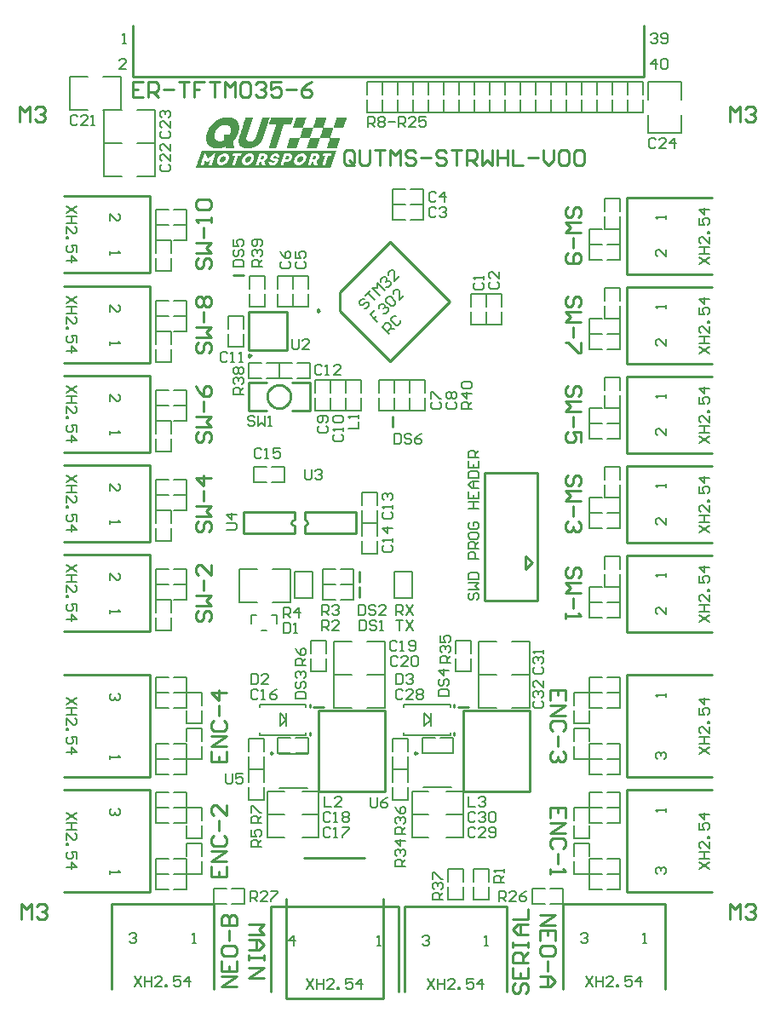
<source format=gto>
G04*
G04 #@! TF.GenerationSoftware,Altium Limited,Altium Designer,20.1.12 (249)*
G04*
G04 Layer_Color=65535*
%FSLAX25Y25*%
%MOIN*%
G70*
G04*
G04 #@! TF.SameCoordinates,2042196E-867F-4DAE-B54E-166F92C2B522*
G04*
G04*
G04 #@! TF.FilePolarity,Positive*
G04*
G01*
G75*
%ADD10C,0.01000*%
%ADD11C,0.00984*%
%ADD12C,0.00800*%
%ADD13C,0.00787*%
%ADD14C,0.00600*%
%ADD15C,0.00700*%
G36*
X377521Y554529D02*
Y554464D01*
X377456D01*
Y554398D01*
Y554333D01*
Y554268D01*
X377390D01*
Y554202D01*
Y554137D01*
X377325D01*
Y554071D01*
Y554005D01*
Y553940D01*
X377259D01*
Y553874D01*
Y553809D01*
X377325D01*
Y553744D01*
X377194D01*
Y553678D01*
Y553612D01*
Y553547D01*
Y553481D01*
Y553416D01*
X377128D01*
Y553350D01*
Y553285D01*
Y553219D01*
Y553154D01*
X377063D01*
Y553089D01*
Y553023D01*
X376997D01*
Y552957D01*
Y552892D01*
Y552826D01*
X376932D01*
Y552761D01*
Y552696D01*
Y552630D01*
X376866D01*
Y552564D01*
Y552499D01*
Y552433D01*
X376801D01*
Y552368D01*
Y552303D01*
Y552237D01*
X376735D01*
Y552172D01*
Y552106D01*
X376670D01*
Y552040D01*
Y551975D01*
X376735D01*
Y551909D01*
X376604D01*
Y551844D01*
Y551779D01*
Y551713D01*
Y551648D01*
Y551582D01*
X376539D01*
Y551516D01*
Y551451D01*
Y551385D01*
X376473D01*
Y551320D01*
Y551255D01*
Y551189D01*
X376408D01*
Y551124D01*
Y551058D01*
Y550992D01*
X376342D01*
Y550927D01*
Y550862D01*
Y550796D01*
X376277D01*
Y550731D01*
Y550665D01*
Y550599D01*
X372281D01*
Y550665D01*
Y550731D01*
X372347D01*
Y550796D01*
Y550862D01*
X372412D01*
Y550927D01*
Y550992D01*
Y551058D01*
Y551124D01*
X372478D01*
Y551189D01*
Y551255D01*
Y551320D01*
X372543D01*
Y551385D01*
Y551451D01*
X372609D01*
Y551516D01*
Y551582D01*
Y551648D01*
X372674D01*
Y551713D01*
Y551779D01*
Y551844D01*
X372740D01*
Y551909D01*
Y551975D01*
Y552040D01*
X372805D01*
Y552106D01*
Y552172D01*
X372871D01*
Y552237D01*
Y552303D01*
Y552368D01*
Y552433D01*
Y552499D01*
Y552564D01*
X373002D01*
Y552630D01*
Y552696D01*
Y552761D01*
Y552826D01*
Y552892D01*
X373067D01*
Y552957D01*
Y553023D01*
Y553089D01*
X373133D01*
Y553154D01*
Y553219D01*
Y553285D01*
X373198D01*
Y553350D01*
Y553416D01*
Y553481D01*
X373264D01*
Y553547D01*
Y553612D01*
Y553678D01*
X373329D01*
Y553744D01*
Y553809D01*
Y553874D01*
X373395D01*
Y553940D01*
Y554005D01*
Y554071D01*
X373460D01*
Y554137D01*
Y554202D01*
Y554268D01*
Y554333D01*
Y554398D01*
X373526D01*
Y554464D01*
Y554529D01*
Y554595D01*
X377521D01*
Y554529D01*
D02*
G37*
G36*
X361670D02*
Y554464D01*
Y554398D01*
X361605D01*
Y554333D01*
Y554268D01*
X361539D01*
Y554202D01*
Y554137D01*
Y554071D01*
X361474D01*
Y554005D01*
Y553940D01*
Y553874D01*
X361408D01*
Y553809D01*
Y553744D01*
Y553678D01*
Y553612D01*
X361343D01*
Y553547D01*
Y553481D01*
X361277D01*
Y553416D01*
Y553350D01*
Y553285D01*
X361212D01*
Y553219D01*
Y553154D01*
Y553089D01*
X361146D01*
Y553023D01*
Y552957D01*
Y552892D01*
X361081D01*
Y552826D01*
Y552761D01*
Y552696D01*
Y552630D01*
Y552564D01*
X361015D01*
Y552499D01*
Y552433D01*
Y552368D01*
X360950D01*
Y552303D01*
Y552237D01*
X360884D01*
Y552172D01*
Y552106D01*
Y552040D01*
X360819D01*
Y551975D01*
Y551909D01*
Y551844D01*
X360753D01*
Y551779D01*
Y551713D01*
Y551648D01*
X360688D01*
Y551582D01*
Y551516D01*
X360622D01*
Y551451D01*
Y551385D01*
Y551320D01*
Y551255D01*
X360557D01*
Y551189D01*
Y551124D01*
Y551058D01*
X360491D01*
Y550992D01*
Y550927D01*
X360426D01*
Y550862D01*
Y550796D01*
Y550731D01*
Y550665D01*
Y550599D01*
X356430D01*
Y550665D01*
X356496D01*
Y550731D01*
Y550796D01*
X356561D01*
Y550862D01*
Y550927D01*
Y550992D01*
X356627D01*
Y551058D01*
Y551124D01*
X356561D01*
Y551189D01*
X356692D01*
Y551255D01*
Y551320D01*
Y551385D01*
Y551451D01*
Y551516D01*
X356758D01*
Y551582D01*
Y551648D01*
Y551713D01*
Y551779D01*
X356823D01*
Y551844D01*
Y551909D01*
Y551975D01*
X356889D01*
Y552040D01*
Y552106D01*
X356954D01*
Y552172D01*
Y552237D01*
Y552303D01*
X357020D01*
Y552368D01*
Y552433D01*
Y552499D01*
X357085D01*
Y552564D01*
Y552630D01*
X357151D01*
Y552696D01*
Y552761D01*
Y552826D01*
X357216D01*
Y552892D01*
Y552957D01*
Y553023D01*
X357282D01*
Y553089D01*
Y553154D01*
Y553219D01*
X357347D01*
Y553285D01*
Y553350D01*
Y553416D01*
Y553481D01*
Y553547D01*
X357478D01*
Y553612D01*
Y553678D01*
X357413D01*
Y553744D01*
X357478D01*
Y553809D01*
Y553874D01*
Y553940D01*
Y554005D01*
X357544D01*
Y554071D01*
Y554137D01*
X357609D01*
Y554202D01*
Y554268D01*
Y554333D01*
X357675D01*
Y554398D01*
Y554464D01*
Y554529D01*
X357740D01*
Y554595D01*
X361670D01*
Y554529D01*
D02*
G37*
G36*
X347391D02*
X347326D01*
Y554464D01*
Y554398D01*
Y554333D01*
X347260D01*
Y554268D01*
Y554202D01*
X347195D01*
Y554137D01*
Y554071D01*
Y554005D01*
X347129D01*
Y553940D01*
Y553874D01*
Y553809D01*
X347064D01*
Y553744D01*
Y553678D01*
Y553612D01*
X346998D01*
Y553547D01*
Y553481D01*
X346933D01*
Y553416D01*
Y553350D01*
Y553285D01*
Y553219D01*
Y553154D01*
Y553089D01*
X346802D01*
Y553023D01*
Y552957D01*
Y552892D01*
Y552826D01*
Y552761D01*
X346736D01*
Y552696D01*
Y552630D01*
Y552564D01*
X346671D01*
Y552499D01*
Y552433D01*
Y552368D01*
X346605D01*
Y552303D01*
Y552237D01*
Y552172D01*
X346540D01*
Y552106D01*
Y552040D01*
Y551975D01*
X346474D01*
Y551909D01*
Y551844D01*
Y551779D01*
X346409D01*
Y551713D01*
Y551648D01*
Y551582D01*
X346343D01*
Y551516D01*
Y551451D01*
X346278D01*
Y551385D01*
Y551320D01*
Y551255D01*
X346212D01*
Y551189D01*
Y551124D01*
Y551058D01*
X346147D01*
Y550992D01*
Y550927D01*
Y550862D01*
Y550796D01*
Y550731D01*
X346081D01*
Y550665D01*
Y550599D01*
Y550534D01*
X346016D01*
Y550468D01*
Y550403D01*
Y550338D01*
X345950D01*
Y550272D01*
Y550207D01*
X345885D01*
Y550141D01*
Y550075D01*
Y550010D01*
X345819D01*
Y549944D01*
Y549879D01*
Y549814D01*
Y549748D01*
X345754D01*
Y549683D01*
Y549617D01*
Y549551D01*
X345688D01*
Y549486D01*
Y549420D01*
X345623D01*
Y549355D01*
Y549290D01*
X345688D01*
Y549224D01*
X345557D01*
Y549158D01*
Y549093D01*
Y549027D01*
Y548962D01*
Y548897D01*
X345492D01*
Y548831D01*
Y548766D01*
Y548700D01*
X345426D01*
Y548634D01*
Y548569D01*
Y548503D01*
X345361D01*
Y548438D01*
Y548373D01*
Y548307D01*
X345295D01*
Y548242D01*
Y548176D01*
X345230D01*
Y548110D01*
Y548045D01*
Y547979D01*
X345164D01*
Y547914D01*
Y547849D01*
Y547783D01*
X345099D01*
Y547718D01*
Y547652D01*
X345033D01*
Y547586D01*
Y547521D01*
Y547456D01*
Y547390D01*
X344968D01*
Y547325D01*
Y547259D01*
X345033D01*
Y547193D01*
X344902D01*
Y547128D01*
Y547062D01*
Y546997D01*
Y546932D01*
Y546866D01*
X344837D01*
Y546801D01*
Y546735D01*
Y546669D01*
X344771D01*
Y546604D01*
Y546538D01*
Y546473D01*
X344706D01*
Y546408D01*
Y546342D01*
Y546277D01*
X344640D01*
Y546211D01*
X344575D01*
Y546145D01*
Y546080D01*
X344509D01*
Y546014D01*
Y545949D01*
X344444D01*
Y545884D01*
Y545818D01*
X344378D01*
Y545752D01*
Y545687D01*
X344313D01*
Y545621D01*
X344247D01*
Y545556D01*
Y545491D01*
Y545425D01*
X344182D01*
Y545360D01*
Y545294D01*
X344116D01*
Y545228D01*
X344051D01*
Y545163D01*
X343985D01*
Y545097D01*
Y545032D01*
X343854D01*
Y544967D01*
Y544901D01*
X343789D01*
Y544836D01*
Y544770D01*
X343658D01*
Y544704D01*
Y544639D01*
X343592D01*
Y544573D01*
X343461D01*
Y544508D01*
Y544443D01*
X343396D01*
Y544377D01*
X343265D01*
Y544312D01*
Y544246D01*
X343134D01*
Y544180D01*
Y544115D01*
X343003D01*
Y544050D01*
Y543984D01*
X342872D01*
Y543919D01*
X342806D01*
Y543853D01*
X342741D01*
Y543787D01*
X342545D01*
Y543722D01*
X342479D01*
Y543656D01*
X342413D01*
Y543591D01*
X342283D01*
Y543526D01*
X342217D01*
Y543460D01*
X342086D01*
Y543395D01*
X341955D01*
Y543329D01*
X341890D01*
Y543263D01*
X341758D01*
Y543198D01*
X341628D01*
Y543132D01*
X341366D01*
Y543067D01*
X341300D01*
Y543002D01*
X341104D01*
Y542936D01*
X340907D01*
Y542871D01*
X340710D01*
Y542805D01*
X340514D01*
Y542739D01*
X340383D01*
Y542674D01*
X340055D01*
Y542608D01*
X339728D01*
Y542543D01*
X337763D01*
Y542608D01*
X337501D01*
Y542674D01*
X337304D01*
Y542739D01*
X337108D01*
Y542805D01*
X336912D01*
Y542871D01*
X336781D01*
Y542936D01*
X336649D01*
Y543002D01*
X336519D01*
Y543067D01*
X336453D01*
Y543132D01*
X336257D01*
Y543198D01*
X336191D01*
Y543263D01*
X336125D01*
Y543329D01*
X335995D01*
Y543395D01*
X335929D01*
Y543460D01*
X335863D01*
Y543526D01*
Y543591D01*
X335798D01*
Y543656D01*
X335733D01*
Y543722D01*
Y543787D01*
X335601D01*
Y543853D01*
X335536D01*
Y543919D01*
Y543984D01*
X335471D01*
Y544050D01*
X335536D01*
Y544115D01*
X335405D01*
Y544180D01*
Y544246D01*
Y544312D01*
Y544377D01*
X335339D01*
Y544443D01*
Y544508D01*
X335274D01*
Y544573D01*
Y544639D01*
Y544704D01*
X335209D01*
Y544770D01*
Y544836D01*
Y544901D01*
Y544967D01*
Y545032D01*
X335143D01*
Y545097D01*
Y545163D01*
Y545228D01*
Y545294D01*
Y545360D01*
Y545425D01*
Y545491D01*
Y545556D01*
Y545621D01*
Y545687D01*
X335209D01*
Y545752D01*
Y545818D01*
Y545884D01*
Y545949D01*
Y546014D01*
Y546080D01*
X335274D01*
Y546145D01*
Y546211D01*
Y546277D01*
Y546342D01*
X335339D01*
Y546408D01*
Y546473D01*
Y546538D01*
X335405D01*
Y546604D01*
Y546669D01*
Y546735D01*
Y546801D01*
Y546866D01*
Y546932D01*
X335471D01*
Y546997D01*
X335536D01*
Y547062D01*
X335471D01*
Y547128D01*
X335536D01*
Y547193D01*
Y547259D01*
Y547325D01*
X335601D01*
Y547390D01*
Y547456D01*
Y547521D01*
X335667D01*
Y547586D01*
Y547652D01*
X335733D01*
Y547718D01*
Y547783D01*
Y547849D01*
X335798D01*
Y547914D01*
Y547979D01*
Y548045D01*
X335863D01*
Y548110D01*
Y548176D01*
Y548242D01*
X335929D01*
Y548307D01*
X335863D01*
Y548373D01*
X335995D01*
Y548438D01*
Y548503D01*
Y548569D01*
Y548634D01*
Y548700D01*
Y548766D01*
X336060D01*
Y548831D01*
Y548897D01*
X336125D01*
Y548962D01*
Y549027D01*
Y549093D01*
Y549158D01*
X336191D01*
Y549224D01*
Y549290D01*
Y549355D01*
X336257D01*
Y549420D01*
Y549486D01*
X336322D01*
Y549551D01*
Y549617D01*
Y549683D01*
X336387D01*
Y549748D01*
Y549814D01*
Y549879D01*
X336453D01*
Y549944D01*
Y550010D01*
Y550075D01*
X336519D01*
Y550141D01*
Y550207D01*
X336584D01*
Y550272D01*
Y550338D01*
Y550403D01*
X336649D01*
Y550468D01*
Y550534D01*
Y550599D01*
Y550665D01*
Y550731D01*
Y550796D01*
X336781D01*
Y550862D01*
X336715D01*
Y550927D01*
X336781D01*
Y550992D01*
Y551058D01*
Y551124D01*
X336846D01*
Y551189D01*
Y551255D01*
Y551320D01*
X336912D01*
Y551385D01*
Y551451D01*
Y551516D01*
X336977D01*
Y551582D01*
Y551648D01*
Y551713D01*
X337042D01*
Y551779D01*
Y551844D01*
Y551909D01*
X337108D01*
Y551975D01*
Y552040D01*
X337174D01*
Y552106D01*
Y552172D01*
Y552237D01*
X337239D01*
Y552303D01*
Y552368D01*
Y552433D01*
X337304D01*
Y552499D01*
Y552564D01*
Y552630D01*
X337370D01*
Y552696D01*
Y552761D01*
X337304D01*
Y552826D01*
X337436D01*
Y552892D01*
Y552957D01*
Y553023D01*
Y553089D01*
Y553154D01*
X337501D01*
Y553219D01*
Y553285D01*
X337566D01*
Y553350D01*
Y553416D01*
Y553481D01*
X337632D01*
Y553547D01*
Y553612D01*
Y553678D01*
X337698D01*
Y553744D01*
Y553809D01*
Y553874D01*
Y553940D01*
X337763D01*
Y554005D01*
Y554071D01*
X337828D01*
Y554137D01*
Y554202D01*
Y554268D01*
X337894D01*
Y554333D01*
Y554398D01*
Y554464D01*
Y554529D01*
Y554595D01*
X340842D01*
Y554529D01*
Y554464D01*
X340776D01*
Y554398D01*
Y554333D01*
Y554268D01*
X340710D01*
Y554202D01*
Y554137D01*
X340645D01*
Y554071D01*
Y554005D01*
Y553940D01*
X340580D01*
Y553874D01*
Y553809D01*
Y553744D01*
X340514D01*
Y553678D01*
Y553612D01*
Y553547D01*
X340448D01*
Y553481D01*
X340514D01*
Y553416D01*
X340383D01*
Y553350D01*
Y553285D01*
Y553219D01*
Y553154D01*
Y553089D01*
Y553023D01*
X340318D01*
Y552957D01*
Y552892D01*
X340252D01*
Y552826D01*
Y552761D01*
Y552696D01*
X340187D01*
Y552630D01*
Y552564D01*
Y552499D01*
Y552433D01*
X340121D01*
Y552368D01*
Y552303D01*
Y552237D01*
X340055D01*
Y552172D01*
Y552106D01*
X339990D01*
Y552040D01*
Y551975D01*
Y551909D01*
X339925D01*
Y551844D01*
Y551779D01*
X339859D01*
Y551713D01*
Y551648D01*
Y551582D01*
X339793D01*
Y551516D01*
Y551451D01*
X339859D01*
Y551385D01*
X339728D01*
Y551320D01*
Y551255D01*
Y551189D01*
Y551124D01*
Y551058D01*
Y550992D01*
X339663D01*
Y550927D01*
Y550862D01*
X339597D01*
Y550796D01*
Y550731D01*
Y550665D01*
X339531D01*
Y550599D01*
Y550534D01*
Y550468D01*
X339466D01*
Y550403D01*
Y550338D01*
X339401D01*
Y550272D01*
Y550207D01*
Y550141D01*
Y550075D01*
X339335D01*
Y550010D01*
Y549944D01*
Y549879D01*
X339269D01*
Y549814D01*
Y549748D01*
Y549683D01*
X339204D01*
Y549617D01*
X339269D01*
Y549551D01*
X339139D01*
Y549486D01*
Y549420D01*
Y549355D01*
X339073D01*
Y549290D01*
Y549224D01*
Y549158D01*
Y549093D01*
Y549027D01*
Y548962D01*
X338942D01*
Y548897D01*
X339007D01*
Y548831D01*
X338942D01*
Y548766D01*
Y548700D01*
Y548634D01*
X338877D01*
Y548569D01*
Y548503D01*
Y548438D01*
X338811D01*
Y548373D01*
Y548307D01*
X338745D01*
Y548242D01*
Y548176D01*
Y548110D01*
X338680D01*
Y548045D01*
Y547979D01*
Y547914D01*
X338615D01*
Y547849D01*
Y547783D01*
Y547718D01*
X338549D01*
Y547652D01*
Y547586D01*
Y547521D01*
X338484D01*
Y547456D01*
Y547390D01*
Y547325D01*
Y547259D01*
Y547193D01*
Y547128D01*
X338418D01*
Y547062D01*
Y546997D01*
X338352D01*
Y546932D01*
Y546866D01*
Y546801D01*
X338287D01*
Y546735D01*
Y546669D01*
Y546604D01*
X338222D01*
Y546538D01*
Y546473D01*
Y546408D01*
Y546342D01*
Y546277D01*
Y546211D01*
Y546145D01*
Y546080D01*
Y546014D01*
Y545949D01*
X338287D01*
Y545884D01*
Y545818D01*
X338352D01*
Y545752D01*
Y545687D01*
X338418D01*
Y545621D01*
X338484D01*
Y545556D01*
X338549D01*
Y545491D01*
X338680D01*
Y545425D01*
X338811D01*
Y545360D01*
X339007D01*
Y545294D01*
X339269D01*
Y545228D01*
X339990D01*
Y545294D01*
X340318D01*
Y545360D01*
X340448D01*
Y545425D01*
X340645D01*
Y545491D01*
X340842D01*
Y545556D01*
X340907D01*
Y545621D01*
X341104D01*
Y545687D01*
X341169D01*
Y545752D01*
X341234D01*
Y545818D01*
X341366D01*
Y545884D01*
X341431D01*
Y545949D01*
X341496D01*
Y546014D01*
X341562D01*
Y546080D01*
Y546145D01*
X341628D01*
Y546211D01*
X341758D01*
Y546277D01*
Y546342D01*
X341824D01*
Y546408D01*
Y546473D01*
Y546538D01*
Y546604D01*
Y546669D01*
X341955D01*
Y546735D01*
Y546801D01*
X341890D01*
Y546866D01*
X341955D01*
Y546932D01*
Y546997D01*
X342020D01*
Y547062D01*
Y547128D01*
Y547193D01*
X342086D01*
Y547259D01*
Y547325D01*
Y547390D01*
X342151D01*
Y547456D01*
Y547521D01*
X342217D01*
Y547586D01*
Y547652D01*
Y547718D01*
X342283D01*
Y547783D01*
Y547849D01*
Y547914D01*
X342348D01*
Y547979D01*
Y548045D01*
Y548110D01*
X342413D01*
Y548176D01*
Y548242D01*
X342479D01*
Y548307D01*
Y548373D01*
Y548438D01*
X342545D01*
Y548503D01*
Y548569D01*
X342479D01*
Y548634D01*
X342610D01*
Y548700D01*
Y548766D01*
Y548831D01*
Y548897D01*
Y548962D01*
Y549027D01*
X342675D01*
Y549093D01*
Y549158D01*
Y549224D01*
X342741D01*
Y549290D01*
Y549355D01*
X342806D01*
Y549420D01*
Y549486D01*
Y549551D01*
X342872D01*
Y549617D01*
Y549683D01*
Y549748D01*
X342937D01*
Y549814D01*
Y549879D01*
Y549944D01*
X343003D01*
Y550010D01*
Y550075D01*
Y550141D01*
X343068D01*
Y550207D01*
Y550272D01*
Y550338D01*
Y550403D01*
Y550468D01*
X343199D01*
Y550534D01*
Y550599D01*
X343134D01*
Y550665D01*
X343199D01*
Y550731D01*
Y550796D01*
X343265D01*
Y550862D01*
Y550927D01*
Y550992D01*
X343331D01*
Y551058D01*
Y551124D01*
Y551189D01*
Y551255D01*
X343396D01*
Y551320D01*
Y551385D01*
X343461D01*
Y551451D01*
Y551516D01*
Y551582D01*
X343527D01*
Y551648D01*
Y551713D01*
Y551779D01*
X343592D01*
Y551844D01*
Y551909D01*
Y551975D01*
X343658D01*
Y552040D01*
Y552106D01*
X343724D01*
Y552172D01*
Y552237D01*
Y552303D01*
X343789D01*
Y552368D01*
Y552433D01*
X343724D01*
Y552499D01*
X343854D01*
Y552564D01*
Y552630D01*
Y552696D01*
Y552761D01*
Y552826D01*
X343920D01*
Y552892D01*
Y552957D01*
Y553023D01*
X343985D01*
Y553089D01*
Y553154D01*
Y553219D01*
X344051D01*
Y553285D01*
Y553350D01*
Y553416D01*
X344116D01*
Y553481D01*
Y553547D01*
Y553612D01*
X344182D01*
Y553678D01*
Y553744D01*
Y553809D01*
X344247D01*
Y553874D01*
Y553940D01*
Y554005D01*
X344313D01*
Y554071D01*
Y554137D01*
Y554202D01*
X344378D01*
Y554268D01*
X344313D01*
Y554333D01*
X344444D01*
Y554398D01*
Y554464D01*
X344378D01*
Y554529D01*
X344509D01*
Y554595D01*
X347391D01*
Y554529D01*
D02*
G37*
G36*
X369596D02*
X369530D01*
Y554464D01*
Y554398D01*
Y554333D01*
Y554268D01*
Y554202D01*
X369465D01*
Y554137D01*
Y554071D01*
Y554005D01*
X369399D01*
Y553940D01*
Y553874D01*
Y553809D01*
X369334D01*
Y553744D01*
Y553678D01*
Y553612D01*
X369268D01*
Y553547D01*
Y553481D01*
Y553416D01*
X369203D01*
Y553350D01*
Y553285D01*
Y553219D01*
X369137D01*
Y553154D01*
Y553089D01*
Y553023D01*
X369072D01*
Y552957D01*
Y552892D01*
X369006D01*
Y552826D01*
Y552761D01*
Y552696D01*
X368941D01*
Y552630D01*
Y552564D01*
Y552499D01*
X368875D01*
Y552433D01*
Y552368D01*
Y552303D01*
Y552237D01*
Y552172D01*
X368744D01*
Y552106D01*
Y552040D01*
X368810D01*
Y551975D01*
X368744D01*
Y551909D01*
Y551844D01*
Y551779D01*
X368679D01*
Y551713D01*
Y551648D01*
Y551582D01*
X368613D01*
Y551516D01*
Y551451D01*
X368548D01*
Y551385D01*
Y551320D01*
Y551255D01*
X368482D01*
Y551189D01*
Y551124D01*
Y551058D01*
Y550992D01*
X368417D01*
Y550927D01*
Y550862D01*
X368351D01*
Y550796D01*
Y550731D01*
Y550665D01*
Y550599D01*
X372281D01*
Y550534D01*
X372216D01*
Y550468D01*
Y550403D01*
Y550338D01*
X372150D01*
Y550272D01*
Y550207D01*
X372085D01*
Y550141D01*
Y550075D01*
X372150D01*
Y550010D01*
X372019D01*
Y549944D01*
Y549879D01*
Y549814D01*
Y549748D01*
Y549683D01*
X371954D01*
Y549617D01*
Y549551D01*
Y549486D01*
X371888D01*
Y549420D01*
Y549355D01*
Y549290D01*
X371823D01*
Y549224D01*
Y549158D01*
Y549093D01*
X371757D01*
Y549027D01*
Y548962D01*
X371692D01*
Y548897D01*
Y548831D01*
Y548766D01*
X371626D01*
Y548700D01*
Y548634D01*
Y548569D01*
Y548503D01*
X371561D01*
Y548438D01*
Y548373D01*
Y548307D01*
X371495D01*
Y548242D01*
X371561D01*
Y548176D01*
X371430D01*
Y548110D01*
Y548045D01*
Y547979D01*
Y547914D01*
Y547849D01*
X371364D01*
Y547783D01*
Y547718D01*
Y547652D01*
X371299D01*
Y547586D01*
Y547521D01*
Y547456D01*
X371233D01*
Y547390D01*
Y547325D01*
Y547259D01*
X371168D01*
Y547193D01*
Y547128D01*
Y547062D01*
X371102D01*
Y546997D01*
Y546932D01*
X371037D01*
Y546866D01*
Y546801D01*
Y546735D01*
Y546669D01*
X374967D01*
Y546604D01*
X374901D01*
Y546538D01*
Y546473D01*
Y546408D01*
X374836D01*
Y546342D01*
Y546277D01*
X374770D01*
Y546211D01*
Y546145D01*
Y546080D01*
X374836D01*
Y546014D01*
X374705D01*
Y545949D01*
Y545884D01*
Y545818D01*
Y545752D01*
Y545687D01*
X374639D01*
Y545621D01*
X374574D01*
Y545556D01*
X374639D01*
Y545491D01*
X374574D01*
Y545425D01*
Y545360D01*
Y545294D01*
X374508D01*
Y545228D01*
Y545163D01*
X374443D01*
Y545097D01*
Y545032D01*
Y544967D01*
X374377D01*
Y544901D01*
Y544836D01*
Y544770D01*
X374312D01*
Y544704D01*
Y544639D01*
Y544573D01*
X374246D01*
Y544508D01*
Y544443D01*
Y544377D01*
X374181D01*
Y544312D01*
Y544246D01*
X374115D01*
Y544180D01*
Y544115D01*
Y544050D01*
X374050D01*
Y543984D01*
Y543919D01*
Y543853D01*
Y543787D01*
Y543722D01*
Y543656D01*
X373919D01*
Y543591D01*
Y543526D01*
X373984D01*
Y543460D01*
X373919D01*
Y543395D01*
Y543329D01*
Y543263D01*
X373853D01*
Y543198D01*
Y543132D01*
X373788D01*
Y543067D01*
Y543002D01*
Y542936D01*
X373722D01*
Y542871D01*
Y542805D01*
Y542739D01*
X373657D01*
Y542674D01*
X369727D01*
Y542739D01*
Y542805D01*
Y542871D01*
X369792D01*
Y542936D01*
Y543002D01*
X369858D01*
Y543067D01*
Y543132D01*
Y543198D01*
X369923D01*
Y543263D01*
Y543329D01*
Y543395D01*
X369989D01*
Y543460D01*
Y543526D01*
Y543591D01*
X370054D01*
Y543656D01*
Y543722D01*
X370120D01*
Y543787D01*
Y543853D01*
Y543919D01*
Y543984D01*
X370185D01*
Y544050D01*
Y544115D01*
Y544180D01*
X370251D01*
Y544246D01*
X370185D01*
Y544312D01*
X370316D01*
Y544377D01*
Y544443D01*
X370251D01*
Y544508D01*
X370316D01*
Y544573D01*
Y544639D01*
Y544704D01*
X370382D01*
Y544770D01*
Y544836D01*
X370447D01*
Y544901D01*
Y544967D01*
Y545032D01*
X370513D01*
Y545097D01*
Y545163D01*
Y545228D01*
X370578D01*
Y545294D01*
Y545360D01*
Y545425D01*
X370644D01*
Y545491D01*
Y545556D01*
Y545621D01*
X370709D01*
Y545687D01*
Y545752D01*
X370775D01*
Y545818D01*
Y545884D01*
Y545949D01*
X370840D01*
Y546014D01*
Y546080D01*
Y546145D01*
X370906D01*
Y546211D01*
Y546277D01*
X370840D01*
Y546342D01*
X370971D01*
Y546408D01*
Y546473D01*
Y546538D01*
Y546604D01*
Y546669D01*
X367107D01*
Y546604D01*
Y546538D01*
X367041D01*
Y546473D01*
Y546408D01*
X366976D01*
Y546342D01*
Y546277D01*
Y546211D01*
X366910D01*
Y546145D01*
Y546080D01*
X366976D01*
Y546014D01*
X366845D01*
Y545949D01*
Y545884D01*
Y545818D01*
Y545752D01*
Y545687D01*
X366779D01*
Y545621D01*
Y545556D01*
Y545491D01*
X366714D01*
Y545425D01*
Y545360D01*
Y545294D01*
X366648D01*
Y545228D01*
Y545163D01*
X366583D01*
Y545097D01*
Y545032D01*
Y544967D01*
X366517D01*
Y544901D01*
Y544836D01*
Y544770D01*
X366452D01*
Y544704D01*
Y544639D01*
Y544573D01*
X366386D01*
Y544508D01*
Y544443D01*
Y544377D01*
X366321D01*
Y544312D01*
Y544246D01*
X366386D01*
Y544180D01*
X366255D01*
Y544115D01*
Y544050D01*
Y543984D01*
Y543919D01*
Y543853D01*
Y543787D01*
X366190D01*
Y543722D01*
Y543656D01*
X366124D01*
Y543591D01*
Y543526D01*
Y543460D01*
X366059D01*
Y543395D01*
Y543329D01*
Y543263D01*
X365993D01*
Y543198D01*
Y543132D01*
X365928D01*
Y543067D01*
Y543002D01*
Y542936D01*
X365862D01*
Y542871D01*
Y542805D01*
Y542739D01*
X365797D01*
Y542674D01*
X361867D01*
Y542739D01*
Y542805D01*
Y542871D01*
X361932D01*
Y542936D01*
Y543002D01*
X361998D01*
Y543067D01*
Y543132D01*
Y543198D01*
X362063D01*
Y543263D01*
Y543329D01*
Y543395D01*
X362129D01*
Y543460D01*
Y543526D01*
Y543591D01*
X362194D01*
Y543656D01*
Y543722D01*
X362260D01*
Y543787D01*
Y543853D01*
Y543919D01*
X362325D01*
Y543984D01*
Y544050D01*
Y544115D01*
X362391D01*
Y544180D01*
Y544246D01*
X362456D01*
Y544312D01*
Y544377D01*
Y544443D01*
Y544508D01*
X362522D01*
Y544573D01*
Y544639D01*
Y544704D01*
Y544770D01*
Y544836D01*
X362587D01*
Y544901D01*
X362653D01*
Y544967D01*
X362587D01*
Y545032D01*
X362653D01*
Y545097D01*
Y545163D01*
Y545228D01*
X362718D01*
Y545294D01*
Y545360D01*
Y545425D01*
X362784D01*
Y545491D01*
Y545556D01*
Y545621D01*
X362849D01*
Y545687D01*
Y545752D01*
X362915D01*
Y545818D01*
Y545884D01*
Y545949D01*
X362980D01*
Y546014D01*
Y546080D01*
Y546145D01*
X363046D01*
Y546211D01*
Y546277D01*
X363111D01*
Y546342D01*
Y546408D01*
Y546473D01*
X363177D01*
Y546538D01*
Y546604D01*
Y546669D01*
X359247D01*
Y546735D01*
Y546801D01*
X359312D01*
Y546866D01*
Y546932D01*
X359247D01*
Y546997D01*
X359378D01*
Y547062D01*
Y547128D01*
Y547193D01*
Y547259D01*
Y547325D01*
Y547390D01*
X359443D01*
Y547456D01*
Y547521D01*
X359509D01*
Y547586D01*
Y547652D01*
Y547718D01*
X359574D01*
Y547783D01*
Y547849D01*
Y547914D01*
X359640D01*
Y547979D01*
Y548045D01*
Y548110D01*
X359705D01*
Y548176D01*
Y548242D01*
X359771D01*
Y548307D01*
Y548373D01*
Y548438D01*
X359836D01*
Y548503D01*
Y548569D01*
Y548634D01*
X359902D01*
Y548700D01*
X359836D01*
Y548766D01*
X359902D01*
Y548831D01*
X359967D01*
Y548897D01*
Y548962D01*
Y549027D01*
Y549093D01*
Y549158D01*
X360033D01*
Y549224D01*
Y549290D01*
Y549355D01*
X360098D01*
Y549420D01*
Y549486D01*
Y549551D01*
X360164D01*
Y549617D01*
Y549683D01*
Y549748D01*
X360229D01*
Y549814D01*
Y549879D01*
Y549944D01*
X360295D01*
Y550010D01*
Y550075D01*
Y550141D01*
X360360D01*
Y550207D01*
Y550272D01*
X360426D01*
Y550338D01*
Y550403D01*
Y550468D01*
X360491D01*
Y550534D01*
Y550599D01*
X364421D01*
Y550665D01*
Y550731D01*
Y550796D01*
X364487D01*
Y550862D01*
X364421D01*
Y550927D01*
X364552D01*
Y550992D01*
Y551058D01*
Y551124D01*
Y551189D01*
Y551255D01*
Y551320D01*
Y551385D01*
X364618D01*
Y551451D01*
Y551516D01*
X364683D01*
Y551582D01*
Y551648D01*
Y551713D01*
X364749D01*
Y551779D01*
Y551844D01*
Y551909D01*
X364814D01*
Y551975D01*
Y552040D01*
X364880D01*
Y552106D01*
Y552172D01*
Y552237D01*
X364945D01*
Y552303D01*
Y552368D01*
Y552433D01*
X365011D01*
Y552499D01*
Y552564D01*
Y552630D01*
X365076D01*
Y552696D01*
X365011D01*
Y552761D01*
Y552826D01*
X365142D01*
Y552892D01*
Y552957D01*
Y553023D01*
Y553089D01*
Y553154D01*
X365207D01*
Y553219D01*
Y553285D01*
X365273D01*
Y553350D01*
Y553416D01*
Y553481D01*
X365338D01*
Y553547D01*
Y553612D01*
Y553678D01*
Y553744D01*
X365404D01*
Y553809D01*
Y553874D01*
Y553940D01*
X365469D01*
Y554005D01*
Y554071D01*
X365535D01*
Y554137D01*
Y554202D01*
Y554268D01*
X365600D01*
Y554333D01*
Y554398D01*
Y554464D01*
X365666D01*
Y554529D01*
Y554595D01*
X369596D01*
Y554529D01*
D02*
G37*
G36*
X359181Y546604D02*
Y546538D01*
Y546473D01*
Y546408D01*
X359116D01*
Y546342D01*
Y546277D01*
X359050D01*
Y546211D01*
Y546145D01*
Y546080D01*
X358985D01*
Y546014D01*
Y545949D01*
Y545884D01*
X358919D01*
Y545818D01*
Y545752D01*
X358854D01*
Y545687D01*
Y545621D01*
Y545556D01*
X358788D01*
Y545491D01*
Y545425D01*
Y545360D01*
X358723D01*
Y545294D01*
Y545228D01*
Y545163D01*
X358657D01*
Y545097D01*
Y545032D01*
X358592D01*
Y544967D01*
Y544901D01*
Y544836D01*
X358526D01*
Y544770D01*
Y544704D01*
Y544639D01*
Y544573D01*
Y544508D01*
Y544443D01*
Y544377D01*
X358395D01*
Y544312D01*
X358461D01*
Y544246D01*
X358395D01*
Y544180D01*
Y544115D01*
Y544050D01*
X358330D01*
Y543984D01*
Y543919D01*
Y543853D01*
X358264D01*
Y543787D01*
Y543722D01*
X358199D01*
Y543656D01*
Y543591D01*
Y543526D01*
X358133D01*
Y543460D01*
Y543395D01*
Y543329D01*
X358068D01*
Y543263D01*
Y543198D01*
Y543132D01*
X358002D01*
Y543067D01*
Y543002D01*
X357937D01*
Y542936D01*
Y542871D01*
Y542805D01*
Y542739D01*
Y542674D01*
X353941D01*
Y542739D01*
X354007D01*
Y542805D01*
Y542871D01*
Y542936D01*
X354072D01*
Y543002D01*
Y543067D01*
X354138D01*
Y543132D01*
Y543198D01*
X354072D01*
Y543263D01*
X354203D01*
Y543329D01*
Y543395D01*
Y543460D01*
Y543526D01*
Y543591D01*
X354269D01*
Y543656D01*
Y543722D01*
Y543787D01*
X354334D01*
Y543853D01*
Y543919D01*
Y543984D01*
X354400D01*
Y544050D01*
Y544115D01*
Y544180D01*
X354465D01*
Y544246D01*
Y544312D01*
X354531D01*
Y544377D01*
Y544443D01*
Y544508D01*
X354596D01*
Y544573D01*
Y544639D01*
Y544704D01*
Y544770D01*
X354662D01*
Y544836D01*
Y544901D01*
Y544967D01*
X354727D01*
Y545032D01*
X354662D01*
Y545097D01*
X354793D01*
Y545163D01*
Y545228D01*
Y545294D01*
Y545360D01*
Y545425D01*
Y545491D01*
X354858D01*
Y545556D01*
Y545621D01*
X354924D01*
Y545687D01*
Y545752D01*
Y545818D01*
X354989D01*
Y545884D01*
Y545949D01*
Y546014D01*
X355055D01*
Y546080D01*
Y546145D01*
Y546211D01*
X355120D01*
Y546277D01*
Y546342D01*
X355186D01*
Y546408D01*
Y546473D01*
Y546538D01*
X355251D01*
Y546604D01*
Y546669D01*
X359181D01*
Y546604D01*
D02*
G37*
G36*
X356692Y554529D02*
X356627D01*
Y554464D01*
Y554398D01*
Y554333D01*
X356561D01*
Y554268D01*
Y554202D01*
X356496D01*
Y554137D01*
Y554071D01*
Y554005D01*
Y553940D01*
Y553874D01*
Y553809D01*
X356430D01*
Y553744D01*
Y553678D01*
Y553612D01*
X356365D01*
Y553547D01*
Y553481D01*
X356299D01*
Y553416D01*
Y553350D01*
Y553285D01*
X356234D01*
Y553219D01*
Y553154D01*
Y553089D01*
X356168D01*
Y553023D01*
Y552957D01*
Y552892D01*
X356103D01*
Y552826D01*
Y552761D01*
X356037D01*
Y552696D01*
Y552630D01*
Y552564D01*
X355972D01*
Y552499D01*
Y552433D01*
Y552368D01*
Y552303D01*
X355906D01*
Y552237D01*
Y552172D01*
Y552106D01*
Y552040D01*
Y551975D01*
X355841D01*
Y551909D01*
Y551844D01*
X352893D01*
Y551779D01*
X352828D01*
Y551713D01*
Y551648D01*
Y551582D01*
X352762D01*
Y551516D01*
Y551451D01*
Y551385D01*
Y551320D01*
Y551255D01*
Y551189D01*
X352631D01*
Y551124D01*
Y551058D01*
X352697D01*
Y550992D01*
X352566D01*
Y550927D01*
Y550862D01*
Y550796D01*
Y550731D01*
Y550665D01*
X352500D01*
Y550599D01*
Y550534D01*
Y550468D01*
X352435D01*
Y550403D01*
Y550338D01*
X352369D01*
Y550272D01*
Y550207D01*
Y550141D01*
X352304D01*
Y550075D01*
Y550010D01*
Y549944D01*
X352238D01*
Y549879D01*
Y549814D01*
Y549748D01*
X352173D01*
Y549683D01*
Y549617D01*
Y549551D01*
X352107D01*
Y549486D01*
Y549420D01*
Y549355D01*
Y549290D01*
Y549224D01*
X351976D01*
Y549158D01*
Y549093D01*
Y549027D01*
Y548962D01*
Y548897D01*
Y548831D01*
X351911D01*
Y548766D01*
Y548700D01*
Y548634D01*
X351845D01*
Y548569D01*
Y548503D01*
Y548438D01*
X351780D01*
Y548373D01*
Y548307D01*
X351714D01*
Y548242D01*
Y548176D01*
Y548110D01*
X351649D01*
Y548045D01*
Y547979D01*
Y547914D01*
X351583D01*
Y547849D01*
Y547783D01*
Y547718D01*
X351518D01*
Y547652D01*
Y547586D01*
X351452D01*
Y547521D01*
Y547456D01*
Y547390D01*
X351387D01*
Y547325D01*
Y547259D01*
X351452D01*
Y547193D01*
X351321D01*
Y547128D01*
Y547062D01*
Y546997D01*
Y546932D01*
Y546866D01*
X351256D01*
Y546801D01*
Y546735D01*
Y546669D01*
X351190D01*
Y546604D01*
Y546538D01*
Y546473D01*
Y546408D01*
X351125D01*
Y546342D01*
Y546277D01*
X351059D01*
Y546211D01*
Y546145D01*
Y546080D01*
X350994D01*
Y546014D01*
Y545949D01*
Y545884D01*
X350928D01*
Y545818D01*
Y545752D01*
X350863D01*
Y545687D01*
Y545621D01*
Y545556D01*
X350797D01*
Y545491D01*
Y545425D01*
X350863D01*
Y545360D01*
X350732D01*
Y545294D01*
Y545228D01*
Y545163D01*
Y545097D01*
Y545032D01*
X350666D01*
Y544967D01*
Y544901D01*
Y544836D01*
X350601D01*
Y544770D01*
Y544704D01*
Y544639D01*
X350535D01*
Y544573D01*
Y544508D01*
Y544443D01*
X350470D01*
Y544377D01*
Y544312D01*
Y544246D01*
X350404D01*
Y544180D01*
Y544115D01*
Y544050D01*
X350339D01*
Y543984D01*
Y543919D01*
Y543853D01*
X350273D01*
Y543787D01*
Y543722D01*
X350208D01*
Y543656D01*
Y543591D01*
Y543526D01*
X350142D01*
Y543460D01*
Y543395D01*
X350208D01*
Y543329D01*
X350077D01*
Y543263D01*
Y543198D01*
Y543132D01*
Y543067D01*
Y543002D01*
X350011D01*
Y542936D01*
Y542871D01*
Y542805D01*
X349946D01*
Y542739D01*
Y542674D01*
X346933D01*
Y542739D01*
X346998D01*
Y542805D01*
Y542871D01*
Y542936D01*
Y543002D01*
Y543067D01*
X347129D01*
Y543132D01*
Y543198D01*
X347064D01*
Y543263D01*
X347129D01*
Y543329D01*
Y543395D01*
Y543460D01*
X347195D01*
Y543526D01*
Y543591D01*
X347260D01*
Y543656D01*
Y543722D01*
Y543787D01*
X347326D01*
Y543853D01*
Y543919D01*
Y543984D01*
X347391D01*
Y544050D01*
Y544115D01*
Y544180D01*
X347457D01*
Y544246D01*
Y544312D01*
X347522D01*
Y544377D01*
Y544443D01*
Y544508D01*
X347588D01*
Y544573D01*
Y544639D01*
Y544704D01*
X347653D01*
Y544770D01*
Y544836D01*
Y544901D01*
X347719D01*
Y544967D01*
X347653D01*
Y545032D01*
X347784D01*
Y545097D01*
Y545163D01*
X347719D01*
Y545228D01*
X347784D01*
Y545294D01*
Y545360D01*
Y545425D01*
Y545491D01*
X347850D01*
Y545556D01*
Y545621D01*
X347915D01*
Y545687D01*
Y545752D01*
Y545818D01*
X347981D01*
Y545884D01*
Y545949D01*
Y546014D01*
X348046D01*
Y546080D01*
Y546145D01*
Y546211D01*
X348112D01*
Y546277D01*
Y546342D01*
X348177D01*
Y546408D01*
Y546473D01*
Y546538D01*
X348243D01*
Y546604D01*
Y546669D01*
Y546735D01*
Y546801D01*
Y546866D01*
X348374D01*
Y546932D01*
Y546997D01*
Y547062D01*
Y547128D01*
Y547193D01*
Y547259D01*
X348439D01*
Y547325D01*
Y547390D01*
Y547456D01*
X348505D01*
Y547521D01*
Y547586D01*
X348570D01*
Y547652D01*
Y547718D01*
Y547783D01*
Y547849D01*
X348636D01*
Y547914D01*
Y547979D01*
Y548045D01*
X348701D01*
Y548110D01*
Y548176D01*
X348767D01*
Y548242D01*
Y548307D01*
Y548373D01*
X348832D01*
Y548438D01*
Y548503D01*
Y548569D01*
X348898D01*
Y548634D01*
Y548700D01*
Y548766D01*
X348963D01*
Y548831D01*
X348898D01*
Y548897D01*
X349029D01*
Y548962D01*
Y549027D01*
Y549093D01*
Y549158D01*
Y549224D01*
Y549290D01*
X349094D01*
Y549355D01*
Y549420D01*
Y549486D01*
X349160D01*
Y549551D01*
Y549617D01*
X349225D01*
Y549683D01*
Y549748D01*
Y549814D01*
X349291D01*
Y549879D01*
Y549944D01*
Y550010D01*
X349356D01*
Y550075D01*
Y550141D01*
X349422D01*
Y550207D01*
Y550272D01*
Y550338D01*
Y550403D01*
X349487D01*
Y550468D01*
Y550534D01*
Y550599D01*
X349553D01*
Y550665D01*
Y550731D01*
X349487D01*
Y550796D01*
X349618D01*
Y550862D01*
Y550927D01*
Y550992D01*
Y551058D01*
Y551124D01*
X349684D01*
Y551189D01*
Y551255D01*
Y551320D01*
X349749D01*
Y551385D01*
Y551451D01*
X349815D01*
Y551516D01*
Y551582D01*
Y551648D01*
X349880D01*
Y551713D01*
Y551779D01*
Y551844D01*
X346998D01*
Y551909D01*
Y551975D01*
Y552040D01*
X347129D01*
Y552106D01*
Y552172D01*
X347064D01*
Y552237D01*
X347129D01*
Y552303D01*
Y552368D01*
Y552433D01*
X347195D01*
Y552499D01*
Y552564D01*
Y552630D01*
X347260D01*
Y552696D01*
Y552761D01*
Y552826D01*
X347326D01*
Y552892D01*
Y552957D01*
X347391D01*
Y553023D01*
Y553089D01*
Y553154D01*
X347457D01*
Y553219D01*
Y553285D01*
Y553350D01*
X347522D01*
Y553416D01*
Y553481D01*
X347588D01*
Y553547D01*
Y553612D01*
Y553678D01*
X347653D01*
Y553744D01*
Y553809D01*
Y553874D01*
X347719D01*
Y553940D01*
Y554005D01*
X347653D01*
Y554071D01*
X347784D01*
Y554137D01*
Y554202D01*
Y554268D01*
Y554333D01*
Y554398D01*
Y554464D01*
X347850D01*
Y554529D01*
Y554595D01*
X356692D01*
Y554529D01*
D02*
G37*
G36*
X331672Y554726D02*
Y554661D01*
X332327D01*
Y554595D01*
X332523D01*
Y554529D01*
X332785D01*
Y554464D01*
X332916D01*
Y554398D01*
X333113D01*
Y554333D01*
X333243D01*
Y554268D01*
X333375D01*
Y554202D01*
X333506D01*
Y554137D01*
X333571D01*
Y554071D01*
X333768D01*
Y554005D01*
X333898D01*
Y553940D01*
Y553874D01*
X334030D01*
Y553809D01*
X334095D01*
Y553744D01*
X334160D01*
Y553678D01*
X334226D01*
Y553612D01*
X334292D01*
Y553547D01*
X334357D01*
Y553481D01*
X334422D01*
Y553416D01*
X334554D01*
Y553350D01*
Y553285D01*
X334684D01*
Y553219D01*
X334619D01*
Y553154D01*
X334684D01*
Y553089D01*
X334816D01*
Y553023D01*
Y552957D01*
Y552892D01*
X334881D01*
Y552826D01*
X334946D01*
Y552761D01*
Y552696D01*
X335012D01*
Y552630D01*
X335078D01*
Y552564D01*
Y552499D01*
Y552433D01*
X335143D01*
Y552368D01*
Y552303D01*
X335209D01*
Y552237D01*
Y552172D01*
Y552106D01*
Y552040D01*
Y551975D01*
X335339D01*
Y551909D01*
X335274D01*
Y551844D01*
Y551779D01*
Y551713D01*
X335339D01*
Y551648D01*
Y551582D01*
Y551516D01*
Y551451D01*
Y551385D01*
Y551320D01*
X335405D01*
Y551255D01*
Y551189D01*
Y551124D01*
Y551058D01*
Y550992D01*
Y550927D01*
Y550862D01*
Y550796D01*
Y550731D01*
Y550665D01*
Y550599D01*
Y550534D01*
Y550468D01*
Y550403D01*
Y550338D01*
Y550272D01*
X335339D01*
Y550207D01*
Y550141D01*
Y550075D01*
Y550010D01*
Y549944D01*
Y549879D01*
Y549814D01*
Y549748D01*
X335274D01*
Y549683D01*
Y549617D01*
Y549551D01*
X335339D01*
Y549486D01*
X335209D01*
Y549420D01*
Y549355D01*
Y549290D01*
Y549224D01*
Y549158D01*
Y549093D01*
Y549027D01*
Y548962D01*
X335143D01*
Y548897D01*
Y548831D01*
Y548766D01*
X335078D01*
Y548700D01*
Y548634D01*
Y548569D01*
X335012D01*
Y548503D01*
Y548438D01*
Y548373D01*
X334946D01*
Y548307D01*
Y548242D01*
X334881D01*
Y548176D01*
Y548110D01*
X334816D01*
Y548045D01*
Y547979D01*
Y547914D01*
X334750D01*
Y547849D01*
Y547783D01*
X334684D01*
Y547718D01*
X334619D01*
Y547652D01*
Y547586D01*
X334684D01*
Y547521D01*
X334554D01*
Y547456D01*
Y547390D01*
Y547325D01*
Y547259D01*
X334488D01*
Y547193D01*
Y547128D01*
X334422D01*
Y547062D01*
X334357D01*
Y546997D01*
X334292D01*
Y546932D01*
Y546866D01*
X334226D01*
Y546801D01*
Y546735D01*
Y546669D01*
X334095D01*
Y546604D01*
Y546538D01*
X334030D01*
Y546473D01*
X334095D01*
Y546408D01*
X333898D01*
Y546342D01*
Y546277D01*
Y546211D01*
X333833D01*
Y546145D01*
Y546080D01*
X333768D01*
Y546014D01*
X333702D01*
Y545949D01*
X333636D01*
Y545884D01*
Y545818D01*
X333571D01*
Y545752D01*
X333506D01*
Y545687D01*
X333375D01*
Y545621D01*
X333440D01*
Y545556D01*
X333375D01*
Y545491D01*
X333309D01*
Y545425D01*
X333243D01*
Y545360D01*
X333178D01*
Y545294D01*
X333113D01*
Y545228D01*
X333047D01*
Y545163D01*
X332981D01*
Y545097D01*
Y545032D01*
Y544967D01*
Y544901D01*
Y544836D01*
X333047D01*
Y544770D01*
Y544704D01*
Y544639D01*
X333113D01*
Y544573D01*
Y544508D01*
Y544443D01*
Y544377D01*
X333178D01*
Y544312D01*
Y544246D01*
Y544180D01*
X333243D01*
Y544115D01*
Y544050D01*
Y543984D01*
X333309D01*
Y543919D01*
Y543853D01*
Y543787D01*
Y543722D01*
Y543656D01*
Y543591D01*
X333375D01*
Y543526D01*
Y543460D01*
Y543395D01*
X333440D01*
Y543329D01*
Y543263D01*
Y543198D01*
Y543132D01*
X333506D01*
Y543067D01*
Y543002D01*
X333440D01*
Y542936D01*
Y542871D01*
Y542805D01*
X333375D01*
Y542739D01*
X333440D01*
Y542674D01*
X330296D01*
Y542739D01*
X330230D01*
Y542805D01*
Y542871D01*
Y542936D01*
Y543002D01*
Y543067D01*
Y543132D01*
X329837D01*
Y543067D01*
X329707D01*
Y543002D01*
X329510D01*
Y542936D01*
X329379D01*
Y542871D01*
X329183D01*
Y542805D01*
X328921D01*
Y542739D01*
X328789D01*
Y542674D01*
X328462D01*
Y542608D01*
X328134D01*
Y542543D01*
X325711D01*
Y542608D01*
X325449D01*
Y542674D01*
X325253D01*
Y542739D01*
X325056D01*
Y542805D01*
X324925D01*
Y542871D01*
X324794D01*
Y542936D01*
X324598D01*
Y543002D01*
X324467D01*
Y543067D01*
X324336D01*
Y543132D01*
X324205D01*
Y543198D01*
X324074D01*
Y543263D01*
X324008D01*
Y543329D01*
X323942D01*
Y543395D01*
X323812D01*
Y543460D01*
Y543526D01*
X323680D01*
Y543591D01*
X323615D01*
Y543656D01*
X323550D01*
Y543722D01*
X323484D01*
Y543787D01*
X323419D01*
Y543853D01*
X323353D01*
Y543919D01*
X323288D01*
Y543984D01*
X323222D01*
Y544050D01*
X323157D01*
Y544115D01*
Y544180D01*
X323091D01*
Y544246D01*
X323026D01*
Y544312D01*
X323091D01*
Y544377D01*
X323026D01*
Y544443D01*
X322960D01*
Y544508D01*
X322895D01*
Y544573D01*
Y544639D01*
X322829D01*
Y544704D01*
Y544770D01*
Y544836D01*
X322764D01*
Y544901D01*
Y544967D01*
X322698D01*
Y545032D01*
Y545097D01*
Y545163D01*
X322633D01*
Y545228D01*
Y545294D01*
Y545360D01*
X322567D01*
Y545425D01*
Y545491D01*
Y545556D01*
Y545621D01*
X322502D01*
Y545687D01*
Y545752D01*
Y545818D01*
Y545884D01*
Y545949D01*
Y546014D01*
Y546080D01*
Y546145D01*
Y546211D01*
Y546277D01*
Y546342D01*
Y546408D01*
Y546473D01*
Y546538D01*
Y546604D01*
Y546669D01*
Y546735D01*
Y546801D01*
Y546866D01*
Y546932D01*
Y546997D01*
Y547062D01*
Y547128D01*
Y547193D01*
Y547259D01*
Y547325D01*
Y547390D01*
X322567D01*
Y547456D01*
Y547521D01*
Y547586D01*
Y547652D01*
X322633D01*
Y547718D01*
Y547783D01*
Y547849D01*
Y547914D01*
Y547979D01*
X322698D01*
Y548045D01*
Y548110D01*
Y548176D01*
X322764D01*
Y548242D01*
Y548307D01*
Y548373D01*
X322829D01*
Y548438D01*
Y548503D01*
Y548569D01*
X322895D01*
Y548634D01*
Y548700D01*
Y548766D01*
X322960D01*
Y548831D01*
Y548897D01*
X323026D01*
Y548962D01*
Y549027D01*
Y549093D01*
X323091D01*
Y549158D01*
X323026D01*
Y549224D01*
X323157D01*
Y549290D01*
Y549355D01*
Y549420D01*
Y549486D01*
X323222D01*
Y549551D01*
Y549617D01*
X323288D01*
Y549683D01*
Y549748D01*
X323353D01*
Y549814D01*
Y549879D01*
X323419D01*
Y549944D01*
Y550010D01*
X323484D01*
Y550075D01*
Y550141D01*
X323550D01*
Y550207D01*
X323615D01*
Y550272D01*
Y550338D01*
X323680D01*
Y550403D01*
X323615D01*
Y550468D01*
X323680D01*
Y550534D01*
X323812D01*
Y550599D01*
Y550665D01*
Y550731D01*
X323877D01*
Y550796D01*
X323942D01*
Y550862D01*
X324008D01*
Y550927D01*
Y550992D01*
X324074D01*
Y551058D01*
X324139D01*
Y551124D01*
Y551189D01*
X324205D01*
Y551255D01*
X324270D01*
Y551320D01*
X324336D01*
Y551385D01*
Y551451D01*
X324401D01*
Y551516D01*
X324467D01*
Y551582D01*
X324532D01*
Y551648D01*
Y551713D01*
X324598D01*
Y551779D01*
X324663D01*
Y551844D01*
X324728D01*
Y551909D01*
X324794D01*
Y551975D01*
X324859D01*
Y552040D01*
X324925D01*
Y552106D01*
X324991D01*
Y552172D01*
X325056D01*
Y552237D01*
X325121D01*
Y552303D01*
X325187D01*
Y552368D01*
X325253D01*
Y552433D01*
X325318D01*
Y552499D01*
X325383D01*
Y552564D01*
X325449D01*
Y552630D01*
X325515D01*
Y552696D01*
X325646D01*
Y552761D01*
Y552826D01*
X325777D01*
Y552892D01*
X325842D01*
Y552957D01*
X325973D01*
Y553023D01*
X326039D01*
Y553089D01*
X326104D01*
Y553154D01*
X326169D01*
Y553219D01*
X326301D01*
Y553285D01*
X326431D01*
Y553350D01*
Y553416D01*
X326628D01*
Y553481D01*
X326694D01*
Y553547D01*
X326824D01*
Y553612D01*
X326890D01*
Y553678D01*
X327021D01*
Y553744D01*
X327152D01*
Y553809D01*
X327283D01*
Y553874D01*
X327414D01*
Y553940D01*
X327545D01*
Y554005D01*
X327676D01*
Y554071D01*
X327938D01*
Y554137D01*
X328004D01*
Y554202D01*
X328200D01*
Y554268D01*
X328397D01*
Y554333D01*
X328527D01*
Y554398D01*
X328789D01*
Y554464D01*
X328986D01*
Y554529D01*
X329183D01*
Y554595D01*
X329445D01*
Y554661D01*
X330230D01*
Y554726D01*
Y554791D01*
X331672D01*
Y554726D01*
D02*
G37*
G36*
X373395Y541495D02*
X373329D01*
Y541430D01*
X373395D01*
Y541364D01*
X373264D01*
Y541298D01*
Y541233D01*
Y541167D01*
Y541102D01*
Y541037D01*
X373198D01*
Y540971D01*
Y540906D01*
Y540840D01*
X373133D01*
Y540774D01*
Y540709D01*
Y540644D01*
X373067D01*
Y540578D01*
Y540513D01*
X373002D01*
Y540447D01*
Y540381D01*
Y540316D01*
X372936D01*
Y540250D01*
Y540185D01*
Y540120D01*
X372871D01*
Y540054D01*
Y539989D01*
Y539923D01*
X372805D01*
Y539857D01*
Y539792D01*
Y539726D01*
X372740D01*
Y539661D01*
X372805D01*
Y539596D01*
X372674D01*
Y539530D01*
Y539465D01*
X372740D01*
Y539399D01*
X372674D01*
Y539333D01*
Y539268D01*
Y539202D01*
X372609D01*
Y539137D01*
Y539072D01*
Y539006D01*
X372543D01*
Y538940D01*
Y538875D01*
Y538809D01*
X372478D01*
Y538744D01*
Y538679D01*
Y538613D01*
X372412D01*
Y538548D01*
Y538482D01*
X372347D01*
Y538416D01*
Y538351D01*
Y538285D01*
X372281D01*
Y538220D01*
Y538155D01*
Y538089D01*
X372216D01*
Y538024D01*
Y537958D01*
X372150D01*
Y537892D01*
Y537827D01*
Y537761D01*
X372085D01*
Y537696D01*
Y537631D01*
X372150D01*
Y537565D01*
X372019D01*
Y537500D01*
Y537434D01*
Y537368D01*
Y537303D01*
Y537238D01*
X371954D01*
Y537172D01*
Y537107D01*
Y537041D01*
X371888D01*
Y536975D01*
Y536910D01*
Y536844D01*
Y536779D01*
X371823D01*
Y536714D01*
Y536648D01*
Y536583D01*
X371757D01*
Y536517D01*
Y536452D01*
X371692D01*
Y536386D01*
Y536320D01*
Y536255D01*
X371626D01*
Y536190D01*
Y536124D01*
Y536059D01*
X371561D01*
Y535993D01*
Y535927D01*
Y535862D01*
X371495D01*
Y535797D01*
X371561D01*
Y535731D01*
X371430D01*
Y535666D01*
Y535600D01*
Y535535D01*
Y535469D01*
Y535404D01*
Y535338D01*
X371364D01*
Y535273D01*
Y535207D01*
X371299D01*
Y535142D01*
Y535076D01*
Y535011D01*
X318506D01*
Y535076D01*
Y535142D01*
X318637D01*
Y535207D01*
Y535273D01*
Y535338D01*
Y535404D01*
Y535469D01*
Y535535D01*
X318703D01*
Y535600D01*
Y535666D01*
Y535731D01*
X318768D01*
Y535797D01*
Y535862D01*
X318834D01*
Y535927D01*
Y535993D01*
Y536059D01*
X318899D01*
Y536124D01*
Y536190D01*
Y536255D01*
X318965D01*
Y536320D01*
Y536386D01*
X319030D01*
Y536452D01*
Y536517D01*
Y536583D01*
X319096D01*
Y536648D01*
Y536714D01*
Y536779D01*
X319161D01*
Y536844D01*
Y536910D01*
Y536975D01*
X319227D01*
Y537041D01*
Y537107D01*
Y537172D01*
Y537238D01*
Y537303D01*
Y537368D01*
X319292D01*
Y537434D01*
Y537500D01*
Y537565D01*
X319358D01*
Y537631D01*
Y537696D01*
Y537761D01*
X319423D01*
Y537827D01*
Y537892D01*
X319489D01*
Y537958D01*
Y538024D01*
Y538089D01*
X319554D01*
Y538155D01*
Y538220D01*
Y538285D01*
X319620D01*
Y538351D01*
Y538416D01*
X319685D01*
Y538482D01*
Y538548D01*
Y538613D01*
X319751D01*
Y538679D01*
Y538744D01*
Y538809D01*
X319816D01*
Y538875D01*
Y538940D01*
Y539006D01*
X319882D01*
Y539072D01*
Y539137D01*
Y539202D01*
Y539268D01*
Y539333D01*
X320013D01*
Y539399D01*
Y539465D01*
X319947D01*
Y539530D01*
X320013D01*
Y539596D01*
Y539661D01*
Y539726D01*
X320078D01*
Y539792D01*
Y539857D01*
Y539923D01*
X320144D01*
Y539989D01*
Y540054D01*
Y540120D01*
X320209D01*
Y540185D01*
Y540250D01*
Y540316D01*
X320275D01*
Y540381D01*
Y540447D01*
X320340D01*
Y540513D01*
Y540578D01*
Y540644D01*
X320406D01*
Y540709D01*
Y540774D01*
Y540840D01*
X320471D01*
Y540906D01*
Y540971D01*
Y541037D01*
Y541102D01*
Y541167D01*
X320537D01*
Y541233D01*
Y541298D01*
Y541364D01*
X320668D01*
Y541430D01*
Y541495D01*
X320602D01*
Y541561D01*
X373395D01*
Y541495D01*
D02*
G37*
%LPC*%
G36*
X368286Y550599D02*
X364487D01*
Y550534D01*
X364356D01*
Y550468D01*
Y550403D01*
Y550338D01*
Y550272D01*
Y550207D01*
X364290D01*
Y550141D01*
Y550075D01*
Y550010D01*
X364225D01*
Y549944D01*
Y549879D01*
Y549814D01*
X364159D01*
Y549748D01*
Y549683D01*
X364094D01*
Y549617D01*
Y549551D01*
Y549486D01*
X364028D01*
Y549420D01*
Y549355D01*
Y549290D01*
X363963D01*
Y549224D01*
Y549158D01*
Y549093D01*
X363897D01*
Y549027D01*
Y548962D01*
Y548897D01*
X363832D01*
Y548831D01*
Y548766D01*
Y548700D01*
X363766D01*
Y548634D01*
Y548569D01*
Y548503D01*
X363701D01*
Y548438D01*
Y548373D01*
Y548307D01*
Y548242D01*
Y548176D01*
X363570D01*
Y548110D01*
Y548045D01*
X363635D01*
Y547979D01*
X363570D01*
Y547914D01*
Y547849D01*
X363504D01*
Y547783D01*
Y547718D01*
Y547652D01*
X363439D01*
Y547586D01*
Y547521D01*
Y547456D01*
X363373D01*
Y547390D01*
Y547325D01*
Y547259D01*
X363308D01*
Y547193D01*
Y547128D01*
Y547062D01*
X363242D01*
Y546997D01*
Y546932D01*
X363177D01*
Y546866D01*
Y546801D01*
Y546735D01*
Y546669D01*
X367041D01*
Y546735D01*
Y546801D01*
Y546866D01*
X367107D01*
Y546932D01*
Y546997D01*
X367172D01*
Y547062D01*
Y547128D01*
Y547193D01*
X367238D01*
Y547259D01*
Y547325D01*
Y547390D01*
X367303D01*
Y547456D01*
Y547521D01*
X367369D01*
Y547586D01*
Y547652D01*
Y547718D01*
X367434D01*
Y547783D01*
Y547849D01*
Y547914D01*
X367500D01*
Y547979D01*
Y548045D01*
Y548110D01*
X367565D01*
Y548176D01*
Y548242D01*
X367631D01*
Y548307D01*
Y548373D01*
Y548438D01*
X367696D01*
Y548503D01*
Y548569D01*
Y548634D01*
Y548700D01*
Y548766D01*
Y548831D01*
Y548897D01*
X367827D01*
Y548962D01*
X367762D01*
Y549027D01*
X367827D01*
Y549093D01*
Y549158D01*
Y549224D01*
X367893D01*
Y549290D01*
Y549355D01*
X367958D01*
Y549420D01*
Y549486D01*
Y549551D01*
X368024D01*
Y549617D01*
Y549683D01*
Y549748D01*
X368089D01*
Y549814D01*
Y549879D01*
Y549944D01*
X368155D01*
Y550010D01*
Y550075D01*
Y550141D01*
X368220D01*
Y550207D01*
Y550272D01*
X368286D01*
Y550338D01*
Y550403D01*
Y550468D01*
Y550534D01*
Y550599D01*
D02*
G37*
G36*
X330754Y551779D02*
X329183D01*
Y551713D01*
X329117D01*
Y551648D01*
X328921D01*
Y551582D01*
X328593D01*
Y551516D01*
X328527D01*
Y551451D01*
X328331D01*
Y551385D01*
X328266D01*
Y551320D01*
X328134D01*
Y551255D01*
X328004D01*
Y551189D01*
X327938D01*
Y551124D01*
X327807D01*
Y551058D01*
X327742D01*
Y550992D01*
X327610D01*
Y550927D01*
X327545D01*
Y550862D01*
X327414D01*
Y550796D01*
X327348D01*
Y550731D01*
X327283D01*
Y550665D01*
X327218D01*
Y550599D01*
X327152D01*
Y550534D01*
X327086D01*
Y550468D01*
X327021D01*
Y550403D01*
X326956D01*
Y550338D01*
X326890D01*
Y550272D01*
Y550207D01*
X326824D01*
Y550141D01*
X326759D01*
Y550075D01*
X326694D01*
Y550010D01*
Y549944D01*
X326628D01*
Y549879D01*
X326562D01*
Y549814D01*
Y549748D01*
X326431D01*
Y549683D01*
Y549617D01*
Y549551D01*
X326366D01*
Y549486D01*
X326301D01*
Y549420D01*
Y549355D01*
X326235D01*
Y549290D01*
Y549224D01*
Y549158D01*
Y549093D01*
X326104D01*
Y549027D01*
Y548962D01*
Y548897D01*
Y548831D01*
X326039D01*
Y548766D01*
Y548700D01*
X325973D01*
Y548634D01*
Y548569D01*
Y548503D01*
X325907D01*
Y548438D01*
Y548373D01*
Y548307D01*
X325842D01*
Y548242D01*
Y548176D01*
Y548110D01*
Y548045D01*
Y547979D01*
X325777D01*
Y547914D01*
Y547849D01*
Y547783D01*
Y547718D01*
Y547652D01*
Y547586D01*
Y547521D01*
Y547456D01*
Y547390D01*
Y547325D01*
Y547259D01*
Y547193D01*
Y547128D01*
Y547062D01*
Y546997D01*
Y546932D01*
Y546866D01*
X325842D01*
Y546801D01*
Y546735D01*
Y546669D01*
X325907D01*
Y546604D01*
Y546538D01*
Y546473D01*
X325973D01*
Y546408D01*
Y546342D01*
X326039D01*
Y546277D01*
Y546211D01*
X326104D01*
Y546145D01*
Y546080D01*
X326235D01*
Y546014D01*
Y545949D01*
X326366D01*
Y545884D01*
Y545818D01*
X326497D01*
Y545752D01*
X326562D01*
Y545687D01*
X326628D01*
Y545621D01*
X326890D01*
Y545556D01*
Y545491D01*
X327218D01*
Y545425D01*
X327480D01*
Y545360D01*
X328266D01*
Y545425D01*
X328659D01*
Y545491D01*
X329051D01*
Y545556D01*
Y545621D01*
X329379D01*
Y545687D01*
X329445D01*
Y545752D01*
X329575D01*
Y545818D01*
X329641D01*
Y545884D01*
Y545949D01*
X329575D01*
Y546014D01*
Y546080D01*
Y546145D01*
Y546211D01*
Y546277D01*
Y546342D01*
Y546408D01*
Y546473D01*
X329510D01*
Y546538D01*
Y546604D01*
Y546669D01*
Y546735D01*
Y546801D01*
X329445D01*
Y546866D01*
Y546932D01*
Y546997D01*
Y547062D01*
X329379D01*
Y547128D01*
Y547193D01*
Y547259D01*
Y547325D01*
Y547390D01*
X329313D01*
Y547456D01*
Y547521D01*
Y547586D01*
Y547652D01*
Y547718D01*
Y547783D01*
Y547849D01*
X329379D01*
Y547914D01*
Y547979D01*
Y548045D01*
X329445D01*
Y548110D01*
X331737D01*
Y548176D01*
X331803D01*
Y548242D01*
Y548307D01*
X331868D01*
Y548373D01*
Y548438D01*
Y548503D01*
X331933D01*
Y548569D01*
Y548634D01*
Y548700D01*
X331999D01*
Y548766D01*
Y548831D01*
Y548897D01*
X332065D01*
Y548962D01*
Y549027D01*
Y549093D01*
Y549158D01*
X332130D01*
Y549224D01*
Y549290D01*
Y549355D01*
Y549420D01*
Y549486D01*
Y549551D01*
Y549617D01*
Y549683D01*
X332195D01*
Y549748D01*
Y549814D01*
Y549879D01*
Y549944D01*
X332130D01*
Y550010D01*
Y550075D01*
Y550141D01*
Y550207D01*
Y550272D01*
Y550338D01*
X332065D01*
Y550403D01*
Y550468D01*
Y550534D01*
X331999D01*
Y550599D01*
Y550665D01*
Y550731D01*
X331933D01*
Y550796D01*
Y550862D01*
X331868D01*
Y550927D01*
Y550992D01*
X331737D01*
Y551058D01*
X331672D01*
Y551124D01*
Y551189D01*
X331606D01*
Y551255D01*
X331540D01*
Y551320D01*
X331410D01*
Y551385D01*
X331344D01*
Y551451D01*
X331278D01*
Y551516D01*
X331213D01*
Y551582D01*
X330951D01*
Y551648D01*
X330820D01*
Y551713D01*
X330754D01*
Y551779D01*
D02*
G37*
G36*
X350470Y540513D02*
X349094D01*
Y540447D01*
X348963D01*
Y540381D01*
X348832D01*
Y540316D01*
X348636D01*
Y540250D01*
X348570D01*
Y540185D01*
X348439D01*
Y540120D01*
X348374D01*
Y540054D01*
X348308D01*
Y539989D01*
X348177D01*
Y539923D01*
Y539857D01*
X348046D01*
Y539792D01*
X347981D01*
Y539726D01*
Y539661D01*
X347915D01*
Y539596D01*
X347850D01*
Y539530D01*
Y539465D01*
X347784D01*
Y539399D01*
Y539333D01*
X347719D01*
Y539268D01*
Y539202D01*
X347653D01*
Y539137D01*
Y539072D01*
X347588D01*
Y539006D01*
Y538940D01*
Y538875D01*
Y538809D01*
Y538744D01*
Y538679D01*
Y538613D01*
Y538548D01*
Y538482D01*
Y538416D01*
Y538351D01*
X347653D01*
Y538285D01*
Y538220D01*
X347719D01*
Y538155D01*
X347784D01*
Y538089D01*
X347850D01*
Y538024D01*
X347981D01*
Y537958D01*
X348112D01*
Y537892D01*
X348243D01*
Y537827D01*
X348505D01*
Y537761D01*
X349291D01*
Y537696D01*
X349356D01*
Y537631D01*
X349487D01*
Y537565D01*
Y537500D01*
Y537434D01*
Y537368D01*
Y537303D01*
X349422D01*
Y537238D01*
X349356D01*
Y537172D01*
X349225D01*
Y537107D01*
X349160D01*
Y537041D01*
X348374D01*
Y537107D01*
X348243D01*
Y537172D01*
Y537238D01*
X348177D01*
Y537303D01*
Y537368D01*
Y537434D01*
X347064D01*
Y537368D01*
X346998D01*
Y537303D01*
Y537238D01*
Y537172D01*
X346933D01*
Y537107D01*
Y537041D01*
Y536975D01*
Y536910D01*
Y536844D01*
X346998D01*
Y536779D01*
Y536714D01*
Y536648D01*
Y536583D01*
X347064D01*
Y536517D01*
X347129D01*
Y536452D01*
Y536386D01*
X347260D01*
Y536320D01*
X347326D01*
Y536255D01*
X347457D01*
Y536190D01*
X347588D01*
Y536124D01*
X347719D01*
Y536059D01*
X347850D01*
Y535993D01*
X348898D01*
Y536059D01*
X349160D01*
Y536124D01*
X349356D01*
Y536190D01*
X349487D01*
Y536255D01*
X349553D01*
Y536320D01*
X349684D01*
Y536386D01*
X349880D01*
Y536452D01*
X349946D01*
Y536517D01*
X350077D01*
Y536583D01*
Y536648D01*
X350142D01*
Y536714D01*
X350208D01*
Y536779D01*
X350273D01*
Y536844D01*
X350339D01*
Y536910D01*
Y536975D01*
X350470D01*
Y537041D01*
Y537107D01*
Y537172D01*
X350535D01*
Y537238D01*
X350601D01*
Y537303D01*
Y537368D01*
Y537434D01*
Y537500D01*
X350666D01*
Y537565D01*
Y537631D01*
Y537696D01*
Y537761D01*
Y537827D01*
Y537892D01*
Y537958D01*
Y538024D01*
Y538089D01*
Y538155D01*
X350601D01*
Y538220D01*
Y538285D01*
X350535D01*
Y538351D01*
X350470D01*
Y538416D01*
X350339D01*
Y538482D01*
X350208D01*
Y538548D01*
X350142D01*
Y538613D01*
X349618D01*
Y538679D01*
X349160D01*
Y538744D01*
X348898D01*
Y538809D01*
X348767D01*
Y538875D01*
Y538940D01*
Y539006D01*
Y539072D01*
Y539137D01*
Y539202D01*
Y539268D01*
X348832D01*
Y539333D01*
X348898D01*
Y539399D01*
X349029D01*
Y539465D01*
X349160D01*
Y539530D01*
X349487D01*
Y539596D01*
X349553D01*
Y539530D01*
X349815D01*
Y539465D01*
X349880D01*
Y539399D01*
X349946D01*
Y539333D01*
X350011D01*
Y539268D01*
Y539202D01*
Y539137D01*
Y539072D01*
X350994D01*
Y539137D01*
X351059D01*
Y539202D01*
Y539268D01*
Y539333D01*
Y539399D01*
X351125D01*
Y539465D01*
Y539530D01*
Y539596D01*
Y539661D01*
Y539726D01*
X351059D01*
Y539792D01*
Y539857D01*
Y539923D01*
X350994D01*
Y539989D01*
Y540054D01*
X350928D01*
Y540120D01*
Y540185D01*
X350797D01*
Y540250D01*
Y540316D01*
X350732D01*
Y540381D01*
X350535D01*
Y540447D01*
X350470D01*
Y540513D01*
D02*
G37*
G36*
X326039D02*
X325580D01*
Y540447D01*
X325515D01*
Y540381D01*
X325449D01*
Y540316D01*
X325383D01*
Y540250D01*
X325318D01*
Y540185D01*
X325187D01*
Y540120D01*
X325121D01*
Y540054D01*
X325056D01*
Y539989D01*
X324991D01*
Y539923D01*
X324859D01*
Y539857D01*
X324794D01*
Y539792D01*
Y539726D01*
X324663D01*
Y539661D01*
X324532D01*
Y539596D01*
X324467D01*
Y539530D01*
X324401D01*
Y539465D01*
X324336D01*
Y539399D01*
X324205D01*
Y539333D01*
Y539268D01*
X324139D01*
Y539202D01*
X323942D01*
Y539137D01*
Y539072D01*
X323877D01*
Y539006D01*
X323812D01*
Y538940D01*
X323680D01*
Y538875D01*
X323615D01*
Y538809D01*
X323550D01*
Y538744D01*
X323484D01*
Y538679D01*
X323353D01*
Y538613D01*
X323222D01*
Y538679D01*
X323157D01*
Y538744D01*
Y538809D01*
Y538875D01*
Y538940D01*
X323026D01*
Y539006D01*
X323091D01*
Y539072D01*
X322960D01*
Y539137D01*
Y539202D01*
X322895D01*
Y539268D01*
Y539333D01*
X322829D01*
Y539399D01*
Y539465D01*
X322764D01*
Y539530D01*
X322698D01*
Y539596D01*
Y539661D01*
X322633D01*
Y539726D01*
Y539792D01*
X322567D01*
Y539857D01*
X322502D01*
Y539923D01*
Y539989D01*
Y540054D01*
X322371D01*
Y540120D01*
Y540185D01*
X322305D01*
Y540250D01*
Y540316D01*
Y540381D01*
X322240D01*
Y540447D01*
Y540513D01*
X321716D01*
Y540447D01*
Y540381D01*
Y540316D01*
Y540250D01*
Y540185D01*
X321650D01*
Y540120D01*
X321585D01*
Y540054D01*
X321650D01*
Y539989D01*
Y539923D01*
X321519D01*
Y539857D01*
Y539792D01*
Y539726D01*
Y539661D01*
Y539596D01*
X321454D01*
Y539530D01*
Y539465D01*
Y539399D01*
X321388D01*
Y539333D01*
Y539268D01*
Y539202D01*
X321323D01*
Y539137D01*
Y539072D01*
X321257D01*
Y539006D01*
Y538940D01*
Y538875D01*
X321192D01*
Y538809D01*
Y538744D01*
Y538679D01*
X321126D01*
Y538613D01*
Y538548D01*
X321061D01*
Y538482D01*
Y538416D01*
Y538351D01*
Y538285D01*
Y538220D01*
Y538155D01*
X320930D01*
Y538089D01*
Y538024D01*
X320995D01*
Y537958D01*
X320930D01*
Y537892D01*
Y537827D01*
X320864D01*
Y537761D01*
Y537696D01*
Y537631D01*
Y537565D01*
X320799D01*
Y537500D01*
Y537434D01*
Y537368D01*
X320733D01*
Y537303D01*
Y537238D01*
X320668D01*
Y537172D01*
Y537107D01*
Y537041D01*
X320602D01*
Y536975D01*
Y536910D01*
Y536844D01*
X320537D01*
Y536779D01*
Y536714D01*
Y536648D01*
X320471D01*
Y536583D01*
Y536517D01*
X320406D01*
Y536452D01*
Y536386D01*
Y536320D01*
X320340D01*
Y536255D01*
Y536190D01*
Y536124D01*
Y536059D01*
X321519D01*
Y536124D01*
Y536190D01*
Y536255D01*
X321585D01*
Y536320D01*
Y536386D01*
X321650D01*
Y536452D01*
Y536517D01*
Y536583D01*
X321716D01*
Y536648D01*
Y536714D01*
Y536779D01*
X321781D01*
Y536844D01*
Y536910D01*
Y536975D01*
X321847D01*
Y537041D01*
Y537107D01*
Y537172D01*
X321912D01*
Y537238D01*
Y537303D01*
Y537368D01*
Y537434D01*
Y537500D01*
Y537565D01*
X321978D01*
Y537631D01*
Y537696D01*
Y537761D01*
X322043D01*
Y537827D01*
Y537892D01*
X322109D01*
Y537958D01*
Y538024D01*
X322174D01*
Y537958D01*
Y537892D01*
X322240D01*
Y537827D01*
X322305D01*
Y537761D01*
Y537696D01*
Y537631D01*
X322371D01*
Y537565D01*
X322436D01*
Y537500D01*
Y537434D01*
X322502D01*
Y537368D01*
X322567D01*
Y537303D01*
Y537238D01*
X322633D01*
Y537172D01*
X322698D01*
Y537107D01*
Y537041D01*
X322895D01*
Y537107D01*
X322960D01*
Y537172D01*
X323026D01*
Y537238D01*
X323157D01*
Y537303D01*
X323222D01*
Y537368D01*
X323288D01*
Y537434D01*
X323353D01*
Y537500D01*
X323484D01*
Y537565D01*
X323550D01*
Y537631D01*
X323615D01*
Y537696D01*
X323680D01*
Y537761D01*
X323812D01*
Y537827D01*
X323877D01*
Y537892D01*
X324008D01*
Y537958D01*
X324074D01*
Y537892D01*
Y537827D01*
X324008D01*
Y537761D01*
Y537696D01*
Y537631D01*
X323942D01*
Y537565D01*
Y537500D01*
Y537434D01*
X323877D01*
Y537368D01*
Y537303D01*
Y537238D01*
X323812D01*
Y537172D01*
Y537107D01*
X323746D01*
Y537041D01*
Y536975D01*
Y536910D01*
X323680D01*
Y536844D01*
Y536779D01*
X323746D01*
Y536714D01*
X323615D01*
Y536648D01*
Y536583D01*
X323550D01*
Y536517D01*
Y536452D01*
Y536386D01*
Y536320D01*
Y536255D01*
Y536190D01*
X323484D01*
Y536124D01*
Y536059D01*
X324598D01*
Y536124D01*
X324663D01*
Y536190D01*
Y536255D01*
Y536320D01*
X324728D01*
Y536386D01*
Y536452D01*
X324794D01*
Y536517D01*
Y536583D01*
Y536648D01*
X324859D01*
Y536714D01*
Y536779D01*
Y536844D01*
X324925D01*
Y536910D01*
Y536975D01*
X324991D01*
Y537041D01*
Y537107D01*
Y537172D01*
X325056D01*
Y537238D01*
Y537303D01*
Y537368D01*
Y537434D01*
Y537500D01*
Y537565D01*
X325187D01*
Y537631D01*
Y537696D01*
Y537761D01*
Y537827D01*
Y537892D01*
X325253D01*
Y537958D01*
Y538024D01*
Y538089D01*
X325318D01*
Y538155D01*
Y538220D01*
Y538285D01*
Y538351D01*
X325383D01*
Y538416D01*
Y538482D01*
X325449D01*
Y538548D01*
Y538613D01*
Y538679D01*
X325515D01*
Y538744D01*
Y538809D01*
Y538875D01*
X325580D01*
Y538940D01*
Y539006D01*
X325646D01*
Y539072D01*
Y539137D01*
Y539202D01*
Y539268D01*
Y539333D01*
Y539399D01*
X325711D01*
Y539465D01*
Y539530D01*
Y539596D01*
X325777D01*
Y539661D01*
Y539726D01*
X325842D01*
Y539792D01*
Y539857D01*
Y539923D01*
X325907D01*
Y539989D01*
Y540054D01*
Y540120D01*
X325973D01*
Y540185D01*
Y540250D01*
Y540316D01*
X326039D01*
Y540381D01*
Y540447D01*
Y540513D01*
D02*
G37*
G36*
X371561D02*
X368351D01*
Y540447D01*
X368220D01*
Y540381D01*
Y540316D01*
Y540250D01*
X368155D01*
Y540185D01*
Y540120D01*
X368220D01*
Y540054D01*
X368089D01*
Y539989D01*
Y539923D01*
Y539857D01*
Y539792D01*
Y539726D01*
Y539661D01*
X368024D01*
Y539596D01*
Y539530D01*
Y539465D01*
X369006D01*
Y539399D01*
Y539333D01*
Y539268D01*
X368941D01*
Y539202D01*
Y539137D01*
X368875D01*
Y539072D01*
Y539006D01*
Y538940D01*
Y538875D01*
Y538809D01*
Y538744D01*
X368744D01*
Y538679D01*
Y538613D01*
Y538548D01*
Y538482D01*
Y538416D01*
Y538351D01*
X368679D01*
Y538285D01*
Y538220D01*
Y538155D01*
X368613D01*
Y538089D01*
Y538024D01*
Y537958D01*
X368548D01*
Y537892D01*
Y537827D01*
X368482D01*
Y537761D01*
Y537696D01*
Y537631D01*
X368417D01*
Y537565D01*
Y537500D01*
Y537434D01*
X368351D01*
Y537368D01*
Y537303D01*
Y537238D01*
X368286D01*
Y537172D01*
Y537107D01*
X368220D01*
Y537041D01*
Y536975D01*
Y536910D01*
X368155D01*
Y536844D01*
Y536779D01*
X368220D01*
Y536714D01*
X368089D01*
Y536648D01*
Y536583D01*
Y536517D01*
Y536452D01*
Y536386D01*
Y536320D01*
X368024D01*
Y536255D01*
Y536190D01*
Y536124D01*
Y536059D01*
X369072D01*
Y536124D01*
Y536190D01*
X369137D01*
Y536255D01*
Y536320D01*
Y536386D01*
X369203D01*
Y536452D01*
Y536517D01*
Y536583D01*
X369268D01*
Y536648D01*
Y536714D01*
Y536779D01*
X369334D01*
Y536844D01*
Y536910D01*
Y536975D01*
X369399D01*
Y537041D01*
Y537107D01*
Y537172D01*
X369465D01*
Y537238D01*
Y537303D01*
X369530D01*
Y537368D01*
Y537434D01*
Y537500D01*
X369596D01*
Y537565D01*
Y537631D01*
Y537696D01*
X369661D01*
Y537761D01*
X369596D01*
Y537827D01*
X369727D01*
Y537892D01*
Y537958D01*
Y538024D01*
Y538089D01*
Y538155D01*
Y538220D01*
X369792D01*
Y538285D01*
Y538351D01*
Y538416D01*
X369858D01*
Y538482D01*
Y538548D01*
X369923D01*
Y538613D01*
Y538679D01*
Y538744D01*
Y538809D01*
X369989D01*
Y538875D01*
Y538940D01*
Y539006D01*
X370054D01*
Y539072D01*
Y539137D01*
X370120D01*
Y539202D01*
Y539268D01*
Y539333D01*
X370185D01*
Y539399D01*
Y539465D01*
X371233D01*
Y539530D01*
X371299D01*
Y539596D01*
Y539661D01*
X371364D01*
Y539726D01*
Y539792D01*
Y539857D01*
X371430D01*
Y539923D01*
Y539989D01*
Y540054D01*
X371495D01*
Y540120D01*
Y540185D01*
Y540250D01*
X371561D01*
Y540316D01*
Y540381D01*
Y540447D01*
Y540513D01*
D02*
G37*
G36*
X365993D02*
X363701D01*
Y540447D01*
Y540381D01*
Y540316D01*
Y540250D01*
X363570D01*
Y540185D01*
Y540120D01*
X363635D01*
Y540054D01*
X363570D01*
Y539989D01*
Y539923D01*
Y539857D01*
X363504D01*
Y539792D01*
Y539726D01*
Y539661D01*
X363439D01*
Y539596D01*
Y539530D01*
Y539465D01*
X363373D01*
Y539399D01*
Y539333D01*
Y539268D01*
X363308D01*
Y539202D01*
Y539137D01*
X363242D01*
Y539072D01*
Y539006D01*
Y538940D01*
X363177D01*
Y538875D01*
Y538809D01*
Y538744D01*
X363111D01*
Y538679D01*
Y538613D01*
Y538548D01*
Y538482D01*
Y538416D01*
X362980D01*
Y538351D01*
Y538285D01*
X363046D01*
Y538220D01*
X362915D01*
Y538155D01*
Y538089D01*
Y538024D01*
Y537958D01*
Y537892D01*
Y537827D01*
X362849D01*
Y537761D01*
Y537696D01*
X362784D01*
Y537631D01*
Y537565D01*
Y537500D01*
X362718D01*
Y537434D01*
Y537368D01*
Y537303D01*
Y537238D01*
X362653D01*
Y537172D01*
Y537107D01*
X362587D01*
Y537041D01*
Y536975D01*
Y536910D01*
X362522D01*
Y536844D01*
Y536779D01*
Y536714D01*
X362456D01*
Y536648D01*
Y536583D01*
Y536517D01*
X362391D01*
Y536452D01*
X362456D01*
Y536386D01*
X362325D01*
Y536320D01*
Y536255D01*
Y536190D01*
Y536124D01*
Y536059D01*
X363439D01*
Y536124D01*
Y536190D01*
Y536255D01*
X363504D01*
Y536320D01*
Y536386D01*
X363570D01*
Y536452D01*
Y536517D01*
Y536583D01*
X363635D01*
Y536648D01*
Y536714D01*
Y536779D01*
X363701D01*
Y536844D01*
Y536910D01*
Y536975D01*
X363766D01*
Y537041D01*
Y537107D01*
Y537172D01*
Y537238D01*
Y537303D01*
X363832D01*
Y537368D01*
X364421D01*
Y537303D01*
Y537238D01*
Y537172D01*
X364487D01*
Y537107D01*
Y537041D01*
Y536975D01*
X364552D01*
Y536910D01*
Y536844D01*
Y536779D01*
Y536714D01*
X364618D01*
Y536648D01*
Y536583D01*
Y536517D01*
Y536452D01*
X364683D01*
Y536386D01*
Y536320D01*
Y536255D01*
X364749D01*
Y536190D01*
Y536124D01*
Y536059D01*
X365993D01*
Y536124D01*
X366059D01*
Y536190D01*
Y536255D01*
Y536320D01*
Y536386D01*
X365993D01*
Y536452D01*
Y536517D01*
Y536583D01*
X365928D01*
Y536648D01*
Y536714D01*
Y536779D01*
X365862D01*
Y536844D01*
Y536910D01*
Y536975D01*
Y537041D01*
X365797D01*
Y537107D01*
Y537172D01*
Y537238D01*
Y537303D01*
Y537368D01*
Y537434D01*
X365666D01*
Y537500D01*
X365731D01*
Y537565D01*
X365666D01*
Y537631D01*
X365731D01*
Y537696D01*
X365797D01*
Y537761D01*
X365928D01*
Y537827D01*
X365993D01*
Y537892D01*
X366124D01*
Y537958D01*
Y538024D01*
X366255D01*
Y538089D01*
Y538155D01*
X366321D01*
Y538220D01*
Y538285D01*
X366452D01*
Y538351D01*
Y538416D01*
X366517D01*
Y538482D01*
Y538548D01*
X366583D01*
Y538613D01*
X366648D01*
Y538679D01*
Y538744D01*
Y538809D01*
X366714D01*
Y538875D01*
Y538940D01*
Y539006D01*
X366779D01*
Y539072D01*
Y539137D01*
Y539202D01*
X366845D01*
Y539268D01*
Y539333D01*
Y539399D01*
Y539465D01*
Y539530D01*
Y539596D01*
Y539661D01*
X366779D01*
Y539726D01*
Y539792D01*
Y539857D01*
X366714D01*
Y539923D01*
Y539989D01*
X366648D01*
Y540054D01*
X366583D01*
Y540120D01*
Y540185D01*
X366517D01*
Y540250D01*
X366386D01*
Y540316D01*
X366321D01*
Y540381D01*
X366190D01*
Y540447D01*
X365993D01*
Y540513D01*
D02*
G37*
G36*
X355317D02*
X353024D01*
Y540447D01*
Y540381D01*
Y540316D01*
X352959D01*
Y540250D01*
Y540185D01*
Y540120D01*
X352893D01*
Y540054D01*
Y539989D01*
Y539923D01*
X352828D01*
Y539857D01*
Y539792D01*
X352762D01*
Y539726D01*
Y539661D01*
Y539596D01*
Y539530D01*
Y539465D01*
Y539399D01*
X352631D01*
Y539333D01*
Y539268D01*
X352697D01*
Y539202D01*
X352566D01*
Y539137D01*
Y539072D01*
Y539006D01*
Y538940D01*
Y538875D01*
X352500D01*
Y538809D01*
Y538744D01*
Y538679D01*
X352435D01*
Y538613D01*
Y538548D01*
X352369D01*
Y538482D01*
Y538416D01*
Y538351D01*
X352304D01*
Y538285D01*
Y538220D01*
Y538155D01*
Y538089D01*
X352238D01*
Y538024D01*
Y537958D01*
X352173D01*
Y537892D01*
Y537827D01*
Y537761D01*
X352107D01*
Y537696D01*
Y537631D01*
Y537565D01*
Y537500D01*
Y537434D01*
Y537368D01*
X351976D01*
Y537303D01*
Y537238D01*
Y537172D01*
Y537107D01*
Y537041D01*
X351911D01*
Y536975D01*
Y536910D01*
Y536844D01*
X351845D01*
Y536779D01*
Y536714D01*
Y536648D01*
X351780D01*
Y536583D01*
Y536517D01*
X351714D01*
Y536452D01*
Y536386D01*
Y536320D01*
X351649D01*
Y536255D01*
Y536190D01*
Y536124D01*
Y536059D01*
X352697D01*
Y536124D01*
X352828D01*
Y536190D01*
Y536255D01*
Y536320D01*
X352893D01*
Y536386D01*
X352828D01*
Y536452D01*
X352893D01*
Y536517D01*
X352959D01*
Y536583D01*
Y536648D01*
Y536714D01*
Y536779D01*
Y536844D01*
X353024D01*
Y536910D01*
Y536975D01*
X353090D01*
Y537041D01*
Y537107D01*
Y537172D01*
X354203D01*
Y537238D01*
X354465D01*
Y537303D01*
X354662D01*
Y537368D01*
X354793D01*
Y537434D01*
X354924D01*
Y537500D01*
X354989D01*
Y537565D01*
X355120D01*
Y537631D01*
X355186D01*
Y537696D01*
X355251D01*
Y537761D01*
X355382D01*
Y537827D01*
X355448D01*
Y537892D01*
X355513D01*
Y537958D01*
Y538024D01*
X355579D01*
Y538089D01*
X355644D01*
Y538155D01*
X355710D01*
Y538220D01*
Y538285D01*
X355775D01*
Y538351D01*
X355841D01*
Y538416D01*
X355906D01*
Y538482D01*
Y538548D01*
X355972D01*
Y538613D01*
Y538679D01*
X356037D01*
Y538744D01*
Y538809D01*
X355972D01*
Y538875D01*
X356103D01*
Y538940D01*
Y539006D01*
Y539072D01*
Y539137D01*
Y539202D01*
Y539268D01*
Y539333D01*
Y539399D01*
Y539465D01*
Y539530D01*
Y539596D01*
Y539661D01*
Y539726D01*
Y539792D01*
Y539857D01*
X356037D01*
Y539923D01*
Y539989D01*
X355972D01*
Y540054D01*
Y540120D01*
X355906D01*
Y540185D01*
X355775D01*
Y540250D01*
X355710D01*
Y540316D01*
X355644D01*
Y540381D01*
X355513D01*
Y540447D01*
X355317D01*
Y540513D01*
D02*
G37*
G36*
X345623D02*
X343331D01*
Y540447D01*
Y540381D01*
X343265D01*
Y540316D01*
Y540250D01*
Y540185D01*
X343199D01*
Y540120D01*
Y540054D01*
Y539989D01*
X343134D01*
Y539923D01*
Y539857D01*
X343068D01*
Y539792D01*
Y539726D01*
Y539661D01*
X343003D01*
Y539596D01*
Y539530D01*
Y539465D01*
Y539399D01*
Y539333D01*
Y539268D01*
X342872D01*
Y539202D01*
Y539137D01*
Y539072D01*
Y539006D01*
Y538940D01*
Y538875D01*
X342806D01*
Y538809D01*
Y538744D01*
Y538679D01*
X342741D01*
Y538613D01*
Y538548D01*
X342675D01*
Y538482D01*
Y538416D01*
Y538351D01*
X342610D01*
Y538285D01*
Y538220D01*
Y538155D01*
X342545D01*
Y538089D01*
Y538024D01*
Y537958D01*
X342479D01*
Y537892D01*
Y537827D01*
X342413D01*
Y537761D01*
Y537696D01*
Y537631D01*
Y537565D01*
Y537500D01*
Y537434D01*
X342283D01*
Y537368D01*
X342348D01*
Y537303D01*
X342283D01*
Y537238D01*
X342217D01*
Y537172D01*
Y537107D01*
Y537041D01*
Y536975D01*
Y536910D01*
X342151D01*
Y536844D01*
Y536779D01*
Y536714D01*
Y536648D01*
X342086D01*
Y536583D01*
Y536517D01*
X342020D01*
Y536452D01*
Y536386D01*
Y536320D01*
X341955D01*
Y536255D01*
Y536190D01*
Y536124D01*
Y536059D01*
X343068D01*
Y536124D01*
Y536190D01*
Y536255D01*
Y536320D01*
Y536386D01*
X343199D01*
Y536452D01*
Y536517D01*
Y536583D01*
Y536648D01*
Y536714D01*
X343265D01*
Y536779D01*
Y536844D01*
Y536910D01*
X343331D01*
Y536975D01*
Y537041D01*
X343396D01*
Y537107D01*
Y537172D01*
Y537238D01*
X343461D01*
Y537303D01*
Y537368D01*
X344051D01*
Y537303D01*
Y537238D01*
X344116D01*
Y537172D01*
Y537107D01*
Y537041D01*
Y536975D01*
X344182D01*
Y536910D01*
X344116D01*
Y536844D01*
Y536779D01*
X344247D01*
Y536714D01*
Y536648D01*
Y536583D01*
Y536517D01*
Y536452D01*
Y536386D01*
Y536320D01*
X344313D01*
Y536255D01*
Y536190D01*
Y536124D01*
Y536059D01*
X345688D01*
Y536124D01*
Y536190D01*
Y536255D01*
Y536320D01*
Y536386D01*
Y536452D01*
X345623D01*
Y536517D01*
Y536583D01*
Y536648D01*
X345557D01*
Y536714D01*
Y536779D01*
Y536844D01*
X345492D01*
Y536910D01*
Y536975D01*
Y537041D01*
X345426D01*
Y537107D01*
Y537172D01*
Y537238D01*
X345361D01*
Y537303D01*
Y537368D01*
Y537434D01*
X345295D01*
Y537500D01*
Y537565D01*
Y537631D01*
X345361D01*
Y537696D01*
Y537761D01*
X345557D01*
Y537827D01*
X345623D01*
Y537892D01*
X345754D01*
Y537958D01*
Y538024D01*
X345819D01*
Y538089D01*
X345885D01*
Y538155D01*
X345950D01*
Y538220D01*
Y538285D01*
X346016D01*
Y538351D01*
X346081D01*
Y538416D01*
X346147D01*
Y538482D01*
X346212D01*
Y538548D01*
Y538613D01*
X346278D01*
Y538679D01*
X346212D01*
Y538744D01*
X346343D01*
Y538809D01*
Y538875D01*
Y538940D01*
Y539006D01*
Y539072D01*
Y539137D01*
X346409D01*
Y539202D01*
Y539268D01*
Y539333D01*
Y539399D01*
Y539465D01*
Y539530D01*
Y539596D01*
Y539661D01*
Y539726D01*
X346343D01*
Y539792D01*
Y539857D01*
Y539923D01*
Y539989D01*
X346212D01*
Y540054D01*
X346278D01*
Y540120D01*
X346212D01*
Y540185D01*
X346081D01*
Y540250D01*
Y540316D01*
X345950D01*
Y540381D01*
X345819D01*
Y540447D01*
X345623D01*
Y540513D01*
D02*
G37*
G36*
X336322D02*
X333047D01*
Y540447D01*
Y540381D01*
X332981D01*
Y540316D01*
Y540250D01*
Y540185D01*
X332916D01*
Y540120D01*
Y540054D01*
Y539989D01*
X332851D01*
Y539923D01*
Y539857D01*
Y539792D01*
X332785D01*
Y539726D01*
Y539661D01*
Y539596D01*
X332719D01*
Y539530D01*
Y539465D01*
X333833D01*
Y539399D01*
X333768D01*
Y539333D01*
Y539268D01*
Y539202D01*
X333702D01*
Y539137D01*
Y539072D01*
X333636D01*
Y539006D01*
Y538940D01*
Y538875D01*
X333571D01*
Y538809D01*
Y538744D01*
Y538679D01*
X333506D01*
Y538613D01*
Y538548D01*
X333440D01*
Y538482D01*
Y538416D01*
Y538351D01*
Y538285D01*
X333375D01*
Y538220D01*
Y538155D01*
X333440D01*
Y538089D01*
X333309D01*
Y538024D01*
Y537958D01*
Y537892D01*
Y537827D01*
Y537761D01*
X333243D01*
Y537696D01*
Y537631D01*
Y537565D01*
X333178D01*
Y537500D01*
Y537434D01*
Y537368D01*
X333113D01*
Y537303D01*
Y537238D01*
X333047D01*
Y537172D01*
Y537107D01*
Y537041D01*
X332981D01*
Y536975D01*
Y536910D01*
Y536844D01*
X332916D01*
Y536779D01*
Y536714D01*
Y536648D01*
X332851D01*
Y536583D01*
Y536517D01*
X332785D01*
Y536452D01*
Y536386D01*
Y536320D01*
X332719D01*
Y536255D01*
Y536190D01*
Y536124D01*
Y536059D01*
X333833D01*
Y536124D01*
Y536190D01*
X333898D01*
Y536255D01*
Y536320D01*
Y536386D01*
X333964D01*
Y536452D01*
Y536517D01*
X334030D01*
Y536583D01*
Y536648D01*
X333964D01*
Y536714D01*
X334095D01*
Y536779D01*
Y536844D01*
Y536910D01*
X334160D01*
Y536975D01*
Y537041D01*
Y537107D01*
Y537172D01*
Y537238D01*
X334226D01*
Y537303D01*
Y537368D01*
Y537434D01*
X334292D01*
Y537500D01*
Y537565D01*
Y537631D01*
X334357D01*
Y537696D01*
Y537761D01*
X334422D01*
Y537827D01*
Y537892D01*
Y537958D01*
X334488D01*
Y538024D01*
Y538089D01*
Y538155D01*
X334554D01*
Y538220D01*
Y538285D01*
Y538351D01*
X334619D01*
Y538416D01*
Y538482D01*
Y538548D01*
X334684D01*
Y538613D01*
Y538679D01*
X334619D01*
Y538744D01*
X334750D01*
Y538809D01*
Y538875D01*
Y538940D01*
Y539006D01*
Y539072D01*
X334816D01*
Y539137D01*
Y539202D01*
Y539268D01*
X334881D01*
Y539333D01*
Y539399D01*
Y539465D01*
X335995D01*
Y539530D01*
Y539596D01*
Y539661D01*
X336060D01*
Y539726D01*
Y539792D01*
X336125D01*
Y539857D01*
Y539923D01*
Y539989D01*
X336191D01*
Y540054D01*
Y540120D01*
Y540185D01*
X336257D01*
Y540250D01*
Y540316D01*
X336322D01*
Y540381D01*
Y540447D01*
Y540513D01*
D02*
G37*
G36*
X360688D02*
X359312D01*
Y540447D01*
X359116D01*
Y540381D01*
X358919D01*
Y540316D01*
X358788D01*
Y540250D01*
X358657D01*
Y540185D01*
X358526D01*
Y540120D01*
X358461D01*
Y540054D01*
X358395D01*
Y539989D01*
X358264D01*
Y539923D01*
X358199D01*
Y539857D01*
X358068D01*
Y539792D01*
X358002D01*
Y539726D01*
X357937D01*
Y539661D01*
X357871D01*
Y539596D01*
X357806D01*
Y539530D01*
X357740D01*
Y539465D01*
X357675D01*
Y539399D01*
Y539333D01*
X357609D01*
Y539268D01*
X357544D01*
Y539202D01*
X357478D01*
Y539137D01*
Y539072D01*
X357347D01*
Y539006D01*
Y538940D01*
X357282D01*
Y538875D01*
Y538809D01*
Y538744D01*
Y538679D01*
X357151D01*
Y538613D01*
Y538548D01*
Y538482D01*
X357085D01*
Y538416D01*
Y538351D01*
Y538285D01*
X357020D01*
Y538220D01*
Y538155D01*
Y538089D01*
X356954D01*
Y538024D01*
Y537958D01*
Y537892D01*
Y537827D01*
X356889D01*
Y537761D01*
Y537696D01*
Y537631D01*
Y537565D01*
Y537500D01*
Y537434D01*
Y537368D01*
Y537303D01*
Y537238D01*
Y537172D01*
X356954D01*
Y537107D01*
Y537041D01*
Y536975D01*
X357020D01*
Y536910D01*
Y536844D01*
Y536779D01*
X357085D01*
Y536714D01*
Y536648D01*
X357151D01*
Y536583D01*
X357216D01*
Y536517D01*
X357282D01*
Y536452D01*
X357347D01*
Y536386D01*
X357413D01*
Y536320D01*
X357478D01*
Y536255D01*
X357609D01*
Y536190D01*
X357740D01*
Y536124D01*
X357871D01*
Y536059D01*
X358068D01*
Y535993D01*
X359050D01*
Y536059D01*
X359247D01*
Y536124D01*
X359509D01*
Y536190D01*
X359640D01*
Y536255D01*
X359836D01*
Y536320D01*
X359902D01*
Y536386D01*
X360098D01*
Y536452D01*
X360164D01*
Y536517D01*
X360295D01*
Y536583D01*
X360360D01*
Y536648D01*
X360491D01*
Y536714D01*
Y536779D01*
X360557D01*
Y536844D01*
X360622D01*
Y536910D01*
X360688D01*
Y536975D01*
X360819D01*
Y537041D01*
X360884D01*
Y537107D01*
Y537172D01*
X360950D01*
Y537238D01*
X361081D01*
Y537303D01*
Y537368D01*
X361146D01*
Y537434D01*
X361212D01*
Y537500D01*
Y537565D01*
X361277D01*
Y537631D01*
Y537696D01*
Y537761D01*
X361343D01*
Y537827D01*
X361408D01*
Y537892D01*
Y537958D01*
X361474D01*
Y538024D01*
Y538089D01*
Y538155D01*
X361539D01*
Y538220D01*
Y538285D01*
Y538351D01*
X361605D01*
Y538416D01*
Y538482D01*
Y538548D01*
X361670D01*
Y538613D01*
Y538679D01*
Y538744D01*
Y538809D01*
Y538875D01*
X361736D01*
Y538940D01*
Y539006D01*
Y539072D01*
Y539137D01*
Y539202D01*
X361670D01*
Y539268D01*
Y539333D01*
Y539399D01*
Y539465D01*
Y539530D01*
X361605D01*
Y539596D01*
Y539661D01*
Y539726D01*
X361539D01*
Y539792D01*
Y539857D01*
X361474D01*
Y539923D01*
X361408D01*
Y539989D01*
X361343D01*
Y540054D01*
X361277D01*
Y540120D01*
Y540185D01*
X361146D01*
Y540250D01*
Y540316D01*
X360950D01*
Y540381D01*
X360819D01*
Y540447D01*
X360688D01*
Y540513D01*
D02*
G37*
G36*
X340383D02*
X338877D01*
Y540447D01*
X338745D01*
Y540381D01*
X338549D01*
Y540316D01*
X338418D01*
Y540250D01*
X338287D01*
Y540185D01*
X338156D01*
Y540120D01*
X338090D01*
Y540054D01*
X337960D01*
Y539989D01*
X337894D01*
Y539923D01*
X337828D01*
Y539857D01*
X337698D01*
Y539792D01*
X337632D01*
Y539726D01*
X337501D01*
Y539661D01*
Y539596D01*
X337370D01*
Y539530D01*
Y539465D01*
Y539399D01*
X337239D01*
Y539333D01*
Y539268D01*
X337174D01*
Y539202D01*
X337042D01*
Y539137D01*
Y539072D01*
Y539006D01*
X336977D01*
Y538940D01*
X336912D01*
Y538875D01*
Y538809D01*
X336846D01*
Y538744D01*
Y538679D01*
X336781D01*
Y538613D01*
X336715D01*
Y538548D01*
Y538482D01*
Y538416D01*
X336649D01*
Y538351D01*
Y538285D01*
Y538220D01*
X336584D01*
Y538155D01*
Y538089D01*
Y538024D01*
Y537958D01*
Y537892D01*
Y537827D01*
Y537761D01*
Y537696D01*
Y537631D01*
X336453D01*
Y537565D01*
Y537500D01*
Y537434D01*
Y537368D01*
Y537303D01*
X336584D01*
Y537238D01*
Y537172D01*
Y537107D01*
Y537041D01*
Y536975D01*
Y536910D01*
Y536844D01*
X336649D01*
Y536779D01*
Y536714D01*
X336715D01*
Y536648D01*
Y536583D01*
X336781D01*
Y536517D01*
X336912D01*
Y536452D01*
Y536386D01*
X337042D01*
Y536320D01*
X337174D01*
Y536255D01*
X337239D01*
Y536190D01*
X337370D01*
Y536124D01*
X337501D01*
Y536059D01*
X337698D01*
Y535993D01*
X338615D01*
Y536059D01*
X338942D01*
Y536124D01*
X339139D01*
Y536190D01*
X339269D01*
Y536255D01*
X339401D01*
Y536320D01*
X339531D01*
Y536386D01*
X339663D01*
Y536452D01*
X339793D01*
Y536517D01*
X339925D01*
Y536583D01*
X339990D01*
Y536648D01*
X340055D01*
Y536714D01*
X340121D01*
Y536779D01*
X340252D01*
Y536844D01*
X340318D01*
Y536910D01*
X340383D01*
Y536975D01*
X340514D01*
Y537041D01*
Y537107D01*
Y537172D01*
X340580D01*
Y537238D01*
X340645D01*
Y537303D01*
X340710D01*
Y537368D01*
Y537434D01*
X340776D01*
Y537500D01*
X340842D01*
Y537565D01*
Y537631D01*
X340907D01*
Y537696D01*
Y537761D01*
X340972D01*
Y537827D01*
X341038D01*
Y537892D01*
Y537958D01*
X341104D01*
Y538024D01*
X341038D01*
Y538089D01*
X341169D01*
Y538155D01*
Y538220D01*
Y538285D01*
Y538351D01*
Y538416D01*
Y538482D01*
X341234D01*
Y538548D01*
Y538613D01*
Y538679D01*
Y538744D01*
Y538809D01*
X341300D01*
Y538875D01*
Y538940D01*
Y539006D01*
Y539072D01*
Y539137D01*
Y539202D01*
Y539268D01*
Y539333D01*
X341234D01*
Y539399D01*
Y539465D01*
Y539530D01*
Y539596D01*
X341169D01*
Y539661D01*
Y539726D01*
Y539792D01*
Y539857D01*
X341104D01*
Y539923D01*
X341038D01*
Y539989D01*
X340972D01*
Y540054D01*
X340907D01*
Y540120D01*
X340842D01*
Y540185D01*
X340776D01*
Y540250D01*
X340710D01*
Y540316D01*
X340580D01*
Y540381D01*
X340448D01*
Y540447D01*
X340383D01*
Y540513D01*
D02*
G37*
G36*
X330492D02*
X329051D01*
Y540447D01*
X328855D01*
Y540381D01*
X328724D01*
Y540316D01*
X328527D01*
Y540250D01*
X328397D01*
Y540185D01*
X328331D01*
Y540120D01*
X328266D01*
Y540054D01*
X328134D01*
Y539989D01*
X328069D01*
Y539923D01*
X327938D01*
Y539857D01*
X327807D01*
Y539792D01*
Y539726D01*
X327676D01*
Y539661D01*
X327610D01*
Y539596D01*
Y539530D01*
X327480D01*
Y539465D01*
Y539399D01*
X327348D01*
Y539333D01*
Y539268D01*
Y539202D01*
X327218D01*
Y539137D01*
X327152D01*
Y539072D01*
Y539006D01*
X327086D01*
Y538940D01*
Y538875D01*
X327021D01*
Y538809D01*
Y538744D01*
X326956D01*
Y538679D01*
Y538613D01*
X326890D01*
Y538548D01*
Y538482D01*
Y538416D01*
Y538351D01*
X326824D01*
Y538285D01*
X326759D01*
Y538220D01*
X326824D01*
Y538155D01*
X326694D01*
Y538089D01*
Y538024D01*
Y537958D01*
Y537892D01*
Y537827D01*
Y537761D01*
Y537696D01*
Y537631D01*
Y537565D01*
Y537500D01*
Y537434D01*
Y537368D01*
Y537303D01*
Y537238D01*
Y537172D01*
Y537107D01*
Y537041D01*
Y536975D01*
Y536910D01*
X326824D01*
Y536844D01*
Y536779D01*
Y536714D01*
X326890D01*
Y536648D01*
Y536583D01*
Y536517D01*
X327021D01*
Y536452D01*
Y536386D01*
X327152D01*
Y536320D01*
X327283D01*
Y536255D01*
X327348D01*
Y536190D01*
X327480D01*
Y536124D01*
X327610D01*
Y536059D01*
X327872D01*
Y535993D01*
X328789D01*
Y536059D01*
X329051D01*
Y536124D01*
X329248D01*
Y536190D01*
X329445D01*
Y536255D01*
X329575D01*
Y536320D01*
X329641D01*
Y536386D01*
X329903D01*
Y536452D01*
Y536517D01*
X330100D01*
Y536583D01*
Y536648D01*
X330165D01*
Y536714D01*
X330296D01*
Y536779D01*
X330362D01*
Y536844D01*
X330427D01*
Y536910D01*
X330492D01*
Y536975D01*
X330624D01*
Y537041D01*
Y537107D01*
X330689D01*
Y537172D01*
X330754D01*
Y537238D01*
Y537303D01*
X330820D01*
Y537368D01*
X330886D01*
Y537434D01*
Y537500D01*
X330951D01*
Y537565D01*
X331016D01*
Y537631D01*
X331082D01*
Y537696D01*
Y537761D01*
X331148D01*
Y537827D01*
Y537892D01*
X331213D01*
Y537958D01*
Y538024D01*
Y538089D01*
X331278D01*
Y538155D01*
Y538220D01*
X331344D01*
Y538285D01*
Y538351D01*
Y538416D01*
X331410D01*
Y538482D01*
Y538548D01*
Y538613D01*
Y538679D01*
X331475D01*
Y538744D01*
Y538809D01*
Y538875D01*
Y538940D01*
Y539006D01*
Y539072D01*
Y539137D01*
Y539202D01*
Y539268D01*
Y539333D01*
Y539399D01*
X331410D01*
Y539465D01*
Y539530D01*
Y539596D01*
Y539661D01*
X331344D01*
Y539726D01*
Y539792D01*
X331278D01*
Y539857D01*
X331213D01*
Y539923D01*
X331148D01*
Y539989D01*
Y540054D01*
X331082D01*
Y540120D01*
X331016D01*
Y540185D01*
X330886D01*
Y540250D01*
X330820D01*
Y540316D01*
X330689D01*
Y540381D01*
X330558D01*
Y540447D01*
X330492D01*
Y540513D01*
D02*
G37*
%LPD*%
G36*
X365535Y539399D02*
X365600D01*
Y539333D01*
Y539268D01*
Y539202D01*
Y539137D01*
Y539072D01*
Y539006D01*
Y538940D01*
Y538875D01*
Y538809D01*
Y538744D01*
X365535D01*
Y538679D01*
X365469D01*
Y538613D01*
X365338D01*
Y538548D01*
Y538482D01*
X365142D01*
Y538416D01*
X364225D01*
Y538482D01*
Y538548D01*
X364290D01*
Y538613D01*
Y538679D01*
Y538744D01*
Y538809D01*
X364356D01*
Y538875D01*
Y538940D01*
Y539006D01*
X364421D01*
Y539072D01*
Y539137D01*
X364487D01*
Y539202D01*
Y539268D01*
X364421D01*
Y539333D01*
X364552D01*
Y539399D01*
Y539465D01*
X365535D01*
Y539399D01*
D02*
G37*
G36*
X354793D02*
X354858D01*
Y539333D01*
X354924D01*
Y539268D01*
Y539202D01*
X354989D01*
Y539137D01*
Y539072D01*
X354924D01*
Y539006D01*
Y538940D01*
Y538875D01*
Y538809D01*
X354858D01*
Y538744D01*
Y538679D01*
X354793D01*
Y538613D01*
X354727D01*
Y538548D01*
Y538482D01*
X354662D01*
Y538416D01*
X354596D01*
Y538351D01*
X354531D01*
Y538285D01*
X354400D01*
Y538220D01*
X353417D01*
Y538285D01*
Y538351D01*
X353548D01*
Y538416D01*
Y538482D01*
Y538548D01*
Y538613D01*
Y538679D01*
X353614D01*
Y538744D01*
Y538809D01*
Y538875D01*
X353679D01*
Y538940D01*
Y539006D01*
X353745D01*
Y539072D01*
Y539137D01*
Y539202D01*
X353810D01*
Y539268D01*
Y539333D01*
Y539399D01*
X353876D01*
Y539465D01*
X354793D01*
Y539399D01*
D02*
G37*
G36*
X345099D02*
X345164D01*
Y539333D01*
X345230D01*
Y539268D01*
Y539202D01*
X345295D01*
Y539137D01*
X345230D01*
Y539072D01*
Y539006D01*
Y538940D01*
Y538875D01*
X345164D01*
Y538809D01*
Y538744D01*
X345099D01*
Y538679D01*
Y538613D01*
X345033D01*
Y538548D01*
X344968D01*
Y538482D01*
X344837D01*
Y538416D01*
X343854D01*
Y538482D01*
Y538548D01*
Y538613D01*
Y538679D01*
Y538744D01*
X343920D01*
Y538809D01*
Y538875D01*
X343985D01*
Y538940D01*
Y539006D01*
Y539072D01*
X344051D01*
Y539137D01*
Y539202D01*
Y539268D01*
X344116D01*
Y539333D01*
Y539399D01*
Y539465D01*
X345099D01*
Y539399D01*
D02*
G37*
G36*
X359902D02*
X360098D01*
Y539333D01*
X360164D01*
Y539268D01*
X360295D01*
Y539202D01*
X360360D01*
Y539137D01*
Y539072D01*
X360426D01*
Y539006D01*
Y538940D01*
Y538875D01*
Y538809D01*
Y538744D01*
Y538679D01*
Y538613D01*
Y538548D01*
Y538482D01*
Y538416D01*
Y538351D01*
Y538285D01*
Y538220D01*
X360360D01*
Y538155D01*
Y538089D01*
Y538024D01*
X360295D01*
Y537958D01*
X360229D01*
Y537892D01*
Y537827D01*
X360164D01*
Y537761D01*
X360098D01*
Y537696D01*
X360033D01*
Y537631D01*
Y537565D01*
X359902D01*
Y537500D01*
Y537434D01*
X359771D01*
Y537368D01*
X359640D01*
Y537303D01*
Y537238D01*
X359378D01*
Y537172D01*
X359247D01*
Y537107D01*
X358657D01*
Y537172D01*
X358461D01*
Y537238D01*
X358330D01*
Y537303D01*
Y537368D01*
X358199D01*
Y537434D01*
Y537500D01*
X358133D01*
Y537565D01*
Y537631D01*
Y537696D01*
Y537761D01*
Y537827D01*
Y537892D01*
Y537958D01*
Y538024D01*
Y538089D01*
Y538155D01*
Y538220D01*
X358199D01*
Y538285D01*
Y538351D01*
Y538416D01*
X358264D01*
Y538482D01*
X358330D01*
Y538548D01*
Y538613D01*
X358395D01*
Y538679D01*
Y538744D01*
X358461D01*
Y538809D01*
X358526D01*
Y538875D01*
X358592D01*
Y538940D01*
Y539006D01*
X358723D01*
Y539072D01*
X358788D01*
Y539137D01*
X358854D01*
Y539202D01*
X358985D01*
Y539268D01*
X359116D01*
Y539333D01*
X359247D01*
Y539399D01*
X359378D01*
Y539465D01*
X359902D01*
Y539399D01*
D02*
G37*
G36*
X339531D02*
X339728D01*
Y539333D01*
X339859D01*
Y539268D01*
Y539202D01*
X339925D01*
Y539137D01*
X339990D01*
Y539072D01*
Y539006D01*
X340055D01*
Y538940D01*
Y538875D01*
Y538809D01*
Y538744D01*
Y538679D01*
Y538613D01*
Y538548D01*
Y538482D01*
Y538416D01*
Y538351D01*
X339990D01*
Y538285D01*
Y538220D01*
Y538155D01*
X339925D01*
Y538089D01*
Y538024D01*
X339859D01*
Y537958D01*
Y537892D01*
Y537827D01*
X339793D01*
Y537761D01*
X339728D01*
Y537696D01*
X339663D01*
Y537631D01*
X339597D01*
Y537565D01*
Y537500D01*
X339466D01*
Y537434D01*
X339401D01*
Y537368D01*
X339269D01*
Y537303D01*
X339204D01*
Y537238D01*
X339007D01*
Y537172D01*
X338811D01*
Y537107D01*
X338287D01*
Y537172D01*
X338090D01*
Y537238D01*
X337894D01*
Y537303D01*
Y537368D01*
Y537434D01*
X337828D01*
Y537500D01*
Y537565D01*
X337763D01*
Y537631D01*
Y537696D01*
Y537761D01*
Y537827D01*
Y537892D01*
Y537958D01*
Y538024D01*
Y538089D01*
Y538155D01*
X337828D01*
Y538220D01*
Y538285D01*
Y538351D01*
X337894D01*
Y538416D01*
Y538482D01*
Y538548D01*
X338025D01*
Y538613D01*
X337960D01*
Y538679D01*
X338025D01*
Y538744D01*
Y538809D01*
X338090D01*
Y538875D01*
X338156D01*
Y538940D01*
X338222D01*
Y539006D01*
X338352D01*
Y539072D01*
Y539137D01*
X338484D01*
Y539202D01*
X338549D01*
Y539268D01*
X338680D01*
Y539333D01*
X338811D01*
Y539399D01*
X339007D01*
Y539465D01*
X339531D01*
Y539399D01*
D02*
G37*
G36*
X329641D02*
X329837D01*
Y539333D01*
X329969D01*
Y539268D01*
X330034D01*
Y539202D01*
X330100D01*
Y539137D01*
X330165D01*
Y539072D01*
Y539006D01*
Y538940D01*
Y538875D01*
X330230D01*
Y538809D01*
Y538744D01*
Y538679D01*
Y538613D01*
Y538548D01*
X330165D01*
Y538482D01*
Y538416D01*
Y538351D01*
Y538285D01*
X330100D01*
Y538220D01*
Y538155D01*
X330165D01*
Y538089D01*
X330034D01*
Y538024D01*
Y537958D01*
X329969D01*
Y537892D01*
Y537827D01*
X329903D01*
Y537761D01*
X329837D01*
Y537696D01*
Y537631D01*
X329772D01*
Y537565D01*
X329707D01*
Y537500D01*
X329641D01*
Y537434D01*
X329510D01*
Y537368D01*
X329445D01*
Y537303D01*
X329379D01*
Y537238D01*
X329117D01*
Y537172D01*
X328921D01*
Y537107D01*
X328397D01*
Y537172D01*
X328200D01*
Y537238D01*
X328134D01*
Y537303D01*
X328069D01*
Y537368D01*
X328004D01*
Y537434D01*
X327938D01*
Y537500D01*
Y537565D01*
Y537631D01*
X327872D01*
Y537696D01*
Y537761D01*
Y537827D01*
Y537892D01*
Y537958D01*
Y538024D01*
X327938D01*
Y538089D01*
Y538155D01*
Y538220D01*
Y538285D01*
X328004D01*
Y538351D01*
Y538416D01*
X328069D01*
Y538482D01*
Y538548D01*
X328134D01*
Y538613D01*
Y538679D01*
X328200D01*
Y538744D01*
X328266D01*
Y538809D01*
X328200D01*
Y538875D01*
X328331D01*
Y538940D01*
Y539006D01*
X328462D01*
Y539072D01*
X328527D01*
Y539137D01*
X328659D01*
Y539202D01*
Y539268D01*
X328789D01*
Y539333D01*
X328986D01*
Y539399D01*
X329183D01*
Y539465D01*
X329641D01*
Y539399D01*
D02*
G37*
D10*
X356993Y397325D02*
X356109Y396959D01*
X355743Y396075D01*
X356109Y395191D01*
X356993Y394825D01*
X340000Y461500D02*
X339250Y461933D01*
Y461067D01*
X340000Y461500D01*
X355528Y445500D02*
X355414Y446508D01*
X355079Y447465D01*
X354540Y448323D01*
X353823Y449040D01*
X352964Y449579D01*
X352008Y449914D01*
X351000Y450028D01*
X349992Y449914D01*
X349036Y449579D01*
X348177Y449040D01*
X347460Y448323D01*
X346921Y447465D01*
X346586Y446508D01*
X346472Y445500D01*
X346586Y444492D01*
X346921Y443536D01*
X347460Y442677D01*
X348177Y441960D01*
X349036Y441421D01*
X349992Y441086D01*
X351000Y440972D01*
X352008Y441086D01*
X352964Y441421D01*
X353823Y441960D01*
X354540Y442677D01*
X355079Y443536D01*
X355414Y444492D01*
X355528Y445500D01*
X366837Y479100D02*
X366087Y479533D01*
Y478667D01*
X366837Y479100D01*
X361000Y394829D02*
X361884Y395195D01*
X362250Y396079D01*
X361884Y396963D01*
X361000Y397329D01*
X336993Y400154D02*
X356993D01*
X336993Y391997D02*
Y400154D01*
Y391997D02*
X356993D01*
Y394825D01*
Y397325D02*
Y400154D01*
X353701Y210000D02*
X391701D01*
X360890Y265000D02*
X384512D01*
X391701Y210000D02*
Y249000D01*
X353701Y210000D02*
Y249000D01*
X364500Y324000D02*
X368500D01*
X363000D02*
Y325000D01*
Y313000D02*
Y314000D01*
X366500Y291000D02*
X392500D01*
X366500D02*
Y322500D01*
X392500D01*
Y291000D02*
Y322500D01*
X419500Y324000D02*
Y325000D01*
Y313000D02*
Y314000D01*
X421000Y324000D02*
X425000D01*
X423000Y291000D02*
X449000D01*
X423000D02*
Y322500D01*
X449000D01*
Y291000D02*
Y322500D01*
X382500Y373000D02*
Y377000D01*
Y367000D02*
Y371000D01*
X333000Y493000D02*
X337000D01*
X339000Y463500D02*
X354000D01*
Y478500D01*
X339000D02*
X354000D01*
X339000Y463500D02*
Y478500D01*
X395500Y433500D02*
Y437500D01*
X339000Y440000D02*
X346000D01*
X339000D02*
Y451000D01*
X346000D01*
X356000Y440000D02*
X363000D01*
X356000Y451000D02*
X363000D01*
Y440000D02*
Y451000D01*
X374822Y479100D02*
X394621Y459301D01*
X374822Y479100D02*
Y486171D01*
X394621Y505970D01*
X417955Y482635D01*
X394621Y459301D02*
X417955Y482635D01*
X493701Y570551D02*
Y590551D01*
X293701Y570551D02*
X493701D01*
X293701D02*
Y590551D01*
X400000Y212500D02*
Y246000D01*
X440000D01*
Y212500D02*
Y246000D01*
X266876Y524000D02*
X300376D01*
Y494000D02*
Y524000D01*
X266876Y494000D02*
X300376D01*
X487000Y493376D02*
X520500D01*
X487000D02*
Y523376D01*
X520500D01*
X266876Y488500D02*
X300376D01*
Y458500D02*
Y488500D01*
X266876Y458500D02*
X300376D01*
X487000Y458376D02*
X520500D01*
X487000D02*
Y488376D01*
X520500D01*
X266876Y453500D02*
X300376D01*
Y423500D02*
Y453500D01*
X266876Y423500D02*
X300376D01*
X487000Y423376D02*
X520500D01*
X487000D02*
Y453376D01*
X520500D01*
X266876Y418500D02*
X300376D01*
Y388500D02*
Y418500D01*
X266876Y388500D02*
X300376D01*
X487000Y388376D02*
X520500D01*
X487000D02*
Y418376D01*
X520500D01*
X266876Y383500D02*
X300376D01*
Y353500D02*
Y383500D01*
X266876Y353500D02*
X300376D01*
X487000Y353376D02*
X520500D01*
X487000D02*
Y383376D01*
X520500D01*
X266876Y336500D02*
X300376D01*
Y296500D02*
Y336500D01*
X266876Y296500D02*
X300376D01*
X487124D02*
X520624D01*
X487124D02*
Y336500D01*
X520624D01*
X266876Y291500D02*
X300376D01*
Y251500D02*
Y291500D01*
X266876Y251500D02*
X300376D01*
X487124D02*
X520624D01*
X487124D02*
Y291500D01*
X520624D01*
X462000Y213500D02*
Y247000D01*
X502000D01*
Y213500D02*
Y247000D01*
X285500Y213500D02*
Y247000D01*
X325500D01*
Y213500D02*
Y247000D01*
X361000Y392000D02*
Y394829D01*
Y397329D02*
Y400157D01*
X381000D01*
Y392000D02*
Y400157D01*
X361000Y392000D02*
X381000D01*
X431500Y365500D02*
X452000D01*
Y415500D01*
X431500D02*
X452000D01*
X431500Y365500D02*
Y415500D01*
X447500Y383000D02*
X450000Y380500D01*
X447500Y378000D02*
X450000Y380500D01*
X447500Y378000D02*
Y383000D01*
X397701Y212500D02*
Y246000D01*
X347701D02*
X397701D01*
X347701Y212500D02*
Y246000D01*
X319502Y396502D02*
X318502Y395503D01*
Y393503D01*
X319502Y392504D01*
X320501D01*
X321501Y393503D01*
Y395503D01*
X322501Y396502D01*
X323500D01*
X324500Y395503D01*
Y393503D01*
X323500Y392504D01*
X318502Y398502D02*
X324500D01*
X322501Y400501D01*
X324500Y402500D01*
X318502D01*
X321501Y404500D02*
Y408498D01*
X324500Y413497D02*
X318502D01*
X321501Y410498D01*
Y414497D01*
X467998Y374498D02*
X468998Y375498D01*
Y377497D01*
X467998Y378497D01*
X466999D01*
X465999Y377497D01*
Y375498D01*
X464999Y374498D01*
X464000D01*
X463000Y375498D01*
Y377497D01*
X464000Y378497D01*
X468998Y372499D02*
X463000D01*
X464999Y370499D01*
X463000Y368500D01*
X468998D01*
X465999Y366501D02*
Y362502D01*
X463000Y360503D02*
Y358503D01*
Y359503D01*
X468998D01*
X467998Y360503D01*
X319502Y499503D02*
X318502Y498503D01*
Y496504D01*
X319502Y495504D01*
X320501D01*
X321501Y496504D01*
Y498503D01*
X322501Y499503D01*
X323500D01*
X324500Y498503D01*
Y496504D01*
X323500Y495504D01*
X318502Y501502D02*
X324500D01*
X322501Y503502D01*
X324500Y505501D01*
X318502D01*
X321501Y507501D02*
Y511499D01*
X324500Y513498D02*
Y515498D01*
Y514498D01*
X318502D01*
X319502Y513498D01*
Y518497D02*
X318502Y519497D01*
Y521496D01*
X319502Y522496D01*
X323500D01*
X324500Y521496D01*
Y519497D01*
X323500Y518497D01*
X319502D01*
X467998Y445498D02*
X468998Y446497D01*
Y448497D01*
X467998Y449496D01*
X466999D01*
X465999Y448497D01*
Y446497D01*
X464999Y445498D01*
X464000D01*
X463000Y446497D01*
Y448497D01*
X464000Y449496D01*
X468998Y443498D02*
X463000D01*
X464999Y441499D01*
X463000Y439500D01*
X468998D01*
X465999Y437500D02*
Y433502D01*
X468998Y427503D02*
Y431502D01*
X465999D01*
X466999Y429503D01*
Y428503D01*
X465999Y427503D01*
X464000D01*
X463000Y428503D01*
Y430503D01*
X464000Y431502D01*
X339000Y238997D02*
X344998D01*
X342999Y236997D01*
X344998Y234998D01*
X339000D01*
Y232998D02*
X342999D01*
X344998Y230999D01*
X342999Y229000D01*
X339000D01*
X341999D01*
Y232998D01*
X344998Y227000D02*
Y225001D01*
Y226001D01*
X339000D01*
Y227000D01*
Y225001D01*
Y222002D02*
X344998D01*
X339000Y218003D01*
X344998D01*
X319502Y466502D02*
X318502Y465503D01*
Y463503D01*
X319502Y462504D01*
X320501D01*
X321501Y463503D01*
Y465503D01*
X322501Y466502D01*
X323500D01*
X324500Y465503D01*
Y463503D01*
X323500Y462504D01*
X318502Y468502D02*
X324500D01*
X322501Y470501D01*
X324500Y472500D01*
X318502D01*
X321501Y474500D02*
Y478498D01*
X319502Y480498D02*
X318502Y481497D01*
Y483497D01*
X319502Y484496D01*
X320501D01*
X321501Y483497D01*
X322501Y484496D01*
X323500D01*
X324500Y483497D01*
Y481497D01*
X323500Y480498D01*
X322501D01*
X321501Y481497D01*
X320501Y480498D01*
X319502D01*
X321501Y481497D02*
Y483497D01*
X319502Y431502D02*
X318502Y430503D01*
Y428503D01*
X319502Y427504D01*
X320501D01*
X321501Y428503D01*
Y430503D01*
X322501Y431502D01*
X323500D01*
X324500Y430503D01*
Y428503D01*
X323500Y427504D01*
X318502Y433502D02*
X324500D01*
X322501Y435501D01*
X324500Y437500D01*
X318502D01*
X321501Y439500D02*
Y443498D01*
X318502Y449497D02*
X319502Y447497D01*
X321501Y445498D01*
X323500D01*
X324500Y446497D01*
Y448497D01*
X323500Y449497D01*
X322501D01*
X321501Y448497D01*
Y445498D01*
X467998Y515498D02*
X468998Y516497D01*
Y518497D01*
X467998Y519496D01*
X466999D01*
X465999Y518497D01*
Y516497D01*
X464999Y515498D01*
X464000D01*
X463000Y516497D01*
Y518497D01*
X464000Y519496D01*
X468998Y513498D02*
X463000D01*
X464999Y511499D01*
X463000Y509500D01*
X468998D01*
X465999Y507500D02*
Y503502D01*
X464000Y501502D02*
X463000Y500503D01*
Y498503D01*
X464000Y497504D01*
X467998D01*
X468998Y498503D01*
Y500503D01*
X467998Y501502D01*
X466999D01*
X465999Y500503D01*
Y497504D01*
X324502Y306503D02*
Y302504D01*
X330500D01*
Y306503D01*
X327501Y302504D02*
Y304504D01*
X330500Y308503D02*
X324502D01*
X330500Y312501D01*
X324502D01*
X325502Y318499D02*
X324502Y317500D01*
Y315500D01*
X325502Y314501D01*
X329500D01*
X330500Y315500D01*
Y317500D01*
X329500Y318499D01*
X327501Y320499D02*
Y324497D01*
X330500Y329496D02*
X324502D01*
X327501Y326497D01*
Y330496D01*
X319502Y361502D02*
X318502Y360503D01*
Y358503D01*
X319502Y357504D01*
X320501D01*
X321501Y358503D01*
Y360503D01*
X322501Y361502D01*
X323500D01*
X324500Y360503D01*
Y358503D01*
X323500Y357504D01*
X318502Y363502D02*
X324500D01*
X322501Y365501D01*
X324500Y367500D01*
X318502D01*
X321501Y369500D02*
Y373498D01*
X324500Y379497D02*
Y375498D01*
X320501Y379497D01*
X319502D01*
X318502Y378497D01*
Y376497D01*
X319502Y375498D01*
X462998Y280497D02*
Y284496D01*
X457000D01*
Y280497D01*
X459999Y284496D02*
Y282496D01*
X457000Y278498D02*
X462998D01*
X457000Y274499D01*
X462998D01*
X461998Y268501D02*
X462998Y269501D01*
Y271500D01*
X461998Y272500D01*
X458000D01*
X457000Y271500D01*
Y269501D01*
X458000Y268501D01*
X459999Y266502D02*
Y262503D01*
X457000Y260504D02*
Y258504D01*
Y259504D01*
X462998D01*
X461998Y260504D01*
X467998Y480498D02*
X468998Y481497D01*
Y483497D01*
X467998Y484496D01*
X466999D01*
X465999Y483497D01*
Y481497D01*
X464999Y480498D01*
X464000D01*
X463000Y481497D01*
Y483497D01*
X464000Y484496D01*
X468998Y478498D02*
X463000D01*
X464999Y476499D01*
X463000Y474500D01*
X468998D01*
X465999Y472500D02*
Y468502D01*
X468998Y466502D02*
Y462503D01*
X467998D01*
X464000Y466502D01*
X463000D01*
X462998Y326497D02*
Y330496D01*
X457000D01*
Y326497D01*
X459999Y330496D02*
Y328496D01*
X457000Y324497D02*
X462998D01*
X457000Y320499D01*
X462998D01*
X461998Y314501D02*
X462998Y315500D01*
Y317500D01*
X461998Y318499D01*
X458000D01*
X457000Y317500D01*
Y315500D01*
X458000Y314501D01*
X459999Y312501D02*
Y308503D01*
X461998Y306503D02*
X462998Y305504D01*
Y303504D01*
X461998Y302504D01*
X460999D01*
X459999Y303504D01*
Y304504D01*
Y303504D01*
X458999Y302504D01*
X458000D01*
X457000Y303504D01*
Y305504D01*
X458000Y306503D01*
X324502Y261503D02*
Y257505D01*
X330500D01*
Y261503D01*
X327501Y257505D02*
Y259504D01*
X330500Y263503D02*
X324502D01*
X330500Y267501D01*
X324502D01*
X325502Y273499D02*
X324502Y272500D01*
Y270500D01*
X325502Y269501D01*
X329500D01*
X330500Y270500D01*
Y272500D01*
X329500Y273499D01*
X327501Y275499D02*
Y279497D01*
X330500Y285495D02*
Y281497D01*
X326501Y285495D01*
X325502D01*
X324502Y284496D01*
Y282497D01*
X325502Y281497D01*
X443502Y216004D02*
X442502Y215004D01*
Y213005D01*
X443502Y212005D01*
X444501D01*
X445501Y213005D01*
Y215004D01*
X446501Y216004D01*
X447500D01*
X448500Y215004D01*
Y213005D01*
X447500Y212005D01*
X442502Y222002D02*
Y218003D01*
X448500D01*
Y222002D01*
X445501Y218003D02*
Y220003D01*
X448500Y224002D02*
X442502D01*
Y227000D01*
X443502Y228000D01*
X445501D01*
X446501Y227000D01*
Y224002D01*
Y226001D02*
X448500Y228000D01*
X442502Y229999D02*
Y231999D01*
Y230999D01*
X448500D01*
Y229999D01*
Y231999D01*
Y234998D02*
X444501D01*
X442502Y236997D01*
X444501Y238997D01*
X448500D01*
X445501D01*
Y234998D01*
X442502Y240996D02*
X448500D01*
Y244995D01*
X467998Y410498D02*
X468998Y411497D01*
Y413497D01*
X467998Y414496D01*
X466999D01*
X465999Y413497D01*
Y411497D01*
X464999Y410498D01*
X464000D01*
X463000Y411497D01*
Y413497D01*
X464000Y414496D01*
X468998Y408498D02*
X463000D01*
X464999Y406499D01*
X463000Y404500D01*
X468998D01*
X465999Y402500D02*
Y398502D01*
X467998Y396502D02*
X468998Y395503D01*
Y393503D01*
X467998Y392503D01*
X466999D01*
X465999Y393503D01*
Y394503D01*
Y393503D01*
X464999Y392503D01*
X464000D01*
X463000Y393503D01*
Y395503D01*
X464000Y396502D01*
X334500Y214755D02*
X328502D01*
X334500Y218753D01*
X328502D01*
Y224751D02*
Y220753D01*
X334500D01*
Y224751D01*
X331501Y220753D02*
Y222752D01*
X328502Y229750D02*
Y227750D01*
X329502Y226751D01*
X333500D01*
X334500Y227750D01*
Y229750D01*
X333500Y230749D01*
X329502D01*
X328502Y229750D01*
X331501Y232749D02*
Y236747D01*
X328502Y238747D02*
X334500D01*
Y241746D01*
X333500Y242745D01*
X332501D01*
X331501Y241746D01*
Y238747D01*
Y241746D01*
X330501Y242745D01*
X329502D01*
X328502Y241746D01*
Y238747D01*
X453000Y242495D02*
X458998D01*
X453000Y238497D01*
X458998D01*
Y232499D02*
Y236497D01*
X453000D01*
Y232499D01*
X455999Y236497D02*
Y234498D01*
X458998Y227500D02*
Y229500D01*
X457998Y230499D01*
X454000D01*
X453000Y229500D01*
Y227500D01*
X454000Y226501D01*
X457998D01*
X458998Y227500D01*
X455999Y224501D02*
Y220503D01*
X453000Y218503D02*
X456999D01*
X458998Y216504D01*
X456999Y214505D01*
X453000D01*
X455999D01*
Y218503D01*
X249538Y553072D02*
Y559070D01*
X251538Y557071D01*
X253537Y559070D01*
Y553072D01*
X255536Y558071D02*
X256536Y559070D01*
X258535D01*
X259535Y558071D01*
Y557071D01*
X258535Y556071D01*
X257536D01*
X258535D01*
X259535Y555072D01*
Y554072D01*
X258535Y553072D01*
X256536D01*
X255536Y554072D01*
X297699Y568549D02*
X293701D01*
Y562551D01*
X297699D01*
X293701Y565550D02*
X295700D01*
X299699Y562551D02*
Y568549D01*
X302698D01*
X303698Y567550D01*
Y565550D01*
X302698Y564550D01*
X299699D01*
X301698D02*
X303698Y562551D01*
X305697Y565550D02*
X309696D01*
X311695Y568549D02*
X315694D01*
X313694D01*
Y562551D01*
X321692Y568549D02*
X317693D01*
Y565550D01*
X319692D01*
X317693D01*
Y562551D01*
X323691Y568549D02*
X327690D01*
X325690D01*
Y562551D01*
X329689D02*
Y568549D01*
X331688Y566550D01*
X333688Y568549D01*
Y562551D01*
X335687Y567550D02*
X336687Y568549D01*
X338686D01*
X339686Y567550D01*
Y563551D01*
X338686Y562551D01*
X336687D01*
X335687Y563551D01*
Y567550D01*
X341685D02*
X342685Y568549D01*
X344684D01*
X345684Y567550D01*
Y566550D01*
X344684Y565550D01*
X343685D01*
X344684D01*
X345684Y564550D01*
Y563551D01*
X344684Y562551D01*
X342685D01*
X341685Y563551D01*
X351682Y568549D02*
X347683D01*
Y565550D01*
X349683Y566550D01*
X350682D01*
X351682Y565550D01*
Y563551D01*
X350682Y562551D01*
X348683D01*
X347683Y563551D01*
X353681Y565550D02*
X357680D01*
X363678Y568549D02*
X361679Y567550D01*
X359679Y565550D01*
Y563551D01*
X360679Y562551D01*
X362679D01*
X363678Y563551D01*
Y564550D01*
X362679Y565550D01*
X359679D01*
X527538Y553072D02*
Y559070D01*
X529538Y557071D01*
X531537Y559070D01*
Y553072D01*
X533536Y558071D02*
X534536Y559070D01*
X536536D01*
X537535Y558071D01*
Y557071D01*
X536536Y556071D01*
X535536D01*
X536536D01*
X537535Y555072D01*
Y554072D01*
X536536Y553072D01*
X534536D01*
X533536Y554072D01*
X527538Y241000D02*
Y246998D01*
X529538Y244999D01*
X531537Y246998D01*
Y241000D01*
X533536Y245998D02*
X534536Y246998D01*
X536536D01*
X537535Y245998D01*
Y244999D01*
X536536Y243999D01*
X535536D01*
X536536D01*
X537535Y242999D01*
Y242000D01*
X536536Y241000D01*
X534536D01*
X533536Y242000D01*
X250000Y241000D02*
Y246998D01*
X251999Y244999D01*
X253999Y246998D01*
Y241000D01*
X255998Y245998D02*
X256998Y246998D01*
X258997D01*
X259997Y245998D01*
Y244999D01*
X258997Y243999D01*
X257997D01*
X258997D01*
X259997Y242999D01*
Y242000D01*
X258997Y241000D01*
X256998D01*
X255998Y242000D01*
X380499Y537000D02*
Y540998D01*
X379499Y541998D01*
X377500D01*
X376500Y540998D01*
Y537000D01*
X377500Y536000D01*
X379499D01*
X378499Y537999D02*
X380499Y536000D01*
X379499D02*
X380499Y537000D01*
X382498Y541998D02*
Y537000D01*
X383498Y536000D01*
X385497D01*
X386497Y537000D01*
Y541998D01*
X388496D02*
X392495D01*
X390495D01*
Y536000D01*
X394494D02*
Y541998D01*
X396494Y539999D01*
X398493Y541998D01*
Y536000D01*
X404491Y540998D02*
X403491Y541998D01*
X401492D01*
X400492Y540998D01*
Y539999D01*
X401492Y538999D01*
X403491D01*
X404491Y537999D01*
Y537000D01*
X403491Y536000D01*
X401492D01*
X400492Y537000D01*
X406490Y538999D02*
X410489D01*
X416487Y540998D02*
X415487Y541998D01*
X413488D01*
X412488Y540998D01*
Y539999D01*
X413488Y538999D01*
X415487D01*
X416487Y537999D01*
Y537000D01*
X415487Y536000D01*
X413488D01*
X412488Y537000D01*
X418486Y541998D02*
X422485D01*
X420486D01*
Y536000D01*
X424484D02*
Y541998D01*
X427484D01*
X428483Y540998D01*
Y538999D01*
X427484Y537999D01*
X424484D01*
X426484D02*
X428483Y536000D01*
X430482Y541998D02*
Y536000D01*
X432482Y537999D01*
X434481Y536000D01*
Y541998D01*
X436481D02*
Y536000D01*
Y538999D01*
X440479D01*
Y541998D01*
Y536000D01*
X442479Y541998D02*
Y536000D01*
X446477D01*
X448477Y538999D02*
X452475D01*
X454475Y541998D02*
Y537999D01*
X456474Y536000D01*
X458473Y537999D01*
Y541998D01*
X460473Y540998D02*
X461473Y541998D01*
X463472D01*
X464472Y540998D01*
Y537000D01*
X463472Y536000D01*
X461473D01*
X460473Y537000D01*
Y540998D01*
X466471D02*
X467471Y541998D01*
X469470D01*
X470470Y540998D01*
Y537000D01*
X469470Y536000D01*
X467471D01*
X466471Y537000D01*
Y540998D01*
D11*
X404992Y306000D02*
X404254Y306426D01*
Y305574D01*
X404992Y306000D01*
X348492D02*
X347754Y306426D01*
Y305574D01*
X348492Y306000D01*
D12*
X389500Y403000D02*
Y408000D01*
Y396000D02*
Y401000D01*
X383500Y403000D02*
Y408000D01*
Y396000D02*
Y401000D01*
Y408000D02*
X389500D01*
X383500Y396000D02*
X389500D01*
X383500Y384000D02*
Y389000D01*
Y391000D02*
Y396000D01*
X389500Y384000D02*
Y389000D01*
Y391000D02*
Y396000D01*
X383500Y384000D02*
X389500D01*
X383500Y396000D02*
X389500D01*
X363500Y350000D02*
X369500D01*
X363500Y338000D02*
X369500D01*
Y345000D02*
Y350000D01*
Y338000D02*
Y343000D01*
X363500Y345000D02*
Y350000D01*
Y338000D02*
Y343000D01*
X372500Y349500D02*
X379500D01*
X385500D02*
X392500D01*
X372500Y336500D02*
X379500D01*
X385500D02*
X392500D01*
X372500D02*
Y349500D01*
X392500Y336500D02*
Y349500D01*
X372500Y336500D02*
X379500D01*
X385500D02*
X392500D01*
X372500Y323500D02*
X379500D01*
X385500D02*
X392500D01*
X372500D02*
Y336500D01*
X392500Y323500D02*
Y336500D01*
X350500Y312000D02*
X355500D01*
X357500D02*
X362500D01*
X350500Y306000D02*
X355500D01*
X357500D02*
X362500D01*
X350500D02*
Y312000D01*
X362500Y306000D02*
Y312000D01*
X339000Y299500D02*
X345000D01*
X339000Y311500D02*
X345000D01*
X339000Y299500D02*
Y304500D01*
Y306500D02*
Y311500D01*
X345000Y299500D02*
Y304500D01*
Y306500D02*
Y311500D01*
X339000Y287500D02*
X345000D01*
X339000Y299500D02*
X345000D01*
X339000Y287500D02*
Y292500D01*
Y294500D02*
Y299500D01*
X345000Y287500D02*
Y292500D01*
Y294500D02*
Y299500D01*
X346500Y291000D02*
X353000D01*
X360000D02*
X366500D01*
X346500Y282000D02*
X353000D01*
X360000D02*
X366500D01*
X346500D02*
Y291000D01*
X366500Y282000D02*
Y291000D01*
X346500Y282000D02*
X353000D01*
X360000D02*
X366500D01*
X346500Y273000D02*
X353000D01*
X360000D02*
X366500D01*
X346500D02*
Y282000D01*
X366500Y273000D02*
Y282000D01*
X325500Y247000D02*
Y253000D01*
X337500Y247000D02*
Y253000D01*
X325500D02*
X330500D01*
X332500D02*
X337500D01*
X325500Y247000D02*
X330500D01*
X332500D02*
X337500D01*
X407000Y312000D02*
X412000D01*
X414000D02*
X419000D01*
X407000Y306000D02*
X412000D01*
X414000D02*
X419000D01*
X407000D02*
Y312000D01*
X419000Y306000D02*
Y312000D01*
X395500Y299500D02*
X401500D01*
X395500Y311500D02*
X401500D01*
X395500Y299500D02*
Y304500D01*
Y306500D02*
Y311500D01*
X401500Y299500D02*
Y304500D01*
Y306500D02*
Y311500D01*
X395500Y287500D02*
X401500D01*
X395500Y299500D02*
X401500D01*
X395500Y287500D02*
Y292500D01*
Y294500D02*
Y299500D01*
X401500Y287500D02*
Y292500D01*
Y294500D02*
Y299500D01*
X429000Y349500D02*
X436000D01*
X442000D02*
X449000D01*
X429000Y336500D02*
X436000D01*
X442000D02*
X449000D01*
X429000D02*
Y349500D01*
X449000Y336500D02*
Y349500D01*
X429000Y336500D02*
X436000D01*
X442000D02*
X449000D01*
X429000Y323500D02*
X436000D01*
X442000D02*
X449000D01*
X429000D02*
Y336500D01*
X449000Y323500D02*
Y336500D01*
X420000Y350000D02*
X426000D01*
X420000Y338000D02*
X426000D01*
Y345000D02*
Y350000D01*
Y338000D02*
Y343000D01*
X420000Y345000D02*
Y350000D01*
Y338000D02*
Y343000D01*
X403000Y291000D02*
X409500D01*
X416500D02*
X423000D01*
X403000Y282000D02*
X409500D01*
X416500D02*
X423000D01*
X403000D02*
Y291000D01*
X423000Y282000D02*
Y291000D01*
X403000Y282000D02*
X409500D01*
X416500D02*
X423000D01*
X403000Y273000D02*
X409500D01*
X416500D02*
X423000D01*
X403000D02*
Y282000D01*
X423000Y273000D02*
Y282000D01*
X427000Y248500D02*
X433000D01*
X427000Y260500D02*
X433000D01*
X427000Y248500D02*
Y253500D01*
Y255500D02*
Y260500D01*
X433000Y248500D02*
Y253500D01*
Y255500D02*
Y260500D01*
X417000Y248500D02*
X423000D01*
X417000Y260500D02*
X423000D01*
X417000Y248500D02*
Y253500D01*
Y255500D02*
Y260500D01*
X423000Y248500D02*
Y253500D01*
Y255500D02*
Y260500D01*
X462000Y247000D02*
Y253000D01*
X450000Y247000D02*
Y253000D01*
X457000Y247000D02*
X462000D01*
X450000D02*
X455000D01*
X457000Y253000D02*
X462000D01*
X450000D02*
X455000D01*
X380000Y372000D02*
Y378000D01*
X368000Y372000D02*
Y378000D01*
X375000Y372000D02*
X380000D01*
X368000D02*
X373000D01*
X375000Y378000D02*
X380000D01*
X368000D02*
X373000D01*
X380000Y366000D02*
Y372000D01*
X368000Y366000D02*
Y372000D01*
X375000Y366000D02*
X380000D01*
X368000D02*
X373000D01*
X375000Y372000D02*
X380000D01*
X368000D02*
X373000D01*
X355500Y365077D02*
Y378077D01*
X335500Y365077D02*
Y378077D01*
X348500Y365077D02*
X355500D01*
X335500D02*
X342500D01*
X348500Y378077D02*
X355500D01*
X335500D02*
X342500D01*
X340000Y360000D02*
X342000D01*
X340000Y356500D02*
Y360000D01*
X348000D02*
X350000D01*
Y356500D02*
Y360000D01*
X344000Y354000D02*
X346000D01*
X402500Y520500D02*
X407500D01*
X395500D02*
X400500D01*
X402500Y526500D02*
X407500D01*
X395500D02*
X400500D01*
X407500Y520500D02*
Y526500D01*
X395500Y520500D02*
Y526500D01*
X402500Y514500D02*
X407500D01*
X395500D02*
X400500D01*
X402500Y520500D02*
X407500D01*
X395500D02*
X400500D01*
X407500Y514500D02*
Y520500D01*
X395500Y514500D02*
Y520500D01*
X362500Y487500D02*
Y492500D01*
Y480500D02*
Y485500D01*
X356500Y487500D02*
Y492500D01*
Y480500D02*
Y485500D01*
Y492500D02*
X362500D01*
X356500Y480500D02*
X362500D01*
X356500Y487500D02*
Y492500D01*
Y480500D02*
Y485500D01*
X350500Y487500D02*
Y492500D01*
Y480500D02*
Y485500D01*
Y492500D02*
X356500D01*
X350500Y480500D02*
X356500D01*
X339500D02*
X345500D01*
X339500Y492500D02*
X345500D01*
X339500Y480500D02*
Y485500D01*
Y487500D02*
Y492500D01*
X345500Y480500D02*
Y485500D01*
Y487500D02*
Y492500D01*
X337000Y472000D02*
Y477000D01*
Y465000D02*
Y470000D01*
X331000Y472000D02*
Y477000D01*
Y465000D02*
Y470000D01*
Y477000D02*
X337000D01*
X331000Y465000D02*
X337000D01*
X390000Y440000D02*
Y445000D01*
Y447000D02*
Y452000D01*
X396000Y440000D02*
Y445000D01*
Y447000D02*
Y452000D01*
X390000Y440000D02*
X396000D01*
X390000Y452000D02*
X396000D01*
Y440000D02*
Y445000D01*
Y447000D02*
Y452000D01*
X402000Y440000D02*
Y445000D01*
Y447000D02*
Y452000D01*
X396000Y440000D02*
X402000D01*
X396000Y452000D02*
X402000D01*
Y440000D02*
X408000D01*
X402000Y452000D02*
X408000D01*
X402000Y440000D02*
Y445000D01*
Y447000D02*
Y452000D01*
X408000Y440000D02*
Y445000D01*
Y447000D02*
Y452000D01*
X365000Y440000D02*
Y445000D01*
Y447000D02*
Y452000D01*
X371000Y440000D02*
Y445000D01*
Y447000D02*
Y452000D01*
X365000Y440000D02*
X371000D01*
X365000Y452000D02*
X371000D01*
X377000Y440000D02*
Y445000D01*
Y447000D02*
Y452000D01*
X383000Y440000D02*
Y445000D01*
Y447000D02*
Y452000D01*
X377000Y440000D02*
X383000D01*
X377000Y452000D02*
X383000D01*
X371000Y440000D02*
Y445000D01*
Y447000D02*
Y452000D01*
X377000Y440000D02*
Y445000D01*
Y447000D02*
Y452000D01*
X371000Y440000D02*
X377000D01*
X371000Y452000D02*
X377000D01*
X358000Y452500D02*
X363000D01*
X351000D02*
X356000D01*
X358000Y458500D02*
X363000D01*
X351000D02*
X356000D01*
X363000Y452500D02*
Y458500D01*
X351000Y452500D02*
Y458500D01*
X339000Y452500D02*
Y458500D01*
X351000Y452500D02*
Y458500D01*
X339000D02*
X344000D01*
X346000D02*
X351000D01*
X339000Y452500D02*
X344000D01*
X346000D02*
X351000D01*
X432000Y473500D02*
Y478500D01*
Y480500D02*
Y485500D01*
X438000Y473500D02*
Y478500D01*
Y480500D02*
Y485500D01*
X432000Y473500D02*
X438000D01*
X432000Y485500D02*
X438000D01*
X426000Y473500D02*
Y478500D01*
Y480500D02*
Y485500D01*
X432000Y473500D02*
Y478500D01*
Y480500D02*
Y485500D01*
X426000Y473500D02*
X432000D01*
X426000Y485500D02*
X432000D01*
X396000Y366500D02*
Y377000D01*
Y366500D02*
X403000D01*
Y377000D01*
X396000D02*
X403000D01*
X357000Y377077D02*
X364000D01*
Y366577D02*
Y377077D01*
X357000Y366577D02*
X364000D01*
X357000D02*
Y377077D01*
X302876Y303500D02*
X307876D01*
X309876D02*
X314876D01*
X302876Y297500D02*
X307876D01*
X309876D02*
X314876D01*
X302876D02*
Y303500D01*
X314876Y297500D02*
Y303500D01*
X289000Y557500D02*
Y570500D01*
X269000Y557500D02*
Y570500D01*
X282000Y557500D02*
X289000D01*
X269000D02*
X276000D01*
X282000Y570500D02*
X289000D01*
X269000D02*
X276000D01*
X302500Y531500D02*
Y544500D01*
X282500Y531500D02*
Y544500D01*
X295500Y531500D02*
X302500D01*
X282500D02*
X289500D01*
X295500Y544500D02*
X302500D01*
X282500D02*
X289500D01*
X302500D02*
Y557500D01*
X282500Y544500D02*
Y557500D01*
X295500Y544500D02*
X302500D01*
X282500D02*
X289500D01*
X295500Y557500D02*
X302500D01*
X282500D02*
X289500D01*
X495500Y548601D02*
X508500D01*
X495500Y568601D02*
X508500D01*
X495500Y548601D02*
Y555601D01*
Y561601D02*
Y568601D01*
X508500Y548601D02*
Y555601D01*
Y561601D02*
Y568601D01*
X308876Y501500D02*
Y506500D01*
Y494500D02*
Y499500D01*
X302876Y501500D02*
Y506500D01*
Y494500D02*
Y499500D01*
Y506500D02*
X308876D01*
X302876Y494500D02*
X308876D01*
X309876Y506500D02*
X314876D01*
X302876D02*
X307876D01*
X309876Y512500D02*
X314876D01*
X302876D02*
X307876D01*
X314876Y506500D02*
Y512500D01*
X302876Y506500D02*
Y512500D01*
X314876D02*
Y518500D01*
X302876Y512500D02*
Y518500D01*
X309876Y512500D02*
X314876D01*
X302876D02*
X307876D01*
X309876Y518500D02*
X314876D01*
X302876D02*
X307876D01*
X478500Y510876D02*
Y515876D01*
Y517876D02*
Y522876D01*
X484500Y510876D02*
Y515876D01*
Y517876D02*
Y522876D01*
X478500Y510876D02*
X484500D01*
X478500Y522876D02*
X484500D01*
X472500Y510876D02*
X477500D01*
X479500D02*
X484500D01*
X472500Y504876D02*
X477500D01*
X479500D02*
X484500D01*
X472500D02*
Y510876D01*
X484500Y504876D02*
Y510876D01*
X472500Y498876D02*
Y504876D01*
X484500Y498876D02*
Y504876D01*
X472500D02*
X477500D01*
X479500D02*
X484500D01*
X472500Y498876D02*
X477500D01*
X479500D02*
X484500D01*
X308876Y466000D02*
Y471000D01*
Y459000D02*
Y464000D01*
X302876Y466000D02*
Y471000D01*
Y459000D02*
Y464000D01*
Y471000D02*
X308876D01*
X302876Y459000D02*
X308876D01*
X309876Y471000D02*
X314876D01*
X302876D02*
X307876D01*
X309876Y477000D02*
X314876D01*
X302876D02*
X307876D01*
X314876Y471000D02*
Y477000D01*
X302876Y471000D02*
Y477000D01*
X314876D02*
Y483000D01*
X302876Y477000D02*
Y483000D01*
X309876Y477000D02*
X314876D01*
X302876D02*
X307876D01*
X309876Y483000D02*
X314876D01*
X302876D02*
X307876D01*
X478500Y475876D02*
Y480876D01*
Y482876D02*
Y487876D01*
X484500Y475876D02*
Y480876D01*
Y482876D02*
Y487876D01*
X478500Y475876D02*
X484500D01*
X478500Y487876D02*
X484500D01*
X472500Y475876D02*
X477500D01*
X479500D02*
X484500D01*
X472500Y469876D02*
X477500D01*
X479500D02*
X484500D01*
X472500D02*
Y475876D01*
X484500Y469876D02*
Y475876D01*
X472500Y463876D02*
Y469876D01*
X484500Y463876D02*
Y469876D01*
X472500D02*
X477500D01*
X479500D02*
X484500D01*
X472500Y463876D02*
X477500D01*
X479500D02*
X484500D01*
X308876Y431000D02*
Y436000D01*
Y424000D02*
Y429000D01*
X302876Y431000D02*
Y436000D01*
Y424000D02*
Y429000D01*
Y436000D02*
X308876D01*
X302876Y424000D02*
X308876D01*
X309876Y436000D02*
X314876D01*
X302876D02*
X307876D01*
X309876Y442000D02*
X314876D01*
X302876D02*
X307876D01*
X314876Y436000D02*
Y442000D01*
X302876Y436000D02*
Y442000D01*
X314876D02*
Y448000D01*
X302876Y442000D02*
Y448000D01*
X309876Y442000D02*
X314876D01*
X302876D02*
X307876D01*
X309876Y448000D02*
X314876D01*
X302876D02*
X307876D01*
X478500Y440876D02*
Y445876D01*
Y447876D02*
Y452876D01*
X484500Y440876D02*
Y445876D01*
Y447876D02*
Y452876D01*
X478500Y440876D02*
X484500D01*
X478500Y452876D02*
X484500D01*
X472500Y440876D02*
X477500D01*
X479500D02*
X484500D01*
X472500Y434876D02*
X477500D01*
X479500D02*
X484500D01*
X472500D02*
Y440876D01*
X484500Y434876D02*
Y440876D01*
X472500Y428876D02*
Y434876D01*
X484500Y428876D02*
Y434876D01*
X472500D02*
X477500D01*
X479500D02*
X484500D01*
X472500Y428876D02*
X477500D01*
X479500D02*
X484500D01*
X308876Y396000D02*
Y401000D01*
Y389000D02*
Y394000D01*
X302876Y396000D02*
Y401000D01*
Y389000D02*
Y394000D01*
Y401000D02*
X308876D01*
X302876Y389000D02*
X308876D01*
X309876Y401000D02*
X314876D01*
X302876D02*
X307876D01*
X309876Y407000D02*
X314876D01*
X302876D02*
X307876D01*
X314876Y401000D02*
Y407000D01*
X302876Y401000D02*
Y407000D01*
X314876D02*
Y413000D01*
X302876Y407000D02*
Y413000D01*
X309876Y407000D02*
X314876D01*
X302876D02*
X307876D01*
X309876Y413000D02*
X314876D01*
X302876D02*
X307876D01*
X478500Y405876D02*
Y410876D01*
Y412876D02*
Y417876D01*
X484500Y405876D02*
Y410876D01*
Y412876D02*
Y417876D01*
X478500Y405876D02*
X484500D01*
X478500Y417876D02*
X484500D01*
X472500Y405876D02*
X477500D01*
X479500D02*
X484500D01*
X472500Y399876D02*
X477500D01*
X479500D02*
X484500D01*
X472500D02*
Y405876D01*
X484500Y399876D02*
Y405876D01*
X472500Y393876D02*
Y399876D01*
X484500Y393876D02*
Y399876D01*
X472500D02*
X477500D01*
X479500D02*
X484500D01*
X472500Y393876D02*
X477500D01*
X479500D02*
X484500D01*
X308876Y361000D02*
Y366000D01*
Y354000D02*
Y359000D01*
X302876Y361000D02*
Y366000D01*
Y354000D02*
Y359000D01*
Y366000D02*
X308876D01*
X302876Y354000D02*
X308876D01*
X309876Y366000D02*
X314876D01*
X302876D02*
X307876D01*
X309876Y372000D02*
X314876D01*
X302876D02*
X307876D01*
X314876Y366000D02*
Y372000D01*
X302876Y366000D02*
Y372000D01*
X314876D02*
Y378000D01*
X302876Y372000D02*
Y378000D01*
X309876Y372000D02*
X314876D01*
X302876D02*
X307876D01*
X309876Y378000D02*
X314876D01*
X302876D02*
X307876D01*
X478500Y370876D02*
Y375876D01*
Y377876D02*
Y382876D01*
X484500Y370876D02*
Y375876D01*
Y377876D02*
Y382876D01*
X478500Y370876D02*
X484500D01*
X478500Y382876D02*
X484500D01*
X472500Y370876D02*
X477500D01*
X479500D02*
X484500D01*
X472500Y364876D02*
X477500D01*
X479500D02*
X484500D01*
X472500D02*
Y370876D01*
X484500Y364876D02*
Y370876D01*
X472500Y358876D02*
Y364876D01*
X484500Y358876D02*
Y364876D01*
X472500D02*
X477500D01*
X479500D02*
X484500D01*
X472500Y358876D02*
X477500D01*
X479500D02*
X484500D01*
X309876Y303500D02*
X314876D01*
X302876D02*
X307876D01*
X309876Y309500D02*
X314876D01*
X302876D02*
X307876D01*
X314876Y303500D02*
Y309500D01*
X302876Y303500D02*
Y309500D01*
X314876Y303500D02*
X320876D01*
X314876Y315500D02*
X320876D01*
X314876Y303500D02*
Y308500D01*
Y310500D02*
Y315500D01*
X320876Y303500D02*
Y308500D01*
Y310500D02*
Y315500D01*
X302876Y335500D02*
X307876D01*
X309876D02*
X314876D01*
X302876Y329500D02*
X307876D01*
X309876D02*
X314876D01*
X302876D02*
Y335500D01*
X314876Y329500D02*
Y335500D01*
X302876Y329500D02*
X307876D01*
X309876D02*
X314876D01*
X302876Y323500D02*
X307876D01*
X309876D02*
X314876D01*
X302876D02*
Y329500D01*
X314876Y323500D02*
Y329500D01*
X320876D01*
X314876Y317500D02*
X320876D01*
Y324500D02*
Y329500D01*
Y317500D02*
Y322500D01*
X314876Y324500D02*
Y329500D01*
Y317500D02*
Y322500D01*
X479624Y329500D02*
X484624D01*
X472624D02*
X477624D01*
X479624Y335500D02*
X484624D01*
X472624D02*
X477624D01*
X484624Y329500D02*
Y335500D01*
X472624Y329500D02*
Y335500D01*
Y329500D02*
X477624D01*
X479624D02*
X484624D01*
X472624Y323500D02*
X477624D01*
X479624D02*
X484624D01*
X472624D02*
Y329500D01*
X484624Y323500D02*
Y329500D01*
X466624D02*
X472624D01*
X466624Y317500D02*
X472624D01*
Y324500D02*
Y329500D01*
Y317500D02*
Y322500D01*
X466624Y324500D02*
Y329500D01*
Y317500D02*
Y322500D01*
X479624Y297500D02*
X484624D01*
X472624D02*
X477624D01*
X479624Y303500D02*
X484624D01*
X472624D02*
X477624D01*
X484624Y297500D02*
Y303500D01*
X472624Y297500D02*
Y303500D01*
X479624D02*
X484624D01*
X472624D02*
X477624D01*
X479624Y309500D02*
X484624D01*
X472624D02*
X477624D01*
X484624Y303500D02*
Y309500D01*
X472624Y303500D02*
Y309500D01*
X466624Y303500D02*
X472624D01*
X466624Y315500D02*
X472624D01*
X466624Y303500D02*
Y308500D01*
Y310500D02*
Y315500D01*
X472624Y303500D02*
Y308500D01*
Y310500D02*
Y315500D01*
X302876Y258500D02*
X307876D01*
X309876D02*
X314876D01*
X302876Y252500D02*
X307876D01*
X309876D02*
X314876D01*
X302876D02*
Y258500D01*
X314876Y252500D02*
Y258500D01*
X309876D02*
X314876D01*
X302876D02*
X307876D01*
X309876Y264500D02*
X314876D01*
X302876D02*
X307876D01*
X314876Y258500D02*
Y264500D01*
X302876Y258500D02*
Y264500D01*
X314876Y258500D02*
X320876D01*
X314876Y270500D02*
X320876D01*
X314876Y258500D02*
Y263500D01*
Y265500D02*
Y270500D01*
X320876Y258500D02*
Y263500D01*
Y265500D02*
Y270500D01*
X302876Y290500D02*
X307876D01*
X309876D02*
X314876D01*
X302876Y284500D02*
X307876D01*
X309876D02*
X314876D01*
X302876D02*
Y290500D01*
X314876Y284500D02*
Y290500D01*
X302876Y284500D02*
X307876D01*
X309876D02*
X314876D01*
X302876Y278500D02*
X307876D01*
X309876D02*
X314876D01*
X302876D02*
Y284500D01*
X314876Y278500D02*
Y284500D01*
X320876D01*
X314876Y272500D02*
X320876D01*
Y279500D02*
Y284500D01*
Y272500D02*
Y277500D01*
X314876Y279500D02*
Y284500D01*
Y272500D02*
Y277500D01*
X479624Y284500D02*
X484624D01*
X472624D02*
X477624D01*
X479624Y290500D02*
X484624D01*
X472624D02*
X477624D01*
X484624Y284500D02*
Y290500D01*
X472624Y284500D02*
Y290500D01*
Y284500D02*
X477624D01*
X479624D02*
X484624D01*
X472624Y278500D02*
X477624D01*
X479624D02*
X484624D01*
X472624D02*
Y284500D01*
X484624Y278500D02*
Y284500D01*
X466624D02*
X472624D01*
X466624Y272500D02*
X472624D01*
Y279500D02*
Y284500D01*
Y272500D02*
Y277500D01*
X466624Y279500D02*
Y284500D01*
Y272500D02*
Y277500D01*
X479624Y252500D02*
X484624D01*
X472624D02*
X477624D01*
X479624Y258500D02*
X484624D01*
X472624D02*
X477624D01*
X484624Y252500D02*
Y258500D01*
X472624Y252500D02*
Y258500D01*
X479624D02*
X484624D01*
X472624D02*
X477624D01*
X479624Y264500D02*
X484624D01*
X472624D02*
X477624D01*
X484624Y258500D02*
Y264500D01*
X472624Y258500D02*
Y264500D01*
X466624Y258500D02*
X472624D01*
X466624Y270500D02*
X472624D01*
X466624Y258500D02*
Y263500D01*
Y265500D02*
Y270500D01*
X472624Y258500D02*
Y263500D01*
Y265500D02*
Y270500D01*
X397500Y563500D02*
Y568500D01*
Y556500D02*
Y561500D01*
X391500Y563500D02*
Y568500D01*
Y556500D02*
Y561500D01*
Y568500D02*
X397500D01*
X391500Y556500D02*
X397500D01*
X391500Y563500D02*
Y568500D01*
Y556500D02*
Y561500D01*
X385500Y563500D02*
Y568500D01*
Y556500D02*
Y561500D01*
Y568500D02*
X391500D01*
X385500Y556500D02*
X391500D01*
X439500Y563500D02*
Y568500D01*
Y556500D02*
Y561500D01*
X433500Y563500D02*
Y568500D01*
Y556500D02*
Y561500D01*
Y568500D02*
X439500D01*
X433500Y556500D02*
X439500D01*
X403500Y563500D02*
Y568500D01*
Y556500D02*
Y561500D01*
X397500Y563500D02*
Y568500D01*
Y556500D02*
Y561500D01*
Y568500D02*
X403500D01*
X397500Y556500D02*
X403500D01*
X427500Y563500D02*
Y568500D01*
Y556500D02*
Y561500D01*
X421500Y563500D02*
Y568500D01*
Y556500D02*
Y561500D01*
Y568500D02*
X427500D01*
X421500Y556500D02*
X427500D01*
X421500Y563500D02*
Y568500D01*
Y556500D02*
Y561500D01*
X415500Y563500D02*
Y568500D01*
Y556500D02*
Y561500D01*
Y568500D02*
X421500D01*
X415500Y556500D02*
X421500D01*
X409500Y563500D02*
Y568500D01*
Y556500D02*
Y561500D01*
X403500Y563500D02*
Y568500D01*
Y556500D02*
Y561500D01*
Y568500D02*
X409500D01*
X403500Y556500D02*
X409500D01*
X415500Y563500D02*
Y568500D01*
Y556500D02*
Y561500D01*
X409500Y563500D02*
Y568500D01*
Y556500D02*
Y561500D01*
Y568500D02*
X415500D01*
X409500Y556500D02*
X415500D01*
X463500Y563500D02*
Y568500D01*
Y556500D02*
Y561500D01*
X457500Y563500D02*
Y568500D01*
Y556500D02*
Y561500D01*
Y568500D02*
X463500D01*
X457500Y556500D02*
X463500D01*
X445500Y563500D02*
Y568500D01*
Y556500D02*
Y561500D01*
X439500Y563500D02*
Y568500D01*
Y556500D02*
Y561500D01*
Y568500D02*
X445500D01*
X439500Y556500D02*
X445500D01*
X457500Y563500D02*
Y568500D01*
Y556500D02*
Y561500D01*
X451500Y563500D02*
Y568500D01*
Y556500D02*
Y561500D01*
Y568500D02*
X457500D01*
X451500Y556500D02*
X457500D01*
X433500Y563500D02*
Y568500D01*
Y556500D02*
Y561500D01*
X427500Y563500D02*
Y568500D01*
Y556500D02*
Y561500D01*
Y568500D02*
X433500D01*
X427500Y556500D02*
X433500D01*
X451500Y563500D02*
Y568500D01*
Y556500D02*
Y561500D01*
X445500Y563500D02*
Y568500D01*
Y556500D02*
Y561500D01*
Y568500D02*
X451500D01*
X445500Y556500D02*
X451500D01*
X493500Y563500D02*
Y568500D01*
Y556500D02*
Y561500D01*
X487500Y563500D02*
Y568500D01*
Y556500D02*
Y561500D01*
Y568500D02*
X493500D01*
X487500Y556500D02*
X493500D01*
X475500Y563500D02*
Y568500D01*
Y556500D02*
Y561500D01*
X469500Y563500D02*
Y568500D01*
Y556500D02*
Y561500D01*
Y568500D02*
X475500D01*
X469500Y556500D02*
X475500D01*
X469500Y563500D02*
Y568500D01*
Y556500D02*
Y561500D01*
X463500Y563500D02*
Y568500D01*
Y556500D02*
Y561500D01*
Y568500D02*
X469500D01*
X463500Y556500D02*
X469500D01*
X487500Y563500D02*
Y568500D01*
Y556500D02*
Y561500D01*
X481500Y563500D02*
Y568500D01*
Y556500D02*
Y561500D01*
Y568500D02*
X487500D01*
X481500Y556500D02*
X487500D01*
X481500Y563500D02*
Y568500D01*
Y556500D02*
Y561500D01*
X475500Y563500D02*
Y568500D01*
Y556500D02*
Y561500D01*
Y568500D02*
X481500D01*
X475500Y556500D02*
X481500D01*
X341000Y412000D02*
Y418000D01*
X353000Y412000D02*
Y418000D01*
X341000D02*
X346000D01*
X348000D02*
X353000D01*
X341000Y412000D02*
X346000D01*
X348000D02*
X353000D01*
X384320Y483696D02*
X383377D01*
X382435Y482753D01*
Y481811D01*
X382906Y481340D01*
X383849D01*
X384791Y482282D01*
X385734D01*
X386205Y481811D01*
Y480868D01*
X385262Y479926D01*
X384320D01*
X384791Y485110D02*
X386676Y486995D01*
X385734Y486052D01*
X388561Y483224D01*
X390446Y485110D02*
X387619Y487937D01*
X389504D01*
X389504Y489822D01*
X392331Y486995D01*
X390917Y490293D02*
Y491236D01*
X391860Y492178D01*
X392803D01*
X393274Y491707D01*
Y490765D01*
X392803Y490293D01*
X393274Y490765D01*
X394216D01*
X394688Y490293D01*
Y489351D01*
X393745Y488408D01*
X392803D01*
X397986Y492650D02*
X396101Y490765D01*
Y494535D01*
X395630Y495006D01*
X394688D01*
X393745Y494063D01*
Y493121D01*
X388599Y479416D02*
X386714Y477531D01*
X388128Y476118D01*
X389071Y477060D01*
X388128Y476118D01*
X389542Y474704D01*
X390013Y479888D02*
Y480830D01*
X390956Y481773D01*
X391898D01*
X392369Y481301D01*
Y480359D01*
X391898Y479888D01*
X392369Y480359D01*
X393312D01*
X393783Y479888D01*
Y478945D01*
X392841Y478003D01*
X391898D01*
X392841Y482715D02*
Y483658D01*
X393783Y484600D01*
X394726D01*
X396611Y482715D01*
Y481773D01*
X395668Y480830D01*
X394726D01*
X392841Y482715D01*
X399909Y485071D02*
X398024Y483186D01*
Y486956D01*
X397553Y487428D01*
X396611D01*
X395668Y486485D01*
Y485543D01*
X394292Y469953D02*
X391465Y472781D01*
X392879Y474194D01*
X393821D01*
X394764Y473252D01*
Y472309D01*
X393350Y470896D01*
X394292Y471838D02*
X396178D01*
X396649Y477022D02*
X395706D01*
X394764Y476079D01*
Y475137D01*
X396649Y473252D01*
X397591D01*
X398534Y474194D01*
Y475137D01*
X330300Y297799D02*
Y294466D01*
X330966Y293800D01*
X332299D01*
X332966Y294466D01*
Y297799D01*
X336965D02*
X334299D01*
Y295799D01*
X335632Y296466D01*
X336298D01*
X336965Y295799D01*
Y294466D01*
X336298Y293800D01*
X334965D01*
X334299Y294466D01*
X343999Y278668D02*
X340001D01*
Y280667D01*
X340667Y281334D01*
X342000D01*
X342666Y280667D01*
Y278668D01*
Y280001D02*
X343999Y281334D01*
X340001Y282666D02*
Y285332D01*
X340667D01*
X343333Y282666D01*
X343999D01*
X361499Y340168D02*
X357501D01*
Y342167D01*
X358167Y342834D01*
X359500D01*
X360166Y342167D01*
Y340168D01*
Y341501D02*
X361499Y342834D01*
X357501Y346832D02*
X358167Y345499D01*
X359500Y344166D01*
X360833D01*
X361499Y344833D01*
Y346166D01*
X360833Y346832D01*
X360166D01*
X359500Y346166D01*
Y344166D01*
X343999Y269168D02*
X340001D01*
Y271167D01*
X340667Y271834D01*
X342000D01*
X342666Y271167D01*
Y269168D01*
Y270501D02*
X343999Y271834D01*
X340001Y275832D02*
Y273166D01*
X342000D01*
X341334Y274499D01*
Y275166D01*
X342000Y275832D01*
X343333D01*
X343999Y275166D01*
Y273833D01*
X343333Y273166D01*
X368668Y288999D02*
Y285001D01*
X371334D01*
X375332D02*
X372667D01*
X375332Y287666D01*
Y288333D01*
X374666Y288999D01*
X373333D01*
X372667Y288333D01*
X357501Y327168D02*
X361499D01*
Y329168D01*
X360833Y329834D01*
X358167D01*
X357501Y329168D01*
Y327168D01*
X358167Y333833D02*
X357501Y333167D01*
Y331834D01*
X358167Y331167D01*
X358834D01*
X359500Y331834D01*
Y333167D01*
X360166Y333833D01*
X360833D01*
X361499Y333167D01*
Y331834D01*
X360833Y331167D01*
X358167Y335166D02*
X357501Y335832D01*
Y337165D01*
X358167Y337832D01*
X358834D01*
X359500Y337165D01*
Y336499D01*
Y337165D01*
X360166Y337832D01*
X360833D01*
X361499Y337165D01*
Y335832D01*
X360833Y335166D01*
X340168Y336999D02*
Y333001D01*
X342167D01*
X342834Y333667D01*
Y336333D01*
X342167Y336999D01*
X340168D01*
X346832Y333001D02*
X344166D01*
X346832Y335666D01*
Y336333D01*
X346166Y336999D01*
X344833D01*
X344166Y336333D01*
X397334Y343333D02*
X396668Y343999D01*
X395335D01*
X394668Y343333D01*
Y340667D01*
X395335Y340001D01*
X396668D01*
X397334Y340667D01*
X401333Y340001D02*
X398667D01*
X401333Y342666D01*
Y343333D01*
X400666Y343999D01*
X399334D01*
X398667Y343333D01*
X402666D02*
X403332Y343999D01*
X404665D01*
X405332Y343333D01*
Y340667D01*
X404665Y340001D01*
X403332D01*
X402666Y340667D01*
Y343333D01*
X397167Y349333D02*
X396501Y349999D01*
X395168D01*
X394502Y349333D01*
Y346667D01*
X395168Y346001D01*
X396501D01*
X397167Y346667D01*
X398500Y346001D02*
X399833D01*
X399167D01*
Y349999D01*
X398500Y349333D01*
X401833Y346667D02*
X402499Y346001D01*
X403832D01*
X404498Y346667D01*
Y349333D01*
X403832Y349999D01*
X402499D01*
X401833Y349333D01*
Y348666D01*
X402499Y348000D01*
X404498D01*
X371167Y282333D02*
X370501Y282999D01*
X369168D01*
X368502Y282333D01*
Y279667D01*
X369168Y279001D01*
X370501D01*
X371167Y279667D01*
X372500Y279001D02*
X373833D01*
X373167D01*
Y282999D01*
X372500Y282333D01*
X375833D02*
X376499Y282999D01*
X377832D01*
X378498Y282333D01*
Y281666D01*
X377832Y281000D01*
X378498Y280334D01*
Y279667D01*
X377832Y279001D01*
X376499D01*
X375833Y279667D01*
Y280334D01*
X376499Y281000D01*
X375833Y281666D01*
Y282333D01*
X376499Y281000D02*
X377832D01*
X371167Y276333D02*
X370501Y276999D01*
X369168D01*
X368502Y276333D01*
Y273667D01*
X369168Y273001D01*
X370501D01*
X371167Y273667D01*
X372500Y273001D02*
X373833D01*
X373167D01*
Y276999D01*
X372500Y276333D01*
X375833Y276999D02*
X378498D01*
Y276333D01*
X375833Y273667D01*
Y273001D01*
X342667Y330333D02*
X342001Y330999D01*
X340668D01*
X340002Y330333D01*
Y327667D01*
X340668Y327001D01*
X342001D01*
X342667Y327667D01*
X344000Y327001D02*
X345333D01*
X344667D01*
Y330999D01*
X344000Y330333D01*
X349998Y330999D02*
X348665Y330333D01*
X347333Y329000D01*
Y327667D01*
X347999Y327001D01*
X349332D01*
X349998Y327667D01*
Y328334D01*
X349332Y329000D01*
X347333D01*
X392167Y400167D02*
X391501Y399501D01*
Y398168D01*
X392167Y397502D01*
X394833D01*
X395499Y398168D01*
Y399501D01*
X394833Y400167D01*
X395499Y401500D02*
Y402833D01*
Y402167D01*
X391501D01*
X392167Y401500D01*
Y404833D02*
X391501Y405499D01*
Y406832D01*
X392167Y407498D01*
X392834D01*
X393500Y406832D01*
Y406166D01*
Y406832D01*
X394166Y407498D01*
X394833D01*
X395499Y406832D01*
Y405499D01*
X394833Y404833D01*
X392167Y387167D02*
X391501Y386501D01*
Y385168D01*
X392167Y384502D01*
X394833D01*
X395499Y385168D01*
Y386501D01*
X394833Y387167D01*
X395499Y388500D02*
Y389833D01*
Y389167D01*
X391501D01*
X392167Y388500D01*
X395499Y393832D02*
X391501D01*
X393500Y391833D01*
Y394498D01*
X330501Y393168D02*
X333833D01*
X334499Y393834D01*
Y395167D01*
X333833Y395834D01*
X330501D01*
X334499Y399166D02*
X330501D01*
X332500Y397166D01*
Y399832D01*
X339668Y248001D02*
Y251999D01*
X341668D01*
X342334Y251333D01*
Y250000D01*
X341668Y249334D01*
X339668D01*
X341001D02*
X342334Y248001D01*
X346333D02*
X343667D01*
X346333Y250666D01*
Y251333D01*
X345666Y251999D01*
X344334D01*
X343667Y251333D01*
X347666Y251999D02*
X350332D01*
Y251333D01*
X347666Y248667D01*
Y248001D01*
X396668Y336999D02*
Y333001D01*
X398667D01*
X399334Y333667D01*
Y336333D01*
X398667Y336999D01*
X396668D01*
X400667Y336333D02*
X401333Y336999D01*
X402666D01*
X403332Y336333D01*
Y335666D01*
X402666Y335000D01*
X401999D01*
X402666D01*
X403332Y334334D01*
Y333667D01*
X402666Y333001D01*
X401333D01*
X400667Y333667D01*
X399334Y330333D02*
X398668Y330999D01*
X397335D01*
X396668Y330333D01*
Y327667D01*
X397335Y327001D01*
X398668D01*
X399334Y327667D01*
X403333Y327001D02*
X400667D01*
X403333Y329666D01*
Y330333D01*
X402666Y330999D01*
X401334D01*
X400667Y330333D01*
X404666D02*
X405332Y330999D01*
X406665D01*
X407332Y330333D01*
Y329666D01*
X406665Y329000D01*
X407332Y328334D01*
Y327667D01*
X406665Y327001D01*
X405332D01*
X404666Y327667D01*
Y328334D01*
X405332Y329000D01*
X404666Y329666D01*
Y330333D01*
X405332Y329000D02*
X406665D01*
X400499Y274168D02*
X396501D01*
Y276168D01*
X397167Y276834D01*
X398500D01*
X399166Y276168D01*
Y274168D01*
Y275501D02*
X400499Y276834D01*
X397167Y278167D02*
X396501Y278834D01*
Y280166D01*
X397167Y280833D01*
X397834D01*
X398500Y280166D01*
Y279500D01*
Y280166D01*
X399166Y280833D01*
X399833D01*
X400499Y280166D01*
Y278834D01*
X399833Y278167D01*
X396501Y284832D02*
X397167Y283499D01*
X398500Y282166D01*
X399833D01*
X400499Y282832D01*
Y284165D01*
X399833Y284832D01*
X399166D01*
X398500Y284165D01*
Y282166D01*
X386668Y288499D02*
Y285167D01*
X387334Y284501D01*
X388667D01*
X389334Y285167D01*
Y288499D01*
X393332D02*
X391999Y287833D01*
X390667Y286500D01*
Y285167D01*
X391333Y284501D01*
X392666D01*
X393332Y285167D01*
Y285834D01*
X392666Y286500D01*
X390667D01*
X400499Y261668D02*
X396501D01*
Y263668D01*
X397167Y264334D01*
X398500D01*
X399166Y263668D01*
Y261668D01*
Y263001D02*
X400499Y264334D01*
X397167Y265667D02*
X396501Y266334D01*
Y267667D01*
X397167Y268333D01*
X397833D01*
X398500Y267667D01*
Y267000D01*
Y267667D01*
X399166Y268333D01*
X399833D01*
X400499Y267667D01*
Y266334D01*
X399833Y265667D01*
X400499Y271665D02*
X396501D01*
X398500Y269666D01*
Y272332D01*
X451167Y339501D02*
X450501Y338834D01*
Y337501D01*
X451167Y336835D01*
X453833D01*
X454499Y337501D01*
Y338834D01*
X453833Y339501D01*
X451167Y340834D02*
X450501Y341500D01*
Y342833D01*
X451167Y343499D01*
X451833D01*
X452500Y342833D01*
Y342166D01*
Y342833D01*
X453166Y343499D01*
X453833D01*
X454499Y342833D01*
Y341500D01*
X453833Y340834D01*
X454499Y344832D02*
Y346165D01*
Y345499D01*
X450501D01*
X451167Y344832D01*
X451167Y326334D02*
X450501Y325668D01*
Y324335D01*
X451167Y323668D01*
X453833D01*
X454499Y324335D01*
Y325668D01*
X453833Y326334D01*
X451167Y327667D02*
X450501Y328334D01*
Y329666D01*
X451167Y330333D01*
X451834D01*
X452500Y329666D01*
Y329000D01*
Y329666D01*
X453166Y330333D01*
X453833D01*
X454499Y329666D01*
Y328334D01*
X453833Y327667D01*
X454499Y334332D02*
Y331666D01*
X451834Y334332D01*
X451167D01*
X450501Y333665D01*
Y332332D01*
X451167Y331666D01*
X417999Y341168D02*
X414001D01*
Y343168D01*
X414667Y343834D01*
X416000D01*
X416666Y343168D01*
Y341168D01*
Y342501D02*
X417999Y343834D01*
X414667Y345167D02*
X414001Y345834D01*
Y347166D01*
X414667Y347833D01*
X415334D01*
X416000Y347166D01*
Y346500D01*
Y347166D01*
X416666Y347833D01*
X417333D01*
X417999Y347166D01*
Y345834D01*
X417333Y345167D01*
X414001Y351832D02*
Y349166D01*
X416000D01*
X415334Y350499D01*
Y351165D01*
X416000Y351832D01*
X417333D01*
X417999Y351165D01*
Y349832D01*
X417333Y349166D01*
X413501Y328168D02*
X417499D01*
Y330168D01*
X416833Y330834D01*
X414167D01*
X413501Y330168D01*
Y328168D01*
X414167Y334833D02*
X413501Y334167D01*
Y332834D01*
X414167Y332167D01*
X414833D01*
X415500Y332834D01*
Y334167D01*
X416166Y334833D01*
X416833D01*
X417499Y334167D01*
Y332834D01*
X416833Y332167D01*
X417499Y338165D02*
X413501D01*
X415500Y336166D01*
Y338832D01*
X425168Y288999D02*
Y285001D01*
X427834D01*
X429167Y288333D02*
X429833Y288999D01*
X431166D01*
X431832Y288333D01*
Y287666D01*
X431166Y287000D01*
X430499D01*
X431166D01*
X431832Y286334D01*
Y285667D01*
X431166Y285001D01*
X429833D01*
X429167Y285667D01*
X427834Y282333D02*
X427168Y282999D01*
X425835D01*
X425168Y282333D01*
Y279667D01*
X425835Y279001D01*
X427168D01*
X427834Y279667D01*
X429167Y282333D02*
X429834Y282999D01*
X431166D01*
X431833Y282333D01*
Y281666D01*
X431166Y281000D01*
X430500D01*
X431166D01*
X431833Y280334D01*
Y279667D01*
X431166Y279001D01*
X429834D01*
X429167Y279667D01*
X433166Y282333D02*
X433832Y282999D01*
X435165D01*
X435832Y282333D01*
Y279667D01*
X435165Y279001D01*
X433832D01*
X433166Y279667D01*
Y282333D01*
X427834Y276333D02*
X427168Y276999D01*
X425835D01*
X425168Y276333D01*
Y273667D01*
X425835Y273001D01*
X427168D01*
X427834Y273667D01*
X431833Y273001D02*
X429167D01*
X431833Y275666D01*
Y276333D01*
X431166Y276999D01*
X429834D01*
X429167Y276333D01*
X433166Y273667D02*
X433832Y273001D01*
X435165D01*
X435832Y273667D01*
Y276333D01*
X435165Y276999D01*
X433832D01*
X433166Y276333D01*
Y275666D01*
X433832Y275000D01*
X435832D01*
X438999Y255334D02*
X435001D01*
Y257334D01*
X435667Y258000D01*
X437000D01*
X437666Y257334D01*
Y255334D01*
Y256667D02*
X438999Y258000D01*
Y259333D02*
Y260666D01*
Y259999D01*
X435001D01*
X435667Y259333D01*
X414999Y248668D02*
X411001D01*
Y250668D01*
X411667Y251334D01*
X413000D01*
X413666Y250668D01*
Y248668D01*
Y250001D02*
X414999Y251334D01*
X411667Y252667D02*
X411001Y253334D01*
Y254666D01*
X411667Y255333D01*
X412333D01*
X413000Y254666D01*
Y254000D01*
Y254666D01*
X413666Y255333D01*
X414333D01*
X414999Y254666D01*
Y253334D01*
X414333Y252667D01*
X411001Y256666D02*
Y259332D01*
X411667D01*
X414333Y256666D01*
X414999D01*
X437168Y248001D02*
Y251999D01*
X439168D01*
X439834Y251333D01*
Y250000D01*
X439168Y249334D01*
X437168D01*
X438501D02*
X439834Y248001D01*
X443833D02*
X441167D01*
X443833Y250666D01*
Y251333D01*
X443166Y251999D01*
X441834D01*
X441167Y251333D01*
X447832Y251999D02*
X446499Y251333D01*
X445166Y250000D01*
Y248667D01*
X445832Y248001D01*
X447165D01*
X447832Y248667D01*
Y249334D01*
X447165Y250000D01*
X445166D01*
X425868Y368466D02*
X425201Y367799D01*
Y366466D01*
X425868Y365800D01*
X426534D01*
X427201Y366466D01*
Y367799D01*
X427867Y368466D01*
X428534D01*
X429200Y367799D01*
Y366466D01*
X428534Y365800D01*
X425201Y369799D02*
X429200D01*
X427867Y371132D01*
X429200Y372464D01*
X425201D01*
Y373797D02*
X429200D01*
Y375797D01*
X428534Y376463D01*
X425868D01*
X425201Y375797D01*
Y373797D01*
X429200Y381795D02*
X425201D01*
Y383794D01*
X425868Y384461D01*
X427201D01*
X427867Y383794D01*
Y381795D01*
X429200Y385794D02*
X425201D01*
Y387793D01*
X425868Y388459D01*
X427201D01*
X427867Y387793D01*
Y385794D01*
Y387126D02*
X429200Y388459D01*
X425201Y391792D02*
Y390459D01*
X425868Y389792D01*
X428534D01*
X429200Y390459D01*
Y391792D01*
X428534Y392458D01*
X425868D01*
X425201Y391792D01*
X425868Y396457D02*
X425201Y395790D01*
Y394457D01*
X425868Y393791D01*
X428534D01*
X429200Y394457D01*
Y395790D01*
X428534Y396457D01*
X427201D01*
Y395124D01*
X425201Y401788D02*
X429200D01*
X427201D01*
Y404454D01*
X425201D01*
X429200D01*
X425201Y408453D02*
Y405787D01*
X429200D01*
Y408453D01*
X427201Y405787D02*
Y407120D01*
X429200Y409786D02*
X426534D01*
X425201Y411119D01*
X426534Y412452D01*
X429200D01*
X427201D01*
Y409786D01*
X425201Y413785D02*
X429200D01*
Y415784D01*
X428534Y416450D01*
X425868D01*
X425201Y415784D01*
Y413785D01*
Y420449D02*
Y417783D01*
X429200D01*
Y420449D01*
X427201Y417783D02*
Y419116D01*
X429200Y421782D02*
X425201D01*
Y423781D01*
X425868Y424448D01*
X427201D01*
X427867Y423781D01*
Y421782D01*
Y423115D02*
X429200Y424448D01*
X396800Y357799D02*
X399466D01*
X398133D01*
Y353800D01*
X400799Y357799D02*
X403465Y353800D01*
Y357799D02*
X400799Y353800D01*
X396800Y359800D02*
Y363799D01*
X398799D01*
X399466Y363132D01*
Y361799D01*
X398799Y361133D01*
X396800D01*
X398133D02*
X399466Y359800D01*
X400799Y363799D02*
X403465Y359800D01*
Y363799D02*
X400799Y359800D01*
X382168Y363999D02*
Y360001D01*
X384168D01*
X384834Y360667D01*
Y363333D01*
X384168Y363999D01*
X382168D01*
X388833Y363333D02*
X388166Y363999D01*
X386834D01*
X386167Y363333D01*
Y362666D01*
X386834Y362000D01*
X388166D01*
X388833Y361334D01*
Y360667D01*
X388166Y360001D01*
X386834D01*
X386167Y360667D01*
X392832Y360001D02*
X390166D01*
X392832Y362666D01*
Y363333D01*
X392165Y363999D01*
X390832D01*
X390166Y363333D01*
X382335Y357999D02*
Y354001D01*
X384334D01*
X385001Y354667D01*
Y357333D01*
X384334Y357999D01*
X382335D01*
X388999Y357333D02*
X388333Y357999D01*
X387000D01*
X386334Y357333D01*
Y356666D01*
X387000Y356000D01*
X388333D01*
X388999Y355334D01*
Y354667D01*
X388333Y354001D01*
X387000D01*
X386334Y354667D01*
X390332Y354001D02*
X391665D01*
X390999D01*
Y357999D01*
X390332Y357333D01*
X367668Y360001D02*
Y363999D01*
X369667D01*
X370334Y363333D01*
Y362000D01*
X369667Y361334D01*
X367668D01*
X369001D02*
X370334Y360001D01*
X371667Y363333D02*
X372333Y363999D01*
X373666D01*
X374332Y363333D01*
Y362666D01*
X373666Y362000D01*
X372999D01*
X373666D01*
X374332Y361334D01*
Y360667D01*
X373666Y360001D01*
X372333D01*
X371667Y360667D01*
X367668Y354001D02*
Y357999D01*
X369667D01*
X370334Y357333D01*
Y356000D01*
X369667Y355334D01*
X367668D01*
X369001D02*
X370334Y354001D01*
X374332D02*
X371667D01*
X374332Y356666D01*
Y357333D01*
X373666Y357999D01*
X372333D01*
X371667Y357333D01*
X352668Y359001D02*
Y362999D01*
X354667D01*
X355334Y362333D01*
Y361000D01*
X354667Y360334D01*
X352668D01*
X354001D02*
X355334Y359001D01*
X358666D02*
Y362999D01*
X356666Y361000D01*
X359332D01*
X352834Y356999D02*
Y353001D01*
X354834D01*
X355500Y353667D01*
Y356333D01*
X354834Y356999D01*
X352834D01*
X356833Y353001D02*
X358166D01*
X357499D01*
Y356999D01*
X356833Y356333D01*
X385800Y550800D02*
Y554799D01*
X387799D01*
X388466Y554132D01*
Y552799D01*
X387799Y552133D01*
X385800D01*
X387133D02*
X388466Y550800D01*
X389799Y554132D02*
X390465Y554799D01*
X391798D01*
X392464Y554132D01*
Y553466D01*
X391798Y552799D01*
X392464Y552133D01*
Y551466D01*
X391798Y550800D01*
X390465D01*
X389799Y551466D01*
Y552133D01*
X390465Y552799D01*
X389799Y553466D01*
Y554132D01*
X390465Y552799D02*
X391798D01*
X393797D02*
X396463D01*
X397796Y550800D02*
Y554799D01*
X399796D01*
X400462Y554132D01*
Y552799D01*
X399796Y552133D01*
X397796D01*
X399129D02*
X400462Y550800D01*
X404461D02*
X401795D01*
X404461Y553466D01*
Y554132D01*
X403794Y554799D01*
X402461D01*
X401795Y554132D01*
X408459Y554799D02*
X405794D01*
Y552799D01*
X407127Y553466D01*
X407793D01*
X408459Y552799D01*
Y551466D01*
X407793Y550800D01*
X406460D01*
X405794Y551466D01*
X412334Y524833D02*
X411667Y525499D01*
X410334D01*
X409668Y524833D01*
Y522167D01*
X410334Y521501D01*
X411667D01*
X412334Y522167D01*
X415666Y521501D02*
Y525499D01*
X413666Y523500D01*
X416332D01*
X412334Y518833D02*
X411667Y519499D01*
X410334D01*
X409668Y518833D01*
Y516167D01*
X410334Y515501D01*
X411667D01*
X412334Y516167D01*
X413666Y518833D02*
X414333Y519499D01*
X415666D01*
X416332Y518833D01*
Y518166D01*
X415666Y517500D01*
X414999D01*
X415666D01*
X416332Y516834D01*
Y516167D01*
X415666Y515501D01*
X414333D01*
X413666Y516167D01*
X358167Y498334D02*
X357501Y497667D01*
Y496334D01*
X358167Y495668D01*
X360833D01*
X361499Y496334D01*
Y497667D01*
X360833Y498334D01*
X357501Y502332D02*
Y499667D01*
X359500D01*
X358834Y500999D01*
Y501666D01*
X359500Y502332D01*
X360833D01*
X361499Y501666D01*
Y500333D01*
X360833Y499667D01*
X352167Y498334D02*
X351501Y497667D01*
Y496334D01*
X352167Y495668D01*
X354833D01*
X355499Y496334D01*
Y497667D01*
X354833Y498334D01*
X351501Y502332D02*
X352167Y500999D01*
X353500Y499667D01*
X354833D01*
X355499Y500333D01*
Y501666D01*
X354833Y502332D01*
X354166D01*
X353500Y501666D01*
Y499667D01*
X344499Y496168D02*
X340501D01*
Y498168D01*
X341167Y498834D01*
X342500D01*
X343166Y498168D01*
Y496168D01*
Y497501D02*
X344499Y498834D01*
X341167Y500167D02*
X340501Y500834D01*
Y502167D01*
X341167Y502833D01*
X341833D01*
X342500Y502167D01*
Y501500D01*
Y502167D01*
X343166Y502833D01*
X343833D01*
X344499Y502167D01*
Y500834D01*
X343833Y500167D01*
Y504166D02*
X344499Y504832D01*
Y506165D01*
X343833Y506832D01*
X341167D01*
X340501Y506165D01*
Y504832D01*
X341167Y504166D01*
X341833D01*
X342500Y504832D01*
Y506832D01*
X333001Y496168D02*
X336999D01*
Y498168D01*
X336333Y498834D01*
X333667D01*
X333001Y498168D01*
Y496168D01*
X333667Y502833D02*
X333001Y502167D01*
Y500834D01*
X333667Y500167D01*
X334333D01*
X335000Y500834D01*
Y502167D01*
X335666Y502833D01*
X336333D01*
X336999Y502167D01*
Y500834D01*
X336333Y500167D01*
X333001Y506832D02*
Y504166D01*
X335000D01*
X334333Y505499D01*
Y506165D01*
X335000Y506832D01*
X336333D01*
X336999Y506165D01*
Y504832D01*
X336333Y504166D01*
X356168Y467999D02*
Y464667D01*
X356834Y464001D01*
X358167D01*
X358834Y464667D01*
Y467999D01*
X362832Y464001D02*
X360167D01*
X362832Y466666D01*
Y467333D01*
X362166Y467999D01*
X360833D01*
X360167Y467333D01*
X330834Y462333D02*
X330167Y462999D01*
X328835D01*
X328168Y462333D01*
Y459667D01*
X328835Y459001D01*
X330167D01*
X330834Y459667D01*
X332167Y459001D02*
X333500D01*
X332833D01*
Y462999D01*
X332167Y462333D01*
X335499Y459001D02*
X336832D01*
X336165D01*
Y462999D01*
X335499Y462333D01*
X411167Y443334D02*
X410501Y442667D01*
Y441334D01*
X411167Y440668D01*
X413833D01*
X414499Y441334D01*
Y442667D01*
X413833Y443334D01*
X410501Y444666D02*
Y447332D01*
X411167D01*
X413833Y444666D01*
X414499D01*
X417167Y443334D02*
X416501Y442667D01*
Y441334D01*
X417167Y440668D01*
X419833D01*
X420499Y441334D01*
Y442667D01*
X419833Y443334D01*
X417167Y444666D02*
X416501Y445333D01*
Y446666D01*
X417167Y447332D01*
X417834D01*
X418500Y446666D01*
X419166Y447332D01*
X419833D01*
X420499Y446666D01*
Y445333D01*
X419833Y444666D01*
X419166D01*
X418500Y445333D01*
X417834Y444666D01*
X417167D01*
X418500Y445333D02*
Y446666D01*
X426499Y440668D02*
X422501D01*
Y442668D01*
X423167Y443334D01*
X424500D01*
X425166Y442668D01*
Y440668D01*
Y442001D02*
X426499Y443334D01*
Y446666D02*
X422501D01*
X424500Y444667D01*
Y447333D01*
X423167Y448666D02*
X422501Y449332D01*
Y450665D01*
X423167Y451332D01*
X425833D01*
X426499Y450665D01*
Y449332D01*
X425833Y448666D01*
X423167D01*
X396168Y430999D02*
Y427001D01*
X398168D01*
X398834Y427667D01*
Y430333D01*
X398168Y430999D01*
X396168D01*
X402833Y430333D02*
X402166Y430999D01*
X400834D01*
X400167Y430333D01*
Y429666D01*
X400834Y429000D01*
X402166D01*
X402833Y428334D01*
Y427667D01*
X402166Y427001D01*
X400834D01*
X400167Y427667D01*
X406832Y430999D02*
X405499Y430333D01*
X404166Y429000D01*
Y427667D01*
X404832Y427001D01*
X406165D01*
X406832Y427667D01*
Y428334D01*
X406165Y429000D01*
X404166D01*
X366667Y433834D02*
X366001Y433167D01*
Y431834D01*
X366667Y431168D01*
X369333D01*
X369999Y431834D01*
Y433167D01*
X369333Y433834D01*
Y435167D02*
X369999Y435833D01*
Y437166D01*
X369333Y437832D01*
X366667D01*
X366001Y437166D01*
Y435833D01*
X366667Y435167D01*
X367334D01*
X368000Y435833D01*
Y437832D01*
X378001Y432834D02*
X381999D01*
Y435500D01*
Y436833D02*
Y438166D01*
Y437499D01*
X378001D01*
X378667Y436833D01*
X372667Y430667D02*
X372001Y430001D01*
Y428668D01*
X372667Y428002D01*
X375333D01*
X375999Y428668D01*
Y430001D01*
X375333Y430667D01*
X375999Y432000D02*
Y433333D01*
Y432667D01*
X372001D01*
X372667Y432000D01*
Y435333D02*
X372001Y435999D01*
Y437332D01*
X372667Y437998D01*
X375333D01*
X375999Y437332D01*
Y435999D01*
X375333Y435333D01*
X372667D01*
X367667Y457333D02*
X367001Y457999D01*
X365668D01*
X365002Y457333D01*
Y454667D01*
X365668Y454001D01*
X367001D01*
X367667Y454667D01*
X369000Y454001D02*
X370333D01*
X369667D01*
Y457999D01*
X369000Y457333D01*
X374998Y454001D02*
X372333D01*
X374998Y456666D01*
Y457333D01*
X374332Y457999D01*
X372999D01*
X372333Y457333D01*
X336999Y446168D02*
X333001D01*
Y448168D01*
X333667Y448834D01*
X335000D01*
X335666Y448168D01*
Y446168D01*
Y447501D02*
X336999Y448834D01*
X333667Y450167D02*
X333001Y450834D01*
Y452167D01*
X333667Y452833D01*
X334333D01*
X335000Y452167D01*
Y451500D01*
Y452167D01*
X335666Y452833D01*
X336333D01*
X336999Y452167D01*
Y450834D01*
X336333Y450167D01*
X333667Y454166D02*
X333001Y454832D01*
Y456165D01*
X333667Y456832D01*
X334333D01*
X335000Y456165D01*
X335666Y456832D01*
X336333D01*
X336999Y456165D01*
Y454832D01*
X336333Y454166D01*
X335666D01*
X335000Y454832D01*
X334333Y454166D01*
X333667D01*
X335000Y454832D02*
Y456165D01*
X341501Y437333D02*
X340834Y437999D01*
X339501D01*
X338835Y437333D01*
Y436666D01*
X339501Y436000D01*
X340834D01*
X341501Y435334D01*
Y434667D01*
X340834Y434001D01*
X339501D01*
X338835Y434667D01*
X342834Y437999D02*
Y434001D01*
X344166Y435334D01*
X345499Y434001D01*
Y437999D01*
X346832Y434001D02*
X348165D01*
X347499D01*
Y437999D01*
X346832Y437333D01*
X433667Y490334D02*
X433001Y489667D01*
Y488334D01*
X433667Y487668D01*
X436333D01*
X436999Y488334D01*
Y489667D01*
X436333Y490334D01*
X436999Y494332D02*
Y491667D01*
X434334Y494332D01*
X433667D01*
X433001Y493666D01*
Y492333D01*
X433667Y491667D01*
X427667Y490000D02*
X427001Y489334D01*
Y488001D01*
X427667Y487334D01*
X430333D01*
X430999Y488001D01*
Y489334D01*
X430333Y490000D01*
X430999Y491333D02*
Y492666D01*
Y491999D01*
X427001D01*
X427667Y491333D01*
X361300Y416999D02*
Y413666D01*
X361966Y413000D01*
X363299D01*
X363966Y413666D01*
Y416999D01*
X365299Y416332D02*
X365965Y416999D01*
X367298D01*
X367965Y416332D01*
Y415666D01*
X367298Y414999D01*
X366632D01*
X367298D01*
X367965Y414333D01*
Y413666D01*
X367298Y413000D01*
X365965D01*
X365299Y413666D01*
X498334Y545833D02*
X497668Y546499D01*
X496335D01*
X495668Y545833D01*
Y543167D01*
X496335Y542501D01*
X497668D01*
X498334Y543167D01*
X502333Y542501D02*
X499667D01*
X502333Y545166D01*
Y545833D01*
X501666Y546499D01*
X500334D01*
X499667Y545833D01*
X505665Y542501D02*
Y546499D01*
X503666Y544500D01*
X506332D01*
X305167Y549334D02*
X304501Y548668D01*
Y547335D01*
X305167Y546668D01*
X307833D01*
X308499Y547335D01*
Y548668D01*
X307833Y549334D01*
X308499Y553333D02*
Y550667D01*
X305834Y553333D01*
X305167D01*
X304501Y552667D01*
Y551334D01*
X305167Y550667D01*
Y554666D02*
X304501Y555332D01*
Y556665D01*
X305167Y557332D01*
X305834D01*
X306500Y556665D01*
Y555999D01*
Y556665D01*
X307166Y557332D01*
X307833D01*
X308499Y556665D01*
Y555332D01*
X307833Y554666D01*
X305167Y536334D02*
X304501Y535668D01*
Y534335D01*
X305167Y533668D01*
X307833D01*
X308499Y534335D01*
Y535668D01*
X307833Y536334D01*
X308499Y540333D02*
Y537667D01*
X305834Y540333D01*
X305167D01*
X304501Y539667D01*
Y538334D01*
X305167Y537667D01*
X308499Y544332D02*
Y541666D01*
X305834Y544332D01*
X305167D01*
X304501Y543665D01*
Y542332D01*
X305167Y541666D01*
X272001Y554833D02*
X271334Y555499D01*
X270001D01*
X269335Y554833D01*
Y552167D01*
X270001Y551501D01*
X271334D01*
X272001Y552167D01*
X275999Y551501D02*
X273334D01*
X275999Y554166D01*
Y554833D01*
X275333Y555499D01*
X274000D01*
X273334Y554833D01*
X277332Y551501D02*
X278665D01*
X277999D01*
Y555499D01*
X277332Y554833D01*
X344066Y424532D02*
X343399Y425199D01*
X342066D01*
X341400Y424532D01*
Y421866D01*
X342066Y421200D01*
X343399D01*
X344066Y421866D01*
X345399Y421200D02*
X346732D01*
X346065D01*
Y425199D01*
X345399Y424532D01*
X351397Y425199D02*
X348731D01*
Y423199D01*
X350064Y423866D01*
X350730D01*
X351397Y423199D01*
Y421866D01*
X350730Y421200D01*
X349397D01*
X348731Y421866D01*
D13*
X343445Y324905D02*
X361555D01*
X343445Y313094D02*
X361555D01*
X343445Y323921D02*
Y324905D01*
X361555Y323921D02*
Y324905D01*
X343445Y313094D02*
Y314079D01*
X361555Y313094D02*
Y314079D01*
X353897Y316549D02*
Y321549D01*
X351397D02*
X353897Y319049D01*
X351397Y316549D02*
X353897Y319049D01*
X351397Y316549D02*
Y321549D01*
X399945Y324905D02*
X418055D01*
X399945Y313094D02*
X418055D01*
X399945Y323921D02*
Y324905D01*
X418055Y323921D02*
Y324905D01*
X399945Y313094D02*
Y314079D01*
X418055Y313094D02*
Y314079D01*
X410397Y316549D02*
Y321549D01*
X407897D02*
X410397Y319049D01*
X407897Y316549D02*
X410397Y319049D01*
X407897Y316549D02*
Y321549D01*
X407517Y305933D02*
X418540D01*
X407517Y292547D02*
X418540D01*
X351044Y292242D02*
X362067D01*
X351044Y305628D02*
X362067D01*
D14*
X289768Y583552D02*
X291101D01*
X290434D01*
Y587550D01*
X289768Y586884D01*
X291101Y573552D02*
X288435D01*
X291101Y576218D01*
Y576884D01*
X290434Y577551D01*
X289101D01*
X288435Y576884D01*
X498434Y573552D02*
Y577551D01*
X496435Y575551D01*
X499101D01*
X500434Y576884D02*
X501100Y577551D01*
X502433D01*
X503099Y576884D01*
Y574218D01*
X502433Y573552D01*
X501100D01*
X500434Y574218D01*
Y576884D01*
X496435Y586884D02*
X497101Y587550D01*
X498434D01*
X499101Y586884D01*
Y586218D01*
X498434Y585551D01*
X497768D01*
X498434D01*
X499101Y584885D01*
Y584218D01*
X498434Y583552D01*
X497101D01*
X496435Y584218D01*
X500434D02*
X501100Y583552D01*
X502433D01*
X503099Y584218D01*
Y586884D01*
X502433Y587550D01*
X501100D01*
X500434Y586884D01*
Y586218D01*
X501100Y585551D01*
X503099D01*
D15*
X409000Y217499D02*
X411666Y213500D01*
Y217499D02*
X409000Y213500D01*
X412999Y217499D02*
Y213500D01*
Y215499D01*
X415664D01*
Y217499D01*
Y213500D01*
X419663D02*
X416997D01*
X419663Y216166D01*
Y216832D01*
X418997Y217499D01*
X417664D01*
X416997Y216832D01*
X420996Y213500D02*
Y214166D01*
X421663D01*
Y213500D01*
X420996D01*
X426994Y217499D02*
X424328D01*
Y215499D01*
X425661Y216166D01*
X426328D01*
X426994Y215499D01*
Y214166D01*
X426328Y213500D01*
X424995D01*
X424328Y214166D01*
X430327Y213500D02*
Y217499D01*
X428327Y215499D01*
X430993D01*
X407050Y233832D02*
X407716Y234499D01*
X409049D01*
X409716Y233832D01*
Y233166D01*
X409049Y232499D01*
X408383D01*
X409049D01*
X409716Y231833D01*
Y231166D01*
X409049Y230500D01*
X407716D01*
X407050Y231166D01*
X431617Y230500D02*
X432950D01*
X432284D01*
Y234499D01*
X431617Y233832D01*
X271875Y520000D02*
X267876Y517334D01*
X271875D02*
X267876Y520000D01*
X271875Y516001D02*
X267876D01*
X269876D01*
Y513336D01*
X271875D01*
X267876D01*
Y509337D02*
Y512003D01*
X270542Y509337D01*
X271209D01*
X271875Y510003D01*
Y511336D01*
X271209Y512003D01*
X267876Y508004D02*
X268543D01*
Y507337D01*
X267876D01*
Y508004D01*
X271875Y502006D02*
Y504672D01*
X269876D01*
X270542Y503339D01*
Y502672D01*
X269876Y502006D01*
X268543D01*
X267876Y502672D01*
Y504005D01*
X268543Y504672D01*
X267876Y498673D02*
X271875D01*
X269876Y500673D01*
Y498007D01*
X284876Y514284D02*
Y516950D01*
X287542Y514284D01*
X288209D01*
X288875Y514951D01*
Y516284D01*
X288209Y516950D01*
X284876Y502383D02*
Y501050D01*
Y501716D01*
X288875D01*
X288209Y502383D01*
X515501Y497376D02*
X519500Y500042D01*
X515501D02*
X519500Y497376D01*
X515501Y501375D02*
X519500D01*
X517501D01*
Y504041D01*
X515501D01*
X519500D01*
Y508040D02*
Y505374D01*
X516834Y508040D01*
X516168D01*
X515501Y507373D01*
Y506040D01*
X516168Y505374D01*
X519500Y509373D02*
X518834D01*
Y510039D01*
X519500D01*
Y509373D01*
X515501Y515371D02*
Y512705D01*
X517501D01*
X516834Y514038D01*
Y514704D01*
X517501Y515371D01*
X518834D01*
X519500Y514704D01*
Y513371D01*
X518834Y512705D01*
X519500Y518703D02*
X515501D01*
X517501Y516704D01*
Y519369D01*
X502500Y503092D02*
Y500426D01*
X499834Y503092D01*
X499168D01*
X498501Y502426D01*
Y501093D01*
X499168Y500426D01*
X502500Y514993D02*
Y516326D01*
Y515660D01*
X498501D01*
X499168Y514993D01*
X271875Y484500D02*
X267876Y481834D01*
X271875D02*
X267876Y484500D01*
X271875Y480501D02*
X267876D01*
X269876D01*
Y477836D01*
X271875D01*
X267876D01*
Y473837D02*
Y476503D01*
X270542Y473837D01*
X271209D01*
X271875Y474503D01*
Y475836D01*
X271209Y476503D01*
X267876Y472504D02*
X268543D01*
Y471837D01*
X267876D01*
Y472504D01*
X271875Y466506D02*
Y469172D01*
X269876D01*
X270542Y467839D01*
Y467172D01*
X269876Y466506D01*
X268543D01*
X267876Y467172D01*
Y468505D01*
X268543Y469172D01*
X267876Y463173D02*
X271875D01*
X269876Y465173D01*
Y462507D01*
X284876Y478784D02*
Y481450D01*
X287542Y478784D01*
X288209D01*
X288875Y479451D01*
Y480784D01*
X288209Y481450D01*
X284876Y466883D02*
Y465550D01*
Y466216D01*
X288875D01*
X288209Y466883D01*
X515501Y462376D02*
X519500Y465042D01*
X515501D02*
X519500Y462376D01*
X515501Y466375D02*
X519500D01*
X517501D01*
Y469041D01*
X515501D01*
X519500D01*
Y473040D02*
Y470374D01*
X516834Y473040D01*
X516168D01*
X515501Y472373D01*
Y471040D01*
X516168Y470374D01*
X519500Y474372D02*
X518834D01*
Y475039D01*
X519500D01*
Y474372D01*
X515501Y480371D02*
Y477705D01*
X517501D01*
X516834Y479038D01*
Y479704D01*
X517501Y480371D01*
X518834D01*
X519500Y479704D01*
Y478371D01*
X518834Y477705D01*
X519500Y483703D02*
X515501D01*
X517501Y481704D01*
Y484369D01*
X502500Y468092D02*
Y465426D01*
X499834Y468092D01*
X499168D01*
X498501Y467426D01*
Y466093D01*
X499168Y465426D01*
X502500Y479993D02*
Y481326D01*
Y480660D01*
X498501D01*
X499168Y479993D01*
X271875Y449500D02*
X267876Y446834D01*
X271875D02*
X267876Y449500D01*
X271875Y445501D02*
X267876D01*
X269876D01*
Y442836D01*
X271875D01*
X267876D01*
Y438837D02*
Y441503D01*
X270542Y438837D01*
X271209D01*
X271875Y439503D01*
Y440836D01*
X271209Y441503D01*
X267876Y437504D02*
X268543D01*
Y436837D01*
X267876D01*
Y437504D01*
X271875Y431506D02*
Y434172D01*
X269876D01*
X270542Y432839D01*
Y432172D01*
X269876Y431506D01*
X268543D01*
X267876Y432172D01*
Y433505D01*
X268543Y434172D01*
X267876Y428173D02*
X271875D01*
X269876Y430173D01*
Y427507D01*
X284876Y443784D02*
Y446450D01*
X287542Y443784D01*
X288209D01*
X288875Y444451D01*
Y445784D01*
X288209Y446450D01*
X284876Y431883D02*
Y430550D01*
Y431216D01*
X288875D01*
X288209Y431883D01*
X515501Y427376D02*
X519500Y430042D01*
X515501D02*
X519500Y427376D01*
X515501Y431375D02*
X519500D01*
X517501D01*
Y434041D01*
X515501D01*
X519500D01*
Y438040D02*
Y435374D01*
X516834Y438040D01*
X516168D01*
X515501Y437373D01*
Y436040D01*
X516168Y435374D01*
X519500Y439372D02*
X518834D01*
Y440039D01*
X519500D01*
Y439372D01*
X515501Y445371D02*
Y442705D01*
X517501D01*
X516834Y444038D01*
Y444704D01*
X517501Y445371D01*
X518834D01*
X519500Y444704D01*
Y443371D01*
X518834Y442705D01*
X519500Y448703D02*
X515501D01*
X517501Y446703D01*
Y449369D01*
X502500Y433092D02*
Y430426D01*
X499834Y433092D01*
X499168D01*
X498501Y432426D01*
Y431093D01*
X499168Y430426D01*
X502500Y444993D02*
Y446326D01*
Y445660D01*
X498501D01*
X499168Y444993D01*
X271875Y414500D02*
X267876Y411834D01*
X271875D02*
X267876Y414500D01*
X271875Y410501D02*
X267876D01*
X269876D01*
Y407835D01*
X271875D01*
X267876D01*
Y403837D02*
Y406503D01*
X270542Y403837D01*
X271209D01*
X271875Y404503D01*
Y405836D01*
X271209Y406503D01*
X267876Y402504D02*
X268543D01*
Y401837D01*
X267876D01*
Y402504D01*
X271875Y396506D02*
Y399172D01*
X269876D01*
X270542Y397839D01*
Y397172D01*
X269876Y396506D01*
X268543D01*
X267876Y397172D01*
Y398505D01*
X268543Y399172D01*
X267876Y393174D02*
X271875D01*
X269876Y395173D01*
Y392507D01*
X284876Y408784D02*
Y411450D01*
X287542Y408784D01*
X288209D01*
X288875Y409451D01*
Y410784D01*
X288209Y411450D01*
X284876Y396883D02*
Y395550D01*
Y396216D01*
X288875D01*
X288209Y396883D01*
X515501Y392376D02*
X519500Y395042D01*
X515501D02*
X519500Y392376D01*
X515501Y396375D02*
X519500D01*
X517501D01*
Y399041D01*
X515501D01*
X519500D01*
Y403040D02*
Y400374D01*
X516834Y403040D01*
X516168D01*
X515501Y402373D01*
Y401040D01*
X516168Y400374D01*
X519500Y404373D02*
X518834D01*
Y405039D01*
X519500D01*
Y404373D01*
X515501Y410371D02*
Y407705D01*
X517501D01*
X516834Y409038D01*
Y409704D01*
X517501Y410371D01*
X518834D01*
X519500Y409704D01*
Y408371D01*
X518834Y407705D01*
X519500Y413703D02*
X515501D01*
X517501Y411703D01*
Y414369D01*
X502500Y398092D02*
Y395426D01*
X499834Y398092D01*
X499168D01*
X498501Y397426D01*
Y396093D01*
X499168Y395426D01*
X502500Y409994D02*
Y411326D01*
Y410660D01*
X498501D01*
X499168Y409994D01*
X271875Y379500D02*
X267876Y376834D01*
X271875D02*
X267876Y379500D01*
X271875Y375501D02*
X267876D01*
X269876D01*
Y372835D01*
X271875D01*
X267876D01*
Y368837D02*
Y371503D01*
X270542Y368837D01*
X271209D01*
X271875Y369503D01*
Y370836D01*
X271209Y371503D01*
X267876Y367504D02*
X268543D01*
Y366837D01*
X267876D01*
Y367504D01*
X271875Y361506D02*
Y364172D01*
X269876D01*
X270542Y362839D01*
Y362172D01*
X269876Y361506D01*
X268543D01*
X267876Y362172D01*
Y363505D01*
X268543Y364172D01*
X267876Y358173D02*
X271875D01*
X269876Y360173D01*
Y357507D01*
X284876Y373784D02*
Y376450D01*
X287542Y373784D01*
X288209D01*
X288875Y374451D01*
Y375784D01*
X288209Y376450D01*
X284876Y361883D02*
Y360550D01*
Y361216D01*
X288875D01*
X288209Y361883D01*
X515501Y357376D02*
X519500Y360042D01*
X515501D02*
X519500Y357376D01*
X515501Y361375D02*
X519500D01*
X517501D01*
Y364041D01*
X515501D01*
X519500D01*
Y368040D02*
Y365374D01*
X516834Y368040D01*
X516168D01*
X515501Y367373D01*
Y366040D01*
X516168Y365374D01*
X519500Y369373D02*
X518834D01*
Y370039D01*
X519500D01*
Y369373D01*
X515501Y375371D02*
Y372705D01*
X517501D01*
X516834Y374038D01*
Y374704D01*
X517501Y375371D01*
X518834D01*
X519500Y374704D01*
Y373371D01*
X518834Y372705D01*
X519500Y378703D02*
X515501D01*
X517501Y376704D01*
Y379369D01*
X502500Y363092D02*
Y360426D01*
X499834Y363092D01*
X499168D01*
X498501Y362426D01*
Y361093D01*
X499168Y360426D01*
X502500Y374993D02*
Y376326D01*
Y375660D01*
X498501D01*
X499168Y374993D01*
X271875Y327500D02*
X267876Y324834D01*
X271875D02*
X267876Y327500D01*
X271875Y323501D02*
X267876D01*
X269876D01*
Y320835D01*
X271875D01*
X267876D01*
Y316837D02*
Y319503D01*
X270542Y316837D01*
X271209D01*
X271875Y317503D01*
Y318836D01*
X271209Y319503D01*
X267876Y315504D02*
X268543D01*
Y314837D01*
X267876D01*
Y315504D01*
X271875Y309506D02*
Y312172D01*
X269876D01*
X270542Y310839D01*
Y310172D01*
X269876Y309506D01*
X268543D01*
X267876Y310172D01*
Y311505D01*
X268543Y312172D01*
X267876Y306173D02*
X271875D01*
X269876Y308173D01*
Y305507D01*
X288209Y329450D02*
X288875Y328784D01*
Y327451D01*
X288209Y326784D01*
X287542D01*
X286876Y327451D01*
Y328117D01*
Y327451D01*
X286209Y326784D01*
X285543D01*
X284876Y327451D01*
Y328784D01*
X285543Y329450D01*
X284876Y304883D02*
Y303550D01*
Y304216D01*
X288875D01*
X288209Y304883D01*
X515625Y305500D02*
X519624Y308166D01*
X515625D02*
X519624Y305500D01*
X515625Y309499D02*
X519624D01*
X517624D01*
Y312164D01*
X515625D01*
X519624D01*
Y316163D02*
Y313497D01*
X516958Y316163D01*
X516291D01*
X515625Y315497D01*
Y314164D01*
X516291Y313497D01*
X519624Y317496D02*
X518957D01*
Y318163D01*
X519624D01*
Y317496D01*
X515625Y323494D02*
Y320828D01*
X517624D01*
X516958Y322161D01*
Y322828D01*
X517624Y323494D01*
X518957D01*
X519624Y322828D01*
Y321495D01*
X518957Y320828D01*
X519624Y326827D02*
X515625D01*
X517624Y324827D01*
Y327493D01*
X499291Y303550D02*
X498625Y304216D01*
Y305549D01*
X499291Y306216D01*
X499958D01*
X500624Y305549D01*
Y304883D01*
Y305549D01*
X501291Y306216D01*
X501957D01*
X502624Y305549D01*
Y304216D01*
X501957Y303550D01*
X502624Y328117D02*
Y329450D01*
Y328784D01*
X498625D01*
X499291Y328117D01*
X271875Y282500D02*
X267876Y279834D01*
X271875D02*
X267876Y282500D01*
X271875Y278501D02*
X267876D01*
X269876D01*
Y275835D01*
X271875D01*
X267876D01*
Y271837D02*
Y274503D01*
X270542Y271837D01*
X271209D01*
X271875Y272503D01*
Y273836D01*
X271209Y274503D01*
X267876Y270504D02*
X268543D01*
Y269837D01*
X267876D01*
Y270504D01*
X271875Y264506D02*
Y267172D01*
X269876D01*
X270542Y265839D01*
Y265172D01*
X269876Y264506D01*
X268543D01*
X267876Y265172D01*
Y266505D01*
X268543Y267172D01*
X267876Y261174D02*
X271875D01*
X269876Y263173D01*
Y260507D01*
X288209Y284450D02*
X288875Y283784D01*
Y282451D01*
X288209Y281784D01*
X287542D01*
X286876Y282451D01*
Y283117D01*
Y282451D01*
X286209Y281784D01*
X285543D01*
X284876Y282451D01*
Y283784D01*
X285543Y284450D01*
X284876Y259883D02*
Y258550D01*
Y259216D01*
X288875D01*
X288209Y259883D01*
X515625Y260500D02*
X519624Y263166D01*
X515625D02*
X519624Y260500D01*
X515625Y264499D02*
X519624D01*
X517624D01*
Y267164D01*
X515625D01*
X519624D01*
Y271163D02*
Y268497D01*
X516958Y271163D01*
X516291D01*
X515625Y270497D01*
Y269164D01*
X516291Y268497D01*
X519624Y272496D02*
X518957D01*
Y273163D01*
X519624D01*
Y272496D01*
X515625Y278494D02*
Y275828D01*
X517624D01*
X516958Y277161D01*
Y277828D01*
X517624Y278494D01*
X518957D01*
X519624Y277828D01*
Y276495D01*
X518957Y275828D01*
X519624Y281826D02*
X515625D01*
X517624Y279827D01*
Y282493D01*
X499291Y258550D02*
X498625Y259216D01*
Y260549D01*
X499291Y261216D01*
X499958D01*
X500624Y260549D01*
Y259883D01*
Y260549D01*
X501291Y261216D01*
X501957D01*
X502624Y260549D01*
Y259216D01*
X501957Y258550D01*
X502624Y283117D02*
Y284450D01*
Y283784D01*
X498625D01*
X499291Y283117D01*
X471000Y218499D02*
X473666Y214500D01*
Y218499D02*
X471000Y214500D01*
X474999Y218499D02*
Y214500D01*
Y216499D01*
X477665D01*
Y218499D01*
Y214500D01*
X481663D02*
X478997D01*
X481663Y217166D01*
Y217832D01*
X480997Y218499D01*
X479664D01*
X478997Y217832D01*
X482996Y214500D02*
Y215166D01*
X483663D01*
Y214500D01*
X482996D01*
X488994Y218499D02*
X486328D01*
Y216499D01*
X487661Y217166D01*
X488328D01*
X488994Y216499D01*
Y215166D01*
X488328Y214500D01*
X486995D01*
X486328Y215166D01*
X492326Y214500D02*
Y218499D01*
X490327Y216499D01*
X492993D01*
X469050Y234832D02*
X469716Y235499D01*
X471049D01*
X471716Y234832D01*
Y234166D01*
X471049Y233499D01*
X470383D01*
X471049D01*
X471716Y232833D01*
Y232166D01*
X471049Y231500D01*
X469716D01*
X469050Y232166D01*
X493617Y231500D02*
X494950D01*
X494284D01*
Y235499D01*
X493617Y234832D01*
X294500Y218499D02*
X297166Y214500D01*
Y218499D02*
X294500Y214500D01*
X298499Y218499D02*
Y214500D01*
Y216499D01*
X301165D01*
Y218499D01*
Y214500D01*
X305163D02*
X302497D01*
X305163Y217166D01*
Y217832D01*
X304497Y218499D01*
X303164D01*
X302497Y217832D01*
X306496Y214500D02*
Y215166D01*
X307163D01*
Y214500D01*
X306496D01*
X312494Y218499D02*
X309828D01*
Y216499D01*
X311161Y217166D01*
X311828D01*
X312494Y216499D01*
Y215166D01*
X311828Y214500D01*
X310495D01*
X309828Y215166D01*
X315827Y214500D02*
Y218499D01*
X313827Y216499D01*
X316493D01*
X292550Y234832D02*
X293216Y235499D01*
X294549D01*
X295216Y234832D01*
Y234166D01*
X294549Y233499D01*
X293883D01*
X294549D01*
X295216Y232833D01*
Y232166D01*
X294549Y231500D01*
X293216D01*
X292550Y232166D01*
X317117Y231500D02*
X318450D01*
X317784D01*
Y235499D01*
X317117Y234832D01*
X389318Y230500D02*
X390651D01*
X389984D01*
Y234499D01*
X389318Y233832D01*
X356750Y230500D02*
Y234499D01*
X354751Y232499D01*
X357417D01*
X361701Y217499D02*
X364367Y213500D01*
Y217499D02*
X361701Y213500D01*
X365700Y217499D02*
Y213500D01*
Y215499D01*
X368365D01*
Y217499D01*
Y213500D01*
X372364D02*
X369698D01*
X372364Y216166D01*
Y216832D01*
X371698Y217499D01*
X370365D01*
X369698Y216832D01*
X373697Y213500D02*
Y214166D01*
X374363D01*
Y213500D01*
X373697D01*
X379695Y217499D02*
X377029D01*
Y215499D01*
X378362Y216166D01*
X379029D01*
X379695Y215499D01*
Y214166D01*
X379029Y213500D01*
X377696D01*
X377029Y214166D01*
X383027Y213500D02*
Y217499D01*
X381028Y215499D01*
X383694D01*
M02*

</source>
